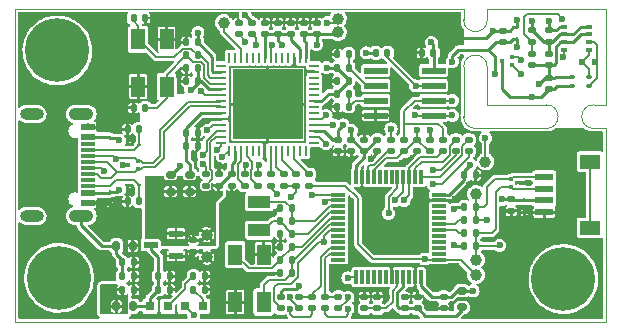
<source format=gbr>
%TF.GenerationSoftware,KiCad,Pcbnew,6.0.10-86aedd382b~118~ubuntu22.04.1*%
%TF.CreationDate,2023-01-11T10:16:45+01:00*%
%TF.ProjectId,nuc-compute-cluster-environment-sensor,6e75632d-636f-46d7-9075-74652d636c75,rev?*%
%TF.SameCoordinates,Original*%
%TF.FileFunction,Copper,L1,Top*%
%TF.FilePolarity,Positive*%
%FSLAX46Y46*%
G04 Gerber Fmt 4.6, Leading zero omitted, Abs format (unit mm)*
G04 Created by KiCad (PCBNEW 6.0.10-86aedd382b~118~ubuntu22.04.1) date 2023-01-11 10:16:45 commit a17aeb8*
%MOMM*%
%LPD*%
G01*
G04 APERTURE LIST*
G04 Aperture macros list*
%AMRoundRect*
0 Rectangle with rounded corners*
0 $1 Rounding radius*
0 $2 $3 $4 $5 $6 $7 $8 $9 X,Y pos of 4 corners*
0 Add a 4 corners polygon primitive as box body*
4,1,4,$2,$3,$4,$5,$6,$7,$8,$9,$2,$3,0*
0 Add four circle primitives for the rounded corners*
1,1,$1+$1,$2,$3*
1,1,$1+$1,$4,$5*
1,1,$1+$1,$6,$7*
1,1,$1+$1,$8,$9*
0 Add four rect primitives between the rounded corners*
20,1,$1+$1,$2,$3,$4,$5,0*
20,1,$1+$1,$4,$5,$6,$7,0*
20,1,$1+$1,$6,$7,$8,$9,0*
20,1,$1+$1,$8,$9,$2,$3,0*%
G04 Aperture macros list end*
%TA.AperFunction,Profile*%
%ADD10C,0.100000*%
%TD*%
%TA.AperFunction,SMDPad,CuDef*%
%ADD11R,1.900000X1.100000*%
%TD*%
%TA.AperFunction,SMDPad,CuDef*%
%ADD12R,2.000000X0.600000*%
%TD*%
%TA.AperFunction,SMDPad,CuDef*%
%ADD13RoundRect,0.062500X0.062500X-0.117500X0.062500X0.117500X-0.062500X0.117500X-0.062500X-0.117500X0*%
%TD*%
%TA.AperFunction,SMDPad,CuDef*%
%ADD14RoundRect,0.147500X-0.147500X-0.172500X0.147500X-0.172500X0.147500X0.172500X-0.147500X0.172500X0*%
%TD*%
%TA.AperFunction,SMDPad,CuDef*%
%ADD15R,1.150000X0.600000*%
%TD*%
%TA.AperFunction,SMDPad,CuDef*%
%ADD16R,1.150000X0.300000*%
%TD*%
%TA.AperFunction,ComponentPad*%
%ADD17O,2.100000X1.050000*%
%TD*%
%TA.AperFunction,ComponentPad*%
%ADD18O,2.000000X1.000000*%
%TD*%
%TA.AperFunction,SMDPad,CuDef*%
%ADD19RoundRect,0.147500X0.147500X0.172500X-0.147500X0.172500X-0.147500X-0.172500X0.147500X-0.172500X0*%
%TD*%
%TA.AperFunction,SMDPad,CuDef*%
%ADD20C,1.000000*%
%TD*%
%TA.AperFunction,SMDPad,CuDef*%
%ADD21RoundRect,0.062500X-0.375000X-0.062500X0.375000X-0.062500X0.375000X0.062500X-0.375000X0.062500X0*%
%TD*%
%TA.AperFunction,SMDPad,CuDef*%
%ADD22RoundRect,0.062500X-0.062500X-0.375000X0.062500X-0.375000X0.062500X0.375000X-0.062500X0.375000X0*%
%TD*%
%TA.AperFunction,SMDPad,CuDef*%
%ADD23R,5.900000X5.900000*%
%TD*%
%TA.AperFunction,SMDPad,CuDef*%
%ADD24R,1.550000X0.600000*%
%TD*%
%TA.AperFunction,SMDPad,CuDef*%
%ADD25R,1.800000X1.200000*%
%TD*%
%TA.AperFunction,ComponentPad*%
%ADD26C,5.400000*%
%TD*%
%TA.AperFunction,SMDPad,CuDef*%
%ADD27R,0.300000X0.300000*%
%TD*%
%TA.AperFunction,SMDPad,CuDef*%
%ADD28RoundRect,0.147500X0.172500X-0.147500X0.172500X0.147500X-0.172500X0.147500X-0.172500X-0.147500X0*%
%TD*%
%TA.AperFunction,SMDPad,CuDef*%
%ADD29RoundRect,0.147500X-0.172500X0.147500X-0.172500X-0.147500X0.172500X-0.147500X0.172500X0.147500X0*%
%TD*%
%TA.AperFunction,SMDPad,CuDef*%
%ADD30R,0.500000X0.350000*%
%TD*%
%TA.AperFunction,SMDPad,CuDef*%
%ADD31RoundRect,0.120000X0.280000X-0.180000X0.280000X0.180000X-0.280000X0.180000X-0.280000X-0.180000X0*%
%TD*%
%TA.AperFunction,SMDPad,CuDef*%
%ADD32RoundRect,0.075000X0.175000X0.075000X-0.175000X0.075000X-0.175000X-0.075000X0.175000X-0.075000X0*%
%TD*%
%TA.AperFunction,SMDPad,CuDef*%
%ADD33R,1.200000X1.800000*%
%TD*%
%TA.AperFunction,SMDPad,CuDef*%
%ADD34RoundRect,0.120000X0.180000X0.280000X-0.180000X0.280000X-0.180000X-0.280000X0.180000X-0.280000X0*%
%TD*%
%TA.AperFunction,SMDPad,CuDef*%
%ADD35R,1.300000X0.600000*%
%TD*%
%TA.AperFunction,SMDPad,CuDef*%
%ADD36R,0.800000X0.800000*%
%TD*%
%TA.AperFunction,SMDPad,CuDef*%
%ADD37RoundRect,0.062500X0.117500X0.062500X-0.117500X0.062500X-0.117500X-0.062500X0.117500X-0.062500X0*%
%TD*%
%TA.AperFunction,SMDPad,CuDef*%
%ADD38RoundRect,0.062500X-0.062500X0.117500X-0.062500X-0.117500X0.062500X-0.117500X0.062500X0.117500X0*%
%TD*%
%TA.AperFunction,SMDPad,CuDef*%
%ADD39R,1.200000X0.300000*%
%TD*%
%TA.AperFunction,SMDPad,CuDef*%
%ADD40R,0.300000X1.200000*%
%TD*%
%TA.AperFunction,ViaPad*%
%ADD41C,0.600000*%
%TD*%
%TA.AperFunction,Conductor*%
%ADD42C,0.250000*%
%TD*%
%TA.AperFunction,Conductor*%
%ADD43C,0.150000*%
%TD*%
%TA.AperFunction,Conductor*%
%ADD44C,0.182000*%
%TD*%
G04 APERTURE END LIST*
D10*
X50000000Y18350000D02*
X50000000Y26500000D01*
X48950000Y18350000D02*
G75*
G03*
X48950000Y16350000I0J-1000000D01*
G01*
X44950000Y16350000D02*
G75*
G03*
X44950000Y18350000I0J1000000D01*
G01*
X50000000Y16350000D02*
X50000000Y0D01*
X39950000Y26500000D02*
X50000000Y26500000D01*
X0Y26500000D02*
X0Y0D01*
X48950000Y16350000D02*
X50000000Y16350000D01*
X37950000Y26500000D02*
X0Y26500000D01*
X37948194Y17351594D02*
G75*
G03*
X38948209Y16351594I1000006J6D01*
G01*
X39950000Y18350000D02*
X44950000Y18350000D01*
X39950000Y18350000D02*
X39950000Y21550000D01*
X37950000Y25550000D02*
X37950000Y26500000D01*
X37950000Y21550000D02*
X37948209Y17351594D01*
X39950000Y21550000D02*
G75*
G03*
X37950000Y21550000I-1000000J0D01*
G01*
X48950000Y18350000D02*
X50000000Y18350000D01*
X39950000Y25550000D02*
X39950000Y26500000D01*
X37950000Y25550000D02*
G75*
G03*
X39950000Y25550000I1000000J0D01*
G01*
X38948209Y16351594D02*
X44950000Y16350000D01*
X0Y0D02*
X50000000Y0D01*
D11*
%TO.P,Y2,1*%
%TO.N,Net-(C26-Pad2)*%
X20650000Y10155000D03*
%TO.P,Y2,2*%
%TO.N,Net-(C28-Pad2)*%
X20650000Y7745000D03*
%TD*%
D12*
%TO.P,U4,1,NC*%
%TO.N,unconnected-(U4-Pad1)*%
X30500000Y21255000D03*
%TO.P,U4,2,A1*%
%TO.N,Net-(R31-Pad1)*%
X30500000Y19985000D03*
%TO.P,U4,3,A2*%
%TO.N,Net-(R35-Pad1)*%
X30500000Y18715000D03*
%TO.P,U4,4,VSS*%
%TO.N,GND*%
X30500000Y17445000D03*
%TO.P,U4,5,SDA*%
%TO.N,I2C_1_SDA*%
X35400000Y17445000D03*
%TO.P,U4,6,SCL*%
%TO.N,I2C_1_SCL*%
X35400000Y18715000D03*
%TO.P,U4,7,WP*%
%TO.N,/FRAM_WP*%
X35400000Y19985000D03*
%TO.P,U4,8,VDD*%
%TO.N,+3V3*%
X35400000Y21255000D03*
%TD*%
D13*
%TO.P,D1,1*%
%TO.N,/VBUS*%
X8035000Y15540000D03*
%TO.P,D1,2*%
%TO.N,GND*%
X8035000Y16560000D03*
%TD*%
D14*
%TO.P,C10,1*%
%TO.N,/FTDI_VPLL*%
X14465000Y16000000D03*
%TO.P,C10,2*%
%TO.N,GND*%
X15435000Y16000000D03*
%TD*%
%TO.P,C20,1*%
%TO.N,Net-(C19-Pad1)*%
X12115000Y3850000D03*
%TO.P,C20,2*%
%TO.N,GND*%
X13085000Y3850000D03*
%TD*%
D15*
%TO.P,J1,A1,GND*%
%TO.N,GND*%
X6140000Y16450000D03*
%TO.P,J1,A4,VBUS*%
%TO.N,/VBUS*%
X6140000Y15650000D03*
D16*
%TO.P,J1,A5,CC1*%
%TO.N,/USB_CC1*%
X6140000Y14500000D03*
%TO.P,J1,A6,D+*%
%TO.N,/USB_D_P*%
X6140000Y13500000D03*
%TO.P,J1,A7,D-*%
%TO.N,/USB_D_N*%
X6140000Y13000000D03*
%TO.P,J1,A8,SBU1*%
%TO.N,unconnected-(J1-PadA8)*%
X6140000Y12000000D03*
D15*
%TO.P,J1,A9,VBUS*%
%TO.N,/VBUS*%
X6140000Y10850000D03*
%TO.P,J1,A12,GND*%
%TO.N,GND*%
X6140000Y10050000D03*
%TO.P,J1,B1,GND*%
X6140000Y10050000D03*
%TO.P,J1,B4,VBUS*%
%TO.N,/VBUS*%
X6140000Y10850000D03*
D16*
%TO.P,J1,B5,CC2*%
%TO.N,/USB_CC2*%
X6140000Y11500000D03*
%TO.P,J1,B6,D+*%
%TO.N,/USB_D_P*%
X6140000Y12500000D03*
%TO.P,J1,B7,D-*%
%TO.N,/USB_D_N*%
X6140000Y14000000D03*
%TO.P,J1,B8,SBU2*%
%TO.N,unconnected-(J1-PadB8)*%
X6140000Y15000000D03*
D15*
%TO.P,J1,B9,VBUS*%
%TO.N,/VBUS*%
X6140000Y15650000D03*
%TO.P,J1,B12,GND*%
%TO.N,GND*%
X6140000Y16450000D03*
D17*
%TO.P,J1,S1,SHIELD*%
%TO.N,GNDREF*%
X5565000Y8930000D03*
X5565000Y17570000D03*
D18*
X1385000Y8930000D03*
X1385000Y17570000D03*
%TD*%
D19*
%TO.P,C11,1*%
%TO.N,+3V3*%
X28235000Y20400000D03*
%TO.P,C11,2*%
%TO.N,GND*%
X27265000Y20400000D03*
%TD*%
D14*
%TO.P,R3,1*%
%TO.N,GND*%
X9500000Y10200000D03*
%TO.P,R3,2*%
%TO.N,/USB_CC2*%
X10470000Y10200000D03*
%TD*%
D19*
%TO.P,C5,1*%
%TO.N,/FTDI_VPHY*%
X15435000Y21450000D03*
%TO.P,C5,2*%
%TO.N,GND*%
X14465000Y21450000D03*
%TD*%
D20*
%TO.P,TP7,1*%
%TO.N,GND*%
X16200000Y5450000D03*
%TD*%
D21*
%TO.P,U1,1,EECS*%
%TO.N,unconnected-(U1-Pad1)*%
X17412500Y21650000D03*
%TO.P,U1,2,VCORE*%
%TO.N,/FTDI_+1V8*%
X17412500Y21150000D03*
%TO.P,U1,3,OSCI*%
%TO.N,Net-(C14-Pad2)*%
X17412500Y20650000D03*
%TO.P,U1,4,OSCO*%
%TO.N,Net-(C18-Pad2)*%
X17412500Y20150000D03*
%TO.P,U1,5,VPHY*%
%TO.N,/FTDI_VPHY*%
X17412500Y19650000D03*
%TO.P,U1,6,REF*%
%TO.N,Net-(R6-Pad2)*%
X17412500Y19150000D03*
%TO.P,U1,7,DM*%
%TO.N,/USB_D_N*%
X17412500Y18650000D03*
%TO.P,U1,8,DP*%
%TO.N,/USB_D_P*%
X17412500Y18150000D03*
%TO.P,U1,9,VPLL*%
%TO.N,/FTDI_VPLL*%
X17412500Y17650000D03*
%TO.P,U1,10,TEST*%
%TO.N,GND*%
X17412500Y17150000D03*
%TO.P,U1,11,RESET*%
%TO.N,Net-(R5-Pad2)*%
X17412500Y16650000D03*
%TO.P,U1,12,ADBUS0*%
%TO.N,Net-(U1-Pad12)*%
X17412500Y16150000D03*
%TO.P,U1,13,ADBUS1*%
%TO.N,JTDI*%
X17412500Y15650000D03*
%TO.P,U1,14,ADBUS2*%
%TO.N,JTDO*%
X17412500Y15150000D03*
D22*
%TO.P,U1,15,ADBUS3*%
%TO.N,Net-(U1-Pad15)*%
X18100000Y14462500D03*
%TO.P,U1,16,VCCIO*%
%TO.N,+3V3*%
X18600000Y14462500D03*
%TO.P,U1,17,ADBUS4*%
%TO.N,Net-(R8-Pad1)*%
X19100000Y14462500D03*
%TO.P,U1,18,ADBUS5*%
%TO.N,Net-(R11-Pad1)*%
X19600000Y14462500D03*
%TO.P,U1,19,ADBUS6*%
%TO.N,unconnected-(U1-Pad19)*%
X20100000Y14462500D03*
%TO.P,U1,20,ADBUS7*%
%TO.N,unconnected-(U1-Pad20)*%
X20600000Y14462500D03*
%TO.P,U1,21,GND*%
%TO.N,GND*%
X21100000Y14462500D03*
%TO.P,U1,22,BDBUS0*%
%TO.N,Net-(R12-Pad1)*%
X21600000Y14462500D03*
%TO.P,U1,23,BDBUS1*%
%TO.N,/FTDI_SDA_OUT*%
X22100000Y14462500D03*
%TO.P,U1,24,BDBUS2*%
%TO.N,/FTDI_SDA_IN*%
X22600000Y14462500D03*
%TO.P,U1,25,BDBUS3*%
%TO.N,unconnected-(U1-Pad25)*%
X23100000Y14462500D03*
%TO.P,U1,26,BDBUS4*%
%TO.N,Net-(R15-Pad1)*%
X23600000Y14462500D03*
%TO.P,U1,27,BDBUS5*%
%TO.N,unconnected-(U1-Pad27)*%
X24100000Y14462500D03*
%TO.P,U1,28,BDBUS6*%
%TO.N,unconnected-(U1-Pad28)*%
X24600000Y14462500D03*
D21*
%TO.P,U1,29,BDBUS7*%
%TO.N,unconnected-(U1-Pad29)*%
X25287500Y15150000D03*
%TO.P,U1,30,SUSPEND*%
%TO.N,Net-(TP2-Pad1)*%
X25287500Y15650000D03*
%TO.P,U1,31,VCORE*%
%TO.N,/FTDI_+1V8*%
X25287500Y16150000D03*
%TO.P,U1,32,CDBUS0*%
%TO.N,Net-(R16-Pad1)*%
X25287500Y16650000D03*
%TO.P,U1,33,CDBUS1*%
%TO.N,Net-(R17-Pad1)*%
X25287500Y17150000D03*
%TO.P,U1,34,CDBUS2*%
%TO.N,unconnected-(U1-Pad34)*%
X25287500Y17650000D03*
%TO.P,U1,35,CDBUS3*%
%TO.N,unconnected-(U1-Pad35)*%
X25287500Y18150000D03*
%TO.P,U1,36,VCCIO*%
%TO.N,+3V3*%
X25287500Y18650000D03*
%TO.P,U1,37,CDBUS4*%
%TO.N,unconnected-(U1-Pad37)*%
X25287500Y19150000D03*
%TO.P,U1,38,CDBUS5*%
%TO.N,unconnected-(U1-Pad38)*%
X25287500Y19650000D03*
%TO.P,U1,39,CDBUS6*%
%TO.N,unconnected-(U1-Pad39)*%
X25287500Y20150000D03*
%TO.P,U1,40,CDBUS7*%
%TO.N,unconnected-(U1-Pad40)*%
X25287500Y20650000D03*
%TO.P,U1,41,GND*%
%TO.N,GND*%
X25287500Y21150000D03*
%TO.P,U1,42,DDBUS0*%
%TO.N,unconnected-(U1-Pad42)*%
X25287500Y21650000D03*
D22*
%TO.P,U1,43,VREGOUT*%
%TO.N,/FTDI_+1V8*%
X24600000Y22337500D03*
%TO.P,U1,44,VREGIN*%
%TO.N,+3V3*%
X24100000Y22337500D03*
%TO.P,U1,45,GND*%
%TO.N,GND*%
X23600000Y22337500D03*
%TO.P,U1,46,DDBUS1*%
%TO.N,unconnected-(U1-Pad46)*%
X23100000Y22337500D03*
%TO.P,U1,47,DDBUS2*%
%TO.N,unconnected-(U1-Pad47)*%
X22600000Y22337500D03*
%TO.P,U1,48,DDBUS3*%
%TO.N,unconnected-(U1-Pad48)*%
X22100000Y22337500D03*
%TO.P,U1,49,DDBUS4*%
%TO.N,/FTDI_USER_PB*%
X21600000Y22337500D03*
%TO.P,U1,50,VCCIO*%
%TO.N,+3V3*%
X21100000Y22337500D03*
%TO.P,U1,51,DDBUS5*%
%TO.N,unconnected-(U1-Pad51)*%
X20600000Y22337500D03*
%TO.P,U1,52,DDBUS6*%
%TO.N,unconnected-(U1-Pad52)*%
X20100000Y22337500D03*
%TO.P,U1,53,DDBUS7*%
%TO.N,unconnected-(U1-Pad53)*%
X19600000Y22337500D03*
%TO.P,U1,54,PWREN*%
%TO.N,Net-(TP3-Pad1)*%
X19100000Y22337500D03*
%TO.P,U1,55,EEDATA*%
%TO.N,unconnected-(U1-Pad55)*%
X18600000Y22337500D03*
%TO.P,U1,56,EECLK*%
%TO.N,unconnected-(U1-Pad56)*%
X18100000Y22337500D03*
D23*
%TO.P,U1,57,GND*%
%TO.N,GND*%
X21350000Y18400000D03*
%TD*%
D24*
%TO.P,J2,1,1*%
%TO.N,GND*%
X44785000Y9250000D03*
%TO.P,J2,2,2*%
%TO.N,+3V3*%
X44785000Y10250000D03*
%TO.P,J2,3,3*%
%TO.N,I2C_1_SDA*%
X44785000Y11250000D03*
%TO.P,J2,4,4*%
%TO.N,I2C_1_SCL*%
X44785000Y12250000D03*
D25*
%TO.P,J2,S1,SHIELD*%
%TO.N,unconnected-(J2-PadS1)*%
X48660000Y7950000D03*
%TO.P,J2,S2,SHIELD*%
X48660000Y13550000D03*
%TD*%
D19*
%TO.P,R40,1*%
%TO.N,I2C_1_SDA*%
X38985000Y6400000D03*
%TO.P,R40,2*%
%TO.N,+3V3*%
X38015000Y6400000D03*
%TD*%
D26*
%TO.P,MP1,1,P*%
%TO.N,unconnected-(MP1-Pad1)*%
X3550000Y22950000D03*
%TD*%
D14*
%TO.P,C19,1*%
%TO.N,Net-(C19-Pad1)*%
X12115000Y2700000D03*
%TO.P,C19,2*%
%TO.N,GND*%
X13085000Y2700000D03*
%TD*%
D27*
%TO.P,D5,1,IO1*%
%TO.N,/USB_D_P*%
X10410000Y12900000D03*
%TO.P,D5,2,IO2*%
%TO.N,/USB_D_N*%
X10410000Y13600000D03*
%TO.P,D5,3,GND*%
%TO.N,GND*%
X9560000Y13250000D03*
%TD*%
D28*
%TO.P,R25,1*%
%TO.N,JTDI*%
X16100000Y11515000D03*
%TO.P,R25,2*%
%TO.N,Net-(R25-Pad2)*%
X16100000Y12485000D03*
%TD*%
D19*
%TO.P,R20,1*%
%TO.N,GND*%
X16035000Y2700000D03*
%TO.P,R20,2*%
%TO.N,Net-(LD2-Pad2)*%
X15065000Y2700000D03*
%TD*%
D29*
%TO.P,R6,1*%
%TO.N,GND*%
X18900000Y25285000D03*
%TO.P,R6,2*%
%TO.N,Net-(R6-Pad2)*%
X18900000Y24315000D03*
%TD*%
D14*
%TO.P,C28,1*%
%TO.N,GND*%
X22425000Y7400000D03*
%TO.P,C28,2*%
%TO.N,Net-(C28-Pad2)*%
X23395000Y7400000D03*
%TD*%
D28*
%TO.P,C36,1*%
%TO.N,Net-(C34-Pad2)*%
X29550000Y1115000D03*
%TO.P,C36,2*%
%TO.N,GND*%
X29550000Y2085000D03*
%TD*%
D14*
%TO.P,C18,1*%
%TO.N,GND*%
X10015000Y18100000D03*
%TO.P,C18,2*%
%TO.N,Net-(C18-Pad2)*%
X10985000Y18100000D03*
%TD*%
%TO.P,C30,1*%
%TO.N,GND*%
X34415000Y22750000D03*
%TO.P,C30,2*%
%TO.N,+3V3*%
X35385000Y22750000D03*
%TD*%
D20*
%TO.P,TP8,1*%
%TO.N,I2C_1_SDA*%
X39000000Y5250000D03*
%TD*%
D29*
%TO.P,R5,1*%
%TO.N,+3V3*%
X20000000Y25285000D03*
%TO.P,R5,2*%
%TO.N,Net-(R5-Pad2)*%
X20000000Y24315000D03*
%TD*%
D30*
%TO.P,U6,1,GND*%
%TO.N,GND*%
X48525000Y24975000D03*
%TO.P,U6,2,CSB*%
%TO.N,+3V3*%
X48525000Y24325000D03*
%TO.P,U6,3,SDI*%
%TO.N,I2C_1_SDA*%
X48525000Y23675000D03*
%TO.P,U6,4,SCK*%
%TO.N,I2C_1_SCL*%
X48525000Y23025000D03*
%TO.P,U6,5,SDO*%
%TO.N,Net-(R37-Pad1)*%
X46475001Y23025000D03*
%TO.P,U6,6,VDDIO*%
%TO.N,+3V3*%
X46475001Y23675000D03*
%TO.P,U6,7,GND*%
%TO.N,GND*%
X46475001Y24325000D03*
%TO.P,U6,8,VDD*%
%TO.N,+3V3*%
X46475001Y24975000D03*
%TD*%
D19*
%TO.P,R7,1*%
%TO.N,GND*%
X16035000Y3850000D03*
%TO.P,R7,2*%
%TO.N,Net-(LD1-Pad2)*%
X15065000Y3850000D03*
%TD*%
D29*
%TO.P,R15,1*%
%TO.N,Net-(R15-Pad1)*%
X24900000Y12485000D03*
%TO.P,R15,2*%
%TO.N,/FRAM_WP*%
X24900000Y11515000D03*
%TD*%
D28*
%TO.P,R26,1*%
%TO.N,Net-(R25-Pad2)*%
X36200000Y14415000D03*
%TO.P,R26,2*%
%TO.N,I2C_1_SCL*%
X36200000Y15385000D03*
%TD*%
D14*
%TO.P,R23,1*%
%TO.N,Net-(R23-Pad1)*%
X38015000Y7500000D03*
%TO.P,R23,2*%
%TO.N,I2C_1_SDA*%
X38985000Y7500000D03*
%TD*%
D28*
%TO.P,C8,1*%
%TO.N,+3V3*%
X21100000Y24315000D03*
%TO.P,C8,2*%
%TO.N,GND*%
X21100000Y25285000D03*
%TD*%
%TO.P,R17,1*%
%TO.N,Net-(R17-Pad1)*%
X25150000Y1115000D03*
%TO.P,R17,2*%
%TO.N,LPUART_1_STM_TX*%
X25150000Y2085000D03*
%TD*%
%TO.P,C23,1*%
%TO.N,+3V3*%
X29550000Y14415000D03*
%TO.P,C23,2*%
%TO.N,GND*%
X29550000Y15385000D03*
%TD*%
D31*
%TO.P,FB1,1*%
%TO.N,+3V3*%
X13150000Y11000000D03*
%TO.P,FB1,2*%
%TO.N,/FTDI_VPHY*%
X13150000Y12400000D03*
%TD*%
D32*
%TO.P,U5,1,SDA*%
%TO.N,I2C_1_SDA*%
X48550000Y19915000D03*
%TO.P,U5,2,SCL*%
%TO.N,I2C_1_SCL*%
X48550000Y20715000D03*
%TO.P,U5,3,VDD*%
%TO.N,+3V3*%
X47150000Y20715000D03*
%TO.P,U5,4,VSS*%
%TO.N,GND*%
X47150000Y19915000D03*
%TD*%
D28*
%TO.P,C29,1*%
%TO.N,GND*%
X36250000Y1115000D03*
%TO.P,C29,2*%
%TO.N,+3V3*%
X36250000Y2085000D03*
%TD*%
D19*
%TO.P,R22,1*%
%TO.N,Net-(C26-Pad2)*%
X23395000Y8500000D03*
%TO.P,R22,2*%
%TO.N,Net-(C28-Pad2)*%
X22425000Y8500000D03*
%TD*%
D26*
%TO.P,MP2,1,P*%
%TO.N,unconnected-(MP2-Pad1)*%
X3700000Y3700000D03*
%TD*%
D29*
%TO.P,R13,1*%
%TO.N,/FTDI_SDA_OUT*%
X22700000Y12485000D03*
%TO.P,R13,2*%
%TO.N,I2C_1_SDA*%
X22700000Y11515000D03*
%TD*%
D20*
%TO.P,TP9,1*%
%TO.N,I2C_1_SCL*%
X39000000Y10800000D03*
%TD*%
D29*
%TO.P,C22,1*%
%TO.N,+3V3*%
X15050000Y6885000D03*
%TO.P,C22,2*%
%TO.N,GND*%
X15050000Y5915000D03*
%TD*%
D33*
%TO.P,Y3,1*%
%TO.N,Net-(C33-Pad2)*%
X21010000Y1650000D03*
%TO.P,Y3,2*%
%TO.N,GND*%
X21010000Y5650000D03*
%TO.P,Y3,3*%
%TO.N,Net-(C35-Pad2)*%
X18610000Y5650000D03*
%TO.P,Y3,4*%
%TO.N,GND*%
X18610000Y1650000D03*
%TD*%
D28*
%TO.P,C38,1*%
%TO.N,GND*%
X45150000Y19680000D03*
%TO.P,C38,2*%
%TO.N,+3V3*%
X45150000Y20650000D03*
%TD*%
D34*
%TO.P,FB3,1*%
%TO.N,GND*%
X9950000Y6400000D03*
%TO.P,FB3,2*%
%TO.N,GNDREF*%
X8550000Y6400000D03*
%TD*%
D29*
%TO.P,R37,1*%
%TO.N,Net-(R37-Pad1)*%
X43750000Y22650000D03*
%TO.P,R37,2*%
%TO.N,+3V3*%
X43750000Y21680000D03*
%TD*%
D28*
%TO.P,R16,1*%
%TO.N,Net-(R16-Pad1)*%
X26250000Y1115000D03*
%TO.P,R16,2*%
%TO.N,LPUART_1_STM_RX*%
X26250000Y2085000D03*
%TD*%
D20*
%TO.P,TP6,1*%
%TO.N,+3V3*%
X16200000Y7350000D03*
%TD*%
D35*
%TO.P,U2,1,GND*%
%TO.N,GND*%
X13600000Y5550000D03*
%TO.P,U2,2,VOUT*%
%TO.N,+3V3*%
X13600000Y7450000D03*
%TO.P,U2,3,VIN*%
%TO.N,Net-(C19-Pad1)*%
X11500000Y6500000D03*
%TD*%
D14*
%TO.P,C6,1*%
%TO.N,/FTDI_VPLL*%
X14465000Y14900000D03*
%TO.P,C6,2*%
%TO.N,GND*%
X15435000Y14900000D03*
%TD*%
%TO.P,C33,1*%
%TO.N,GND*%
X22440000Y4100000D03*
%TO.P,C33,2*%
%TO.N,Net-(C33-Pad2)*%
X23410000Y4100000D03*
%TD*%
D19*
%TO.P,R35,1*%
%TO.N,Net-(R35-Pad1)*%
X28235000Y19300000D03*
%TO.P,R35,2*%
%TO.N,+3V3*%
X27265000Y19300000D03*
%TD*%
D29*
%TO.P,C37,1*%
%TO.N,GND*%
X41250000Y24635000D03*
%TO.P,C37,2*%
%TO.N,+3V3*%
X41250000Y23665000D03*
%TD*%
D31*
%TO.P,FB2,1*%
%TO.N,+3V3*%
X14750000Y11000000D03*
%TO.P,FB2,2*%
%TO.N,/FTDI_VPLL*%
X14750000Y12400000D03*
%TD*%
D33*
%TO.P,Y1,1*%
%TO.N,Net-(C18-Pad2)*%
X12800000Y19900000D03*
%TO.P,Y1,2*%
%TO.N,GND*%
X12800000Y23900000D03*
%TO.P,Y1,3*%
%TO.N,Net-(C14-Pad2)*%
X10400000Y23900000D03*
%TO.P,Y1,4*%
%TO.N,GND*%
X10400000Y19900000D03*
%TD*%
D19*
%TO.P,R31,1*%
%TO.N,Net-(R31-Pad1)*%
X28235000Y21500000D03*
%TO.P,R31,2*%
%TO.N,+3V3*%
X27265000Y21500000D03*
%TD*%
D36*
%TO.P,LD1,1*%
%TO.N,Net-(C19-Pad1)*%
X11400000Y1300000D03*
%TO.P,LD1,2*%
%TO.N,Net-(LD1-Pad2)*%
X12900000Y1300000D03*
%TD*%
D28*
%TO.P,C32,1*%
%TO.N,Net-(C31-Pad2)*%
X34050000Y1115000D03*
%TO.P,C32,2*%
%TO.N,GND*%
X34050000Y2085000D03*
%TD*%
D27*
%TO.P,D6,1,IO1*%
%TO.N,I2C_1_SCL*%
X41925000Y12100000D03*
%TO.P,D6,2,IO2*%
%TO.N,I2C_1_SDA*%
X41925000Y11400000D03*
%TO.P,D6,3,GND*%
%TO.N,GND*%
X42775000Y11750000D03*
%TD*%
D14*
%TO.P,C26,1*%
%TO.N,GND*%
X22425000Y9600000D03*
%TO.P,C26,2*%
%TO.N,Net-(C26-Pad2)*%
X23395000Y9600000D03*
%TD*%
D29*
%TO.P,C31,1*%
%TO.N,GND*%
X32950000Y2085000D03*
%TO.P,C31,2*%
%TO.N,Net-(C31-Pad2)*%
X32950000Y1115000D03*
%TD*%
D28*
%TO.P,C2,1*%
%TO.N,+3V3*%
X22200000Y24315000D03*
%TO.P,C2,2*%
%TO.N,GND*%
X22200000Y25285000D03*
%TD*%
D20*
%TO.P,TP4,1*%
%TO.N,/FRAM_WP*%
X39000000Y3950000D03*
%TD*%
D29*
%TO.P,R9,1*%
%TO.N,SWCLK-JTCK*%
X37300000Y15385000D03*
%TO.P,R9,2*%
%TO.N,Net-(U1-Pad12)*%
X37300000Y14415000D03*
%TD*%
%TO.P,C21,1*%
%TO.N,+3V3*%
X28450000Y15385000D03*
%TO.P,C21,2*%
%TO.N,GND*%
X28450000Y14415000D03*
%TD*%
D28*
%TO.P,C24,1*%
%TO.N,GND*%
X41985000Y9365000D03*
%TO.P,C24,2*%
%TO.N,+3V3*%
X41985000Y10335000D03*
%TD*%
%TO.P,C1,1*%
%TO.N,+3V3*%
X17200000Y11515000D03*
%TO.P,C1,2*%
%TO.N,GND*%
X17200000Y12485000D03*
%TD*%
D19*
%TO.P,R28,1*%
%TO.N,Net-(C33-Pad2)*%
X23410000Y5200000D03*
%TO.P,R28,2*%
%TO.N,Net-(C35-Pad2)*%
X22440000Y5200000D03*
%TD*%
D14*
%TO.P,R24,1*%
%TO.N,Net-(R24-Pad1)*%
X38015000Y8600000D03*
%TO.P,R24,2*%
%TO.N,I2C_1_SCL*%
X38985000Y8600000D03*
%TD*%
D28*
%TO.P,C12,1*%
%TO.N,/FTDI_+1V8*%
X25500000Y24315000D03*
%TO.P,C12,2*%
%TO.N,GND*%
X25500000Y25285000D03*
%TD*%
D14*
%TO.P,C35,1*%
%TO.N,GND*%
X22440000Y6300000D03*
%TO.P,C35,2*%
%TO.N,Net-(C35-Pad2)*%
X23410000Y6300000D03*
%TD*%
D28*
%TO.P,C7,1*%
%TO.N,+3V3*%
X23300000Y24315000D03*
%TO.P,C7,2*%
%TO.N,GND*%
X23300000Y25285000D03*
%TD*%
D37*
%TO.P,D4,1*%
%TO.N,/USB_CC2*%
X10495000Y11550000D03*
%TO.P,D4,2*%
%TO.N,GND*%
X9475000Y11550000D03*
%TD*%
%TO.P,D3,1*%
%TO.N,/USB_CC1*%
X10495000Y14950000D03*
%TO.P,D3,2*%
%TO.N,GND*%
X9475000Y14950000D03*
%TD*%
D19*
%TO.P,R27,1*%
%TO.N,/FRAM_WP*%
X31485000Y22750000D03*
%TO.P,R27,2*%
%TO.N,+3V3*%
X30515000Y22750000D03*
%TD*%
D31*
%TO.P,FB5,1*%
%TO.N,Net-(C31-Pad2)*%
X37800000Y1200000D03*
%TO.P,FB5,2*%
%TO.N,+3V3*%
X37800000Y2600000D03*
%TD*%
D27*
%TO.P,D8,1,IO1*%
%TO.N,I2C_1_SCL*%
X42025000Y21700000D03*
%TO.P,D8,2,IO2*%
%TO.N,I2C_1_SDA*%
X42025000Y22400000D03*
%TO.P,D8,3,GND*%
%TO.N,GND*%
X41175000Y22050000D03*
%TD*%
D19*
%TO.P,C27,1*%
%TO.N,GND*%
X38985000Y12400000D03*
%TO.P,C27,2*%
%TO.N,+3V3*%
X38015000Y12400000D03*
%TD*%
D14*
%TO.P,R2,1*%
%TO.N,GND*%
X9500000Y16300000D03*
%TO.P,R2,2*%
%TO.N,/USB_CC1*%
X10470000Y16300000D03*
%TD*%
D28*
%TO.P,R21,1*%
%TO.N,NRST*%
X22500000Y1115000D03*
%TO.P,R21,2*%
%TO.N,+3V3*%
X22500000Y2085000D03*
%TD*%
D14*
%TO.P,R36,1*%
%TO.N,GND*%
X27265000Y18200000D03*
%TO.P,R36,2*%
%TO.N,Net-(R35-Pad1)*%
X28235000Y18200000D03*
%TD*%
D19*
%TO.P,R39,1*%
%TO.N,I2C_1_SCL*%
X38985000Y9700000D03*
%TO.P,R39,2*%
%TO.N,+3V3*%
X38015000Y9700000D03*
%TD*%
D28*
%TO.P,R18,1*%
%TO.N,Net-(R16-Pad1)*%
X24050000Y1115000D03*
%TO.P,R18,2*%
%TO.N,LPUART_1_STM_TX*%
X24050000Y2085000D03*
%TD*%
D13*
%TO.P,D9,1*%
%TO.N,+3V3*%
X42500000Y23890000D03*
%TO.P,D9,2*%
%TO.N,GND*%
X42500000Y24910000D03*
%TD*%
D29*
%TO.P,R10,1*%
%TO.N,SWDIO-JTMS*%
X38400000Y15385000D03*
%TO.P,R10,2*%
%TO.N,Net-(U1-Pad15)*%
X38400000Y14415000D03*
%TD*%
D28*
%TO.P,C25,1*%
%TO.N,GND*%
X30650000Y14415000D03*
%TO.P,C25,2*%
%TO.N,+3V3*%
X30650000Y15385000D03*
%TD*%
D29*
%TO.P,R12,1*%
%TO.N,Net-(R12-Pad1)*%
X21600000Y12485000D03*
%TO.P,R12,2*%
%TO.N,I2C_1_SCL*%
X21600000Y11515000D03*
%TD*%
%TO.P,C3,1*%
%TO.N,+3V3*%
X18300000Y12485000D03*
%TO.P,C3,2*%
%TO.N,GND*%
X18300000Y11515000D03*
%TD*%
D14*
%TO.P,C4,1*%
%TO.N,GNDREF*%
X9065000Y3850000D03*
%TO.P,C4,2*%
%TO.N,GND*%
X10035000Y3850000D03*
%TD*%
D28*
%TO.P,R8,1*%
%TO.N,Net-(R8-Pad1)*%
X19400000Y11515000D03*
%TO.P,R8,2*%
%TO.N,JTRST*%
X19400000Y12485000D03*
%TD*%
%TO.P,R34,1*%
%TO.N,GND*%
X34000000Y14415000D03*
%TO.P,R34,2*%
%TO.N,Net-(R29-Pad1)*%
X34000000Y15385000D03*
%TD*%
D19*
%TO.P,C9,1*%
%TO.N,/FTDI_VPHY*%
X15435000Y20350000D03*
%TO.P,C9,2*%
%TO.N,GND*%
X14465000Y20350000D03*
%TD*%
D20*
%TO.P,TP5,1*%
%TO.N,Net-(R29-Pad1)*%
X39800000Y13550000D03*
%TD*%
D29*
%TO.P,C34,1*%
%TO.N,GND*%
X30650000Y2085000D03*
%TO.P,C34,2*%
%TO.N,Net-(C34-Pad2)*%
X30650000Y1115000D03*
%TD*%
D28*
%TO.P,R33,1*%
%TO.N,Net-(R29-Pad1)*%
X35100000Y14415000D03*
%TO.P,R33,2*%
%TO.N,+3V3*%
X35100000Y15385000D03*
%TD*%
%TO.P,R30,1*%
%TO.N,Net-(R30-Pad1)*%
X31800000Y14415000D03*
%TO.P,R30,2*%
%TO.N,I2C_1_SDA*%
X31800000Y15385000D03*
%TD*%
D14*
%TO.P,C16,1*%
%TO.N,/VBUS*%
X9065000Y2700000D03*
%TO.P,C16,2*%
%TO.N,GND*%
X10035000Y2700000D03*
%TD*%
D28*
%TO.P,R11,1*%
%TO.N,Net-(R11-Pad1)*%
X20500000Y11515000D03*
%TO.P,R11,2*%
%TO.N,NRST*%
X20500000Y12485000D03*
%TD*%
D34*
%TO.P,FB4,1*%
%TO.N,Net-(C19-Pad1)*%
X9950000Y1300000D03*
%TO.P,FB4,2*%
%TO.N,/VBUS*%
X8550000Y1300000D03*
%TD*%
D29*
%TO.P,C40,1*%
%TO.N,GND*%
X45150000Y22650000D03*
%TO.P,C40,2*%
%TO.N,+3V3*%
X45150000Y21680000D03*
%TD*%
D20*
%TO.P,TP3,1*%
%TO.N,Net-(TP3-Pad1)*%
X17650000Y25300000D03*
%TD*%
D14*
%TO.P,R32,1*%
%TO.N,GND*%
X27265000Y22650000D03*
%TO.P,R32,2*%
%TO.N,Net-(R31-Pad1)*%
X28235000Y22650000D03*
%TD*%
D38*
%TO.P,D7,1*%
%TO.N,+3V3*%
X43085000Y10260000D03*
%TO.P,D7,2*%
%TO.N,GND*%
X43085000Y9240000D03*
%TD*%
D26*
%TO.P,MP3,1,P*%
%TO.N,unconnected-(MP3-Pad1)*%
X46400000Y3600000D03*
%TD*%
D19*
%TO.P,C15,1*%
%TO.N,/FTDI_+1V8*%
X15435000Y23650000D03*
%TO.P,C15,2*%
%TO.N,GND*%
X14465000Y23650000D03*
%TD*%
D28*
%TO.P,C13,1*%
%TO.N,/FTDI_+1V8*%
X24400000Y24315000D03*
%TO.P,C13,2*%
%TO.N,GND*%
X24400000Y25285000D03*
%TD*%
%TO.P,R19,1*%
%TO.N,Net-(R17-Pad1)*%
X27350000Y1115000D03*
%TO.P,R19,2*%
%TO.N,LPUART_1_STM_RX*%
X27350000Y2085000D03*
%TD*%
D29*
%TO.P,R38,1*%
%TO.N,GND*%
X43750000Y24650000D03*
%TO.P,R38,2*%
%TO.N,Net-(R37-Pad1)*%
X43750000Y23680000D03*
%TD*%
D14*
%TO.P,R4,1*%
%TO.N,Net-(C18-Pad2)*%
X14465000Y22550000D03*
%TO.P,R4,2*%
%TO.N,Net-(C14-Pad2)*%
X15435000Y22550000D03*
%TD*%
D29*
%TO.P,C17,1*%
%TO.N,/FTDI_+1V8*%
X27350000Y15385000D03*
%TO.P,C17,2*%
%TO.N,GND*%
X27350000Y14415000D03*
%TD*%
D19*
%TO.P,C14,1*%
%TO.N,GND*%
X10985000Y25700000D03*
%TO.P,C14,2*%
%TO.N,Net-(C14-Pad2)*%
X10015000Y25700000D03*
%TD*%
D20*
%TO.P,TP1,1*%
%TO.N,/FTDI_+1V8*%
X27300000Y24500000D03*
%TD*%
D14*
%TO.P,R1,1*%
%TO.N,GNDREF*%
X9065000Y5000000D03*
%TO.P,R1,2*%
%TO.N,GND*%
X10035000Y5000000D03*
%TD*%
D29*
%TO.P,R14,1*%
%TO.N,/FTDI_SDA_IN*%
X23800000Y12485000D03*
%TO.P,R14,2*%
%TO.N,I2C_1_SDA*%
X23800000Y11515000D03*
%TD*%
D28*
%TO.P,R29,1*%
%TO.N,Net-(R29-Pad1)*%
X32900000Y14415000D03*
%TO.P,R29,2*%
%TO.N,I2C_1_SCL*%
X32900000Y15385000D03*
%TD*%
D36*
%TO.P,LD2,1*%
%TO.N,/LD2*%
X14350000Y1300000D03*
%TO.P,LD2,2*%
%TO.N,Net-(LD2-Pad2)*%
X15850000Y1300000D03*
%TD*%
D28*
%TO.P,C39,1*%
%TO.N,GND*%
X45150000Y23680000D03*
%TO.P,C39,2*%
%TO.N,+3V3*%
X45150000Y24650000D03*
%TD*%
D20*
%TO.P,TP2,1*%
%TO.N,Net-(TP2-Pad1)*%
X27300000Y25650000D03*
%TD*%
D39*
%TO.P,U3,1,VBAT*%
%TO.N,Net-(BAT1-PadP)*%
X27350000Y10750000D03*
%TO.P,U3,2,PC13*%
%TO.N,/FTDI_USER_PB*%
X27350000Y10250000D03*
%TO.P,U3,3,PC14-OSC32_IN*%
%TO.N,Net-(C26-Pad2)*%
X27350000Y9750000D03*
%TO.P,U3,4,PC15-OSC32_OUT*%
%TO.N,Net-(C28-Pad2)*%
X27350000Y9250000D03*
%TO.P,U3,5,PF0-OSC_IN*%
%TO.N,Net-(C35-Pad2)*%
X27350000Y8750000D03*
%TO.P,U3,6,PF1-OSC_OUT*%
%TO.N,Net-(C33-Pad2)*%
X27350000Y8250000D03*
%TO.P,U3,7,PG10-NRST*%
%TO.N,NRST*%
X27350000Y7750000D03*
%TO.P,U3,8,PA0*%
%TO.N,unconnected-(U3-Pad8)*%
X27350000Y7250000D03*
%TO.P,U3,9,PA1*%
%TO.N,unconnected-(U3-Pad9)*%
X27350000Y6750000D03*
%TO.P,U3,10,PA2*%
%TO.N,LPUART_1_STM_TX*%
X27350000Y6250000D03*
%TO.P,U3,11,PA3*%
%TO.N,LPUART_1_STM_RX*%
X27350000Y5750000D03*
%TO.P,U3,12,PA4*%
%TO.N,unconnected-(U3-Pad12)*%
X27350000Y5250000D03*
D40*
%TO.P,U3,13,PA5*%
%TO.N,/LD2*%
X28850000Y3750000D03*
%TO.P,U3,14,PA6*%
%TO.N,unconnected-(U3-Pad14)*%
X29350000Y3750000D03*
%TO.P,U3,15,PA7*%
%TO.N,unconnected-(U3-Pad15)*%
X29850000Y3750000D03*
%TO.P,U3,16,PB0*%
%TO.N,unconnected-(U3-Pad16)*%
X30350000Y3750000D03*
%TO.P,U3,17,PB1*%
%TO.N,unconnected-(U3-Pad17)*%
X30850000Y3750000D03*
%TO.P,U3,18,PB2*%
%TO.N,unconnected-(U3-Pad18)*%
X31350000Y3750000D03*
%TO.P,U3,19,VSSA*%
%TO.N,GND*%
X31850000Y3750000D03*
%TO.P,U3,20,VREF+*%
%TO.N,Net-(C34-Pad2)*%
X32350000Y3750000D03*
%TO.P,U3,21,VDDA*%
%TO.N,Net-(C31-Pad2)*%
X32850000Y3750000D03*
%TO.P,U3,22,PB10*%
%TO.N,unconnected-(U3-Pad22)*%
X33350000Y3750000D03*
%TO.P,U3,23,VSS*%
%TO.N,GND*%
X33850000Y3750000D03*
%TO.P,U3,24,VDD*%
%TO.N,+3V3*%
X34350000Y3750000D03*
D39*
%TO.P,U3,25,PB11*%
%TO.N,/FRAM_WP*%
X35850000Y5250000D03*
%TO.P,U3,26,PB12*%
%TO.N,unconnected-(U3-Pad26)*%
X35850000Y5750000D03*
%TO.P,U3,27,PB13*%
%TO.N,unconnected-(U3-Pad27)*%
X35850000Y6250000D03*
%TO.P,U3,28,PB14*%
%TO.N,unconnected-(U3-Pad28)*%
X35850000Y6750000D03*
%TO.P,U3,29,PB15*%
%TO.N,unconnected-(U3-Pad29)*%
X35850000Y7250000D03*
%TO.P,U3,30,PA8*%
%TO.N,Net-(R23-Pad1)*%
X35850000Y7750000D03*
%TO.P,U3,31,PA9*%
%TO.N,Net-(R24-Pad1)*%
X35850000Y8250000D03*
%TO.P,U3,32,PA10*%
%TO.N,unconnected-(U3-Pad32)*%
X35850000Y8750000D03*
%TO.P,U3,33,PA11*%
%TO.N,unconnected-(U3-Pad33)*%
X35850000Y9250000D03*
%TO.P,U3,34,PA12*%
%TO.N,unconnected-(U3-Pad34)*%
X35850000Y9750000D03*
%TO.P,U3,35,VSS*%
%TO.N,GND*%
X35850000Y10250000D03*
%TO.P,U3,36,VDD*%
%TO.N,+3V3*%
X35850000Y10750000D03*
D40*
%TO.P,U3,37,PA13*%
%TO.N,SWDIO-JTMS*%
X34350000Y12250000D03*
%TO.P,U3,38,PA14*%
%TO.N,SWCLK-JTCK*%
X33850000Y12250000D03*
%TO.P,U3,39,PA15*%
%TO.N,Net-(R25-Pad2)*%
X33350000Y12250000D03*
%TO.P,U3,40,PB3*%
%TO.N,JTDO*%
X32850000Y12250000D03*
%TO.P,U3,41,PB4*%
%TO.N,JTRST*%
X32350000Y12250000D03*
%TO.P,U3,42,PB5*%
%TO.N,unconnected-(U3-Pad42)*%
X31850000Y12250000D03*
%TO.P,U3,43,PB6*%
%TO.N,unconnected-(U3-Pad43)*%
X31350000Y12250000D03*
%TO.P,U3,44,PB7*%
%TO.N,unconnected-(U3-Pad44)*%
X30850000Y12250000D03*
%TO.P,U3,45,PB8-BOOT0*%
%TO.N,Net-(R29-Pad1)*%
X30350000Y12250000D03*
%TO.P,U3,46,PB9*%
%TO.N,Net-(R30-Pad1)*%
X29850000Y12250000D03*
%TO.P,U3,47,VSS*%
%TO.N,GND*%
X29350000Y12250000D03*
%TO.P,U3,48,VDD*%
%TO.N,+3V3*%
X28850000Y12250000D03*
%TD*%
D38*
%TO.P,D2,1*%
%TO.N,/VBUS*%
X8035000Y10960000D03*
%TO.P,D2,2*%
%TO.N,GND*%
X8035000Y9940000D03*
%TD*%
D41*
%TO.N,GND*%
X17200000Y13250000D03*
X26450000Y18250000D03*
X37000000Y25000000D03*
X8150000Y18300000D03*
X33150000Y21650000D03*
X18350000Y25950000D03*
X19800000Y5650000D03*
X27250000Y23500000D03*
X33800000Y21000000D03*
X44800000Y8450000D03*
X26350000Y20400000D03*
X34400000Y23650000D03*
X13100000Y4750000D03*
X20500000Y8950000D03*
X40450000Y24600000D03*
X16850000Y2700000D03*
X7150000Y17300000D03*
X41225500Y9350000D03*
X21650000Y25950000D03*
X10850000Y2700000D03*
X37250000Y10350000D03*
X43750000Y19000000D03*
X11350000Y21750000D03*
X23850000Y25950000D03*
X11450000Y18950000D03*
X16850000Y3850000D03*
X25250500Y22300000D03*
X9105274Y13248080D03*
X13800000Y4750000D03*
X32750000Y13450000D03*
X33500000Y2700498D03*
X22750000Y25950000D03*
X15050000Y5100000D03*
X13850000Y20900000D03*
X19800000Y1650000D03*
X10850000Y5000000D03*
X32150000Y20800000D03*
X43750000Y25450000D03*
X20550000Y25950000D03*
X14450000Y24500000D03*
X42500000Y25550000D03*
X35150000Y1400000D03*
X6800000Y7850000D03*
X24950000Y25950000D03*
X32850000Y20050000D03*
X18300000Y10650000D03*
X26250000Y13900000D03*
X8650000Y10350000D03*
X12800000Y25350000D03*
X10850000Y3850000D03*
X28350000Y13600000D03*
X7150000Y18300000D03*
X19810000Y3700000D03*
X30113345Y13787331D03*
X30500000Y16600000D03*
X31425500Y2100000D03*
X8150000Y17300000D03*
X8650000Y16150000D03*
X28950000Y17450000D03*
X43100000Y8500000D03*
X38400000Y11550000D03*
X29550000Y16200000D03*
X15100000Y13900000D03*
X43450000Y11750000D03*
%TO.N,Net-(BAT1-PadP)*%
X25150000Y10750000D03*
%TO.N,+3V3*%
X35204122Y23645878D03*
X24050000Y3050000D03*
X28450000Y16200000D03*
X45150000Y25450000D03*
X12050000Y12000000D03*
X35100000Y16200000D03*
X11300000Y12000000D03*
X29700000Y22750000D03*
X44350000Y20150000D03*
X22600000Y23450000D03*
X38750000Y2600000D03*
X41174500Y10350000D03*
X19450000Y25950000D03*
X37100000Y6500000D03*
X40600000Y21000000D03*
X38500000Y13250000D03*
X42500000Y23250000D03*
X11300000Y11250000D03*
X37000000Y22000000D03*
X26350000Y21500000D03*
X37100000Y9500000D03*
%TO.N,/FTDI_VPHY*%
X14850000Y19600000D03*
X13950000Y13200000D03*
%TO.N,/FTDI_+1V8*%
X25500000Y23450000D03*
X27750000Y16650000D03*
X15450000Y24450000D03*
%TO.N,/VBUS*%
X8250000Y2700000D03*
X8800000Y11150000D03*
X7550000Y2000000D03*
X7550000Y2700000D03*
X8800000Y15350000D03*
X7550000Y1300000D03*
%TO.N,/USB_D_N*%
X8485000Y13750000D03*
X7485000Y12750000D03*
%TO.N,I2C_1_SCL*%
X22125000Y10775000D03*
X47950000Y22000000D03*
X42800000Y20950000D03*
X37000000Y18700000D03*
X39900000Y8600000D03*
%TO.N,I2C_1_SDA*%
X41000000Y6450000D03*
X42800000Y22150000D03*
X33800000Y17450000D03*
X31800000Y16300000D03*
X23350000Y10550000D03*
X37000000Y17450000D03*
X49100000Y22000000D03*
%TO.N,/LD2*%
X28150000Y3700000D03*
X15100000Y550000D03*
%TO.N,Net-(R5-Pad2)*%
X20350000Y23450000D03*
X16250000Y16200000D03*
%TO.N,Net-(R6-Pad2)*%
X19450000Y23650000D03*
X15700000Y19500000D03*
%TO.N,JTRST*%
X19550000Y13250000D03*
X31600000Y9150000D03*
%TO.N,NRST*%
X20650000Y13250000D03*
X26095984Y6745984D03*
%TO.N,/FRAM_WP*%
X33900000Y19950000D03*
X34650000Y5300000D03*
%TO.N,Net-(TP2-Pad1)*%
X26400000Y25300000D03*
X26300000Y15050000D03*
%TO.N,JTDO*%
X17095878Y14554122D03*
X32150000Y10250000D03*
%TO.N,/FTDI_USER_PB*%
X26250000Y10150000D03*
X21750000Y23450000D03*
%TO.N,Net-(R29-Pad1)*%
X34000000Y16225500D03*
X39800000Y15550000D03*
%TO.N,Net-(U1-Pad12)*%
X15900000Y14100000D03*
X35350000Y12850000D03*
%TO.N,Net-(U1-Pad15)*%
X35350000Y11650000D03*
X17535188Y13920375D03*
%TO.N,Net-(R16-Pad1)*%
X26900000Y16650000D03*
X23269500Y2100000D03*
X28150000Y1100000D03*
%TO.N,Net-(R17-Pad1)*%
X23280500Y1100000D03*
X26300000Y17450000D03*
X28150000Y2050000D03*
%TO.N,Net-(R25-Pad2)*%
X32900000Y10250000D03*
X15900000Y13350000D03*
%TO.N,Net-(R37-Pad1)*%
X46300000Y25650000D03*
X46350000Y22400000D03*
%TD*%
D42*
%TO.N,GND*%
X8240000Y16560000D02*
X8650000Y16150000D01*
X41850000Y19000000D02*
X43750000Y19000000D01*
X17412500Y17150000D02*
X16150000Y17150000D01*
X37500000Y24000000D02*
X37000000Y24500000D01*
X47875000Y24975000D02*
X47225000Y24325000D01*
X47150000Y19915000D02*
X45815000Y19915000D01*
X7925000Y10050000D02*
X8035000Y9940000D01*
X40450000Y24600000D02*
X39850000Y24000000D01*
X42500000Y24910000D02*
X42160000Y24910000D01*
X45815000Y19915000D02*
X45580000Y19680000D01*
X39850000Y24000000D02*
X37500000Y24000000D01*
X7925000Y16450000D02*
X8035000Y16560000D01*
X46475001Y24325000D02*
X46075000Y24325000D01*
X45430000Y23680000D02*
X45150000Y23680000D01*
X42500000Y24910000D02*
X42500000Y25550000D01*
X15435000Y14900000D02*
X15435000Y16000000D01*
X45150000Y23680000D02*
X44720000Y23680000D01*
X9500000Y10200000D02*
X8800000Y10200000D01*
X37000000Y24500000D02*
X37000000Y25000000D01*
X8800000Y10200000D02*
X8650000Y10350000D01*
X41175000Y22050000D02*
X41175000Y19675000D01*
X42775000Y11750000D02*
X43450000Y11750000D01*
X46075000Y24325000D02*
X45430000Y23680000D01*
X34050000Y2085000D02*
X34050000Y2150498D01*
X44470000Y19000000D02*
X45150000Y19680000D01*
X13600000Y5550000D02*
X14685000Y5550000D01*
X22425000Y9600000D02*
X22200000Y9600000D01*
X21550000Y8950000D02*
X20500000Y8950000D01*
X9475000Y10225000D02*
X9500000Y10200000D01*
X8035000Y9940000D02*
X8240000Y9940000D01*
X43750000Y24650000D02*
X43750000Y25450000D01*
X15435000Y14635000D02*
X15050000Y14250000D01*
X47225000Y24325000D02*
X46475001Y24325000D01*
X16150000Y17150000D02*
X15435000Y16435000D01*
X9475000Y11550000D02*
X9475000Y10225000D01*
X9500000Y16300000D02*
X8800000Y16300000D01*
X8240000Y9940000D02*
X8650000Y10350000D01*
X41985000Y9365000D02*
X41240500Y9365000D01*
X15435000Y16435000D02*
X15435000Y16000000D01*
X41175000Y19675000D02*
X41850000Y19000000D01*
X15050000Y14250000D02*
X15050000Y13950000D01*
X15050000Y13950000D02*
X15100000Y13900000D01*
X30650000Y14323986D02*
X30113345Y13787331D01*
X9560000Y13250000D02*
X9107194Y13250000D01*
X41240500Y9365000D02*
X41225500Y9350000D01*
X41885000Y24635000D02*
X41250000Y24635000D01*
X9107194Y13250000D02*
X9105274Y13248080D01*
X40485000Y24635000D02*
X40450000Y24600000D01*
X43750000Y19000000D02*
X44470000Y19000000D01*
X33050000Y13450000D02*
X32750000Y13450000D01*
X44720000Y23680000D02*
X43750000Y24650000D01*
X34000000Y14415000D02*
X34000000Y14400000D01*
X8035000Y16560000D02*
X8240000Y16560000D01*
X41250000Y24635000D02*
X40485000Y24635000D01*
X34000000Y14400000D02*
X33050000Y13450000D01*
X15435000Y14900000D02*
X15435000Y14635000D01*
X42160000Y24910000D02*
X41885000Y24635000D01*
X14685000Y5550000D02*
X15050000Y5915000D01*
X48525000Y24975000D02*
X47875000Y24975000D01*
X45150000Y23680000D02*
X45150000Y22650000D01*
X6140000Y16450000D02*
X7925000Y16450000D01*
X27265000Y20400000D02*
X26350000Y20400000D01*
X6140000Y10050000D02*
X7925000Y10050000D01*
X45580000Y19680000D02*
X45150000Y19680000D01*
X8800000Y16300000D02*
X8650000Y16150000D01*
X30650000Y14415000D02*
X30650000Y14323986D01*
X17200000Y12485000D02*
X17200000Y13250000D01*
X22200000Y9600000D02*
X21550000Y8950000D01*
D43*
%TO.N,Net-(BAT1-PadP)*%
X25150000Y10750000D02*
X27350000Y10750000D01*
D42*
%TO.N,+3V3*%
X45150000Y20650000D02*
X45150000Y21680000D01*
X35265000Y2085000D02*
X34350000Y3000000D01*
X37200000Y6400000D02*
X37100000Y6500000D01*
X45750000Y23274999D02*
X45750000Y21850000D01*
X37800000Y2600000D02*
X38750000Y2600000D01*
X28235000Y20465000D02*
X28235000Y20400000D01*
X44850000Y20650000D02*
X44350000Y20150000D01*
X45715000Y20715000D02*
X45650000Y20650000D01*
X24100000Y23050000D02*
X23300000Y23850000D01*
X27265000Y19365000D02*
X27265000Y19300000D01*
X27265000Y21500000D02*
X27265000Y21435000D01*
X30515000Y22750000D02*
X29700000Y22750000D01*
X27265000Y19300000D02*
X26550000Y19300000D01*
X26550000Y19300000D02*
X25900000Y18650000D01*
X23650000Y2750000D02*
X23750000Y2750000D01*
X41189500Y10335000D02*
X41174500Y10350000D01*
X23750000Y2750000D02*
X24050000Y3050000D01*
X46475001Y23675000D02*
X46150001Y23675000D01*
X46075000Y24975000D02*
X45750000Y24650000D01*
X45150000Y24650000D02*
X45150000Y25450000D01*
X38500000Y13250000D02*
X38015000Y12765000D01*
X27265000Y21500000D02*
X26350000Y21500000D01*
X41865000Y23665000D02*
X41250000Y23665000D01*
X18235000Y12485000D02*
X17265000Y11515000D01*
X18300000Y12485000D02*
X18300000Y13325000D01*
X21100000Y24315000D02*
X22200000Y24315000D01*
X22200000Y23850000D02*
X22600000Y23450000D01*
X28235000Y20335000D02*
X27265000Y19365000D01*
X46475001Y24975000D02*
X46075000Y24975000D01*
X36750000Y10750000D02*
X35850000Y10750000D01*
X40600000Y22450000D02*
X40050000Y23000000D01*
X38015000Y6400000D02*
X37200000Y6400000D01*
X17265000Y11515000D02*
X17200000Y11515000D01*
X28515000Y15385000D02*
X29485000Y14415000D01*
X28850000Y13200000D02*
X28850000Y12250000D01*
X22500000Y2550000D02*
X22700000Y2750000D01*
X35100000Y15385000D02*
X35100000Y16200000D01*
X29485000Y14415000D02*
X29550000Y14415000D01*
X47150000Y20715000D02*
X45715000Y20715000D01*
X41250000Y23665000D02*
X40715000Y23665000D01*
X38015000Y9700000D02*
X37300000Y9700000D01*
X38015000Y12400000D02*
X38015000Y12015000D01*
X38015000Y12765000D02*
X38015000Y12400000D01*
X43750000Y21680000D02*
X45150000Y21680000D01*
X40715000Y23665000D02*
X40050000Y23000000D01*
X28450000Y15385000D02*
X28450000Y16200000D01*
X46150001Y23675000D02*
X45750000Y23274999D01*
X13600000Y7450000D02*
X14485000Y7450000D01*
X42090000Y23890000D02*
X41865000Y23665000D01*
X35385000Y23465000D02*
X35204122Y23645878D01*
X27265000Y21435000D02*
X28235000Y20465000D01*
X29550000Y14415000D02*
X29550000Y13900000D01*
X28235000Y20400000D02*
X28235000Y20335000D01*
X48525000Y24325000D02*
X47875000Y24325000D01*
X34350000Y3000000D02*
X34350000Y3750000D01*
X23300000Y23850000D02*
X23300000Y24315000D01*
X36250000Y2085000D02*
X35265000Y2085000D01*
X37500000Y23000000D02*
X37000000Y22500000D01*
X24100000Y22337500D02*
X24100000Y23050000D01*
X28450000Y15385000D02*
X28515000Y15385000D01*
X36885000Y2085000D02*
X36250000Y2085000D01*
X30650000Y15385000D02*
X30585000Y15385000D01*
X18300000Y12485000D02*
X18235000Y12485000D01*
X35385000Y22750000D02*
X35385000Y23465000D01*
X37800000Y2600000D02*
X37400000Y2600000D01*
X40600000Y21000000D02*
X40600000Y22450000D01*
X35400000Y22735000D02*
X35400000Y21255000D01*
X35385000Y22750000D02*
X35400000Y22735000D01*
X42500000Y23250000D02*
X42500000Y23890000D01*
X14485000Y7450000D02*
X15050000Y6885000D01*
X47875000Y24325000D02*
X47225000Y23675000D01*
X21100000Y22337500D02*
X21100000Y24315000D01*
X47225000Y23675000D02*
X46475001Y23675000D01*
X45750000Y21850000D02*
X45580000Y21680000D01*
X18300000Y13325000D02*
X18600000Y13625000D01*
X22200000Y24315000D02*
X22200000Y23850000D01*
X45750000Y24650000D02*
X45150000Y24650000D01*
X41985000Y10335000D02*
X41189500Y10335000D01*
X40050000Y23000000D02*
X37500000Y23000000D01*
X29550000Y13900000D02*
X28850000Y13200000D01*
X22700000Y2750000D02*
X23650000Y2750000D01*
X45150000Y20650000D02*
X44850000Y20650000D01*
X22500000Y2085000D02*
X22500000Y2550000D01*
X38015000Y12015000D02*
X36750000Y10750000D01*
X43095000Y10250000D02*
X43085000Y10260000D01*
X44785000Y10250000D02*
X43095000Y10250000D01*
X37300000Y9700000D02*
X37100000Y9500000D01*
X18600000Y13625000D02*
X18600000Y14462500D01*
X42060000Y10260000D02*
X41985000Y10335000D01*
X25900000Y18650000D02*
X25287500Y18650000D01*
X37000000Y22500000D02*
X37000000Y22000000D01*
X43085000Y10260000D02*
X42060000Y10260000D01*
X29615000Y14415000D02*
X29550000Y14415000D01*
X20000000Y25285000D02*
X20000000Y25400000D01*
X22200000Y24315000D02*
X23300000Y24315000D01*
X45580000Y21680000D02*
X45150000Y21680000D01*
X30585000Y15385000D02*
X29615000Y14415000D01*
X45650000Y20650000D02*
X45150000Y20650000D01*
X42500000Y23890000D02*
X42090000Y23890000D01*
X37400000Y2600000D02*
X36885000Y2085000D01*
X20000000Y25400000D02*
X19450000Y25950000D01*
%TO.N,GNDREF*%
X5565000Y8135000D02*
X7300000Y6400000D01*
X9065000Y3850000D02*
X9065000Y5000000D01*
X9065000Y5235000D02*
X8550000Y5750000D01*
X5565000Y8930000D02*
X5565000Y8135000D01*
X7300000Y6400000D02*
X8550000Y6400000D01*
X8550000Y5750000D02*
X8550000Y6400000D01*
X9065000Y5000000D02*
X9065000Y5235000D01*
%TO.N,/FTDI_VPHY*%
X15435000Y20350000D02*
X15435000Y21450000D01*
X13150000Y12400000D02*
X13950000Y13200000D01*
X17412500Y19650000D02*
X16400000Y19650000D01*
X16400000Y19650000D02*
X15700000Y20350000D01*
X15435000Y20185000D02*
X15435000Y20350000D01*
X14850000Y19600000D02*
X15435000Y20185000D01*
X15700000Y20350000D02*
X15435000Y20350000D01*
%TO.N,/FTDI_VPLL*%
X14465000Y13585000D02*
X14465000Y14900000D01*
X14750000Y13300000D02*
X14465000Y13585000D01*
X17412500Y17650000D02*
X15700000Y17650000D01*
X15700000Y17650000D02*
X14465000Y16415000D01*
X14465000Y16415000D02*
X14465000Y16000000D01*
X14750000Y12400000D02*
X14750000Y13300000D01*
X14465000Y14900000D02*
X14465000Y16000000D01*
D43*
%TO.N,Net-(C18-Pad2)*%
X16000000Y21731795D02*
X15726795Y22005000D01*
X12800000Y19900000D02*
X12800000Y20885000D01*
X16450000Y20150000D02*
X16000000Y20600000D01*
X12800000Y18900000D02*
X12800000Y19900000D01*
X12800000Y20885000D02*
X14465000Y22550000D01*
X15726795Y22005000D02*
X15010000Y22005000D01*
X10985000Y18100000D02*
X12000000Y18100000D01*
X17412500Y20150000D02*
X16450000Y20150000D01*
X16000000Y20600000D02*
X16000000Y21731795D01*
X15010000Y22005000D02*
X14465000Y22550000D01*
X12000000Y18100000D02*
X12800000Y18900000D01*
D42*
%TO.N,/FTDI_+1V8*%
X27350000Y16250000D02*
X27750000Y16650000D01*
X16650000Y22435000D02*
X15435000Y23650000D01*
X27350000Y15385000D02*
X27350000Y16250000D01*
X24600000Y22337500D02*
X24600000Y23600000D01*
X25500000Y24315000D02*
X27115000Y24315000D01*
X27115000Y24315000D02*
X27300000Y24500000D01*
X15435000Y23650000D02*
X15435000Y24435000D01*
X17412500Y21150000D02*
X16750000Y21150000D01*
X26915000Y15385000D02*
X27350000Y15385000D01*
X16750000Y21150000D02*
X16650000Y21250000D01*
X15435000Y24435000D02*
X15450000Y24450000D01*
X24400000Y23800000D02*
X24400000Y24315000D01*
X26150000Y16150000D02*
X26915000Y15385000D01*
X25500000Y24315000D02*
X25500000Y23450000D01*
X16650000Y21250000D02*
X16650000Y22435000D01*
X24600000Y23600000D02*
X24400000Y23800000D01*
X24400000Y24315000D02*
X25500000Y24315000D01*
X25287500Y16150000D02*
X26150000Y16150000D01*
D43*
%TO.N,Net-(C14-Pad2)*%
X16300000Y21856059D02*
X15606059Y22550000D01*
X14163205Y23095000D02*
X14890000Y23095000D01*
X17412500Y20650000D02*
X16500000Y20650000D01*
X10015000Y25435000D02*
X10400000Y25050000D01*
X10015000Y25700000D02*
X10015000Y25435000D01*
X16300000Y20850000D02*
X16300000Y21856059D01*
X10400000Y25050000D02*
X10400000Y23900000D01*
X11900000Y22400000D02*
X13468205Y22400000D01*
X16500000Y20650000D02*
X16300000Y20850000D01*
X10400000Y23900000D02*
X11900000Y22400000D01*
X14890000Y23095000D02*
X15435000Y22550000D01*
X15606059Y22550000D02*
X15435000Y22550000D01*
X13468205Y22400000D02*
X14163205Y23095000D01*
D42*
%TO.N,/VBUS*%
X8610000Y15540000D02*
X8800000Y15350000D01*
X7925000Y15650000D02*
X8035000Y15540000D01*
X8035000Y10960000D02*
X8610000Y10960000D01*
X6140000Y15650000D02*
X7925000Y15650000D01*
X6140000Y10850000D02*
X7925000Y10850000D01*
X8610000Y10960000D02*
X8800000Y11150000D01*
X7925000Y10850000D02*
X8035000Y10960000D01*
X8035000Y15540000D02*
X8610000Y15540000D01*
%TO.N,Net-(C19-Pad1)*%
X9950000Y1300000D02*
X11400000Y1300000D01*
X11400000Y1985000D02*
X12115000Y2700000D01*
X11400000Y1300000D02*
X11400000Y1985000D01*
X12115000Y5485000D02*
X11500000Y6100000D01*
X12115000Y2700000D02*
X12115000Y3850000D01*
X11500000Y6100000D02*
X11500000Y6500000D01*
X12115000Y3850000D02*
X12115000Y5485000D01*
D43*
%TO.N,Net-(C26-Pad2)*%
X22840000Y10155000D02*
X20650000Y10155000D01*
X25350000Y8500000D02*
X23395000Y8500000D01*
X23395000Y9600000D02*
X22840000Y10155000D01*
X27350000Y9750000D02*
X26600000Y9750000D01*
X23395000Y9600000D02*
X23395000Y8500000D01*
X26600000Y9750000D02*
X25350000Y8500000D01*
%TO.N,Net-(C28-Pad2)*%
X21800000Y8500000D02*
X21045000Y7745000D01*
X21045000Y7745000D02*
X20650000Y7745000D01*
X24800000Y7400000D02*
X26650000Y9250000D01*
X26650000Y9250000D02*
X27350000Y9250000D01*
X22900000Y8025000D02*
X22900000Y7895000D01*
X23395000Y7400000D02*
X24800000Y7400000D01*
X22425000Y8500000D02*
X22900000Y8025000D01*
X22425000Y8500000D02*
X21800000Y8500000D01*
X22900000Y7895000D02*
X23395000Y7400000D01*
D42*
%TO.N,Net-(C31-Pad2)*%
X34050000Y1115000D02*
X32950000Y1115000D01*
X32950000Y1115000D02*
X32485000Y1115000D01*
X37300000Y500000D02*
X34665000Y500000D01*
X32300000Y2450000D02*
X32850000Y3000000D01*
X32850000Y3000000D02*
X32850000Y3750000D01*
X37800000Y1200000D02*
X37800000Y1000000D01*
X32485000Y1115000D02*
X32300000Y1300000D01*
X32300000Y1300000D02*
X32300000Y2450000D01*
X34665000Y500000D02*
X34050000Y1115000D01*
X37800000Y1000000D02*
X37300000Y500000D01*
D43*
%TO.N,Net-(C34-Pad2)*%
X31950000Y2594975D02*
X31950000Y1650000D01*
X31950000Y1650000D02*
X31415000Y1115000D01*
X31415000Y1115000D02*
X30650000Y1115000D01*
X30650000Y1115000D02*
X29550000Y1115000D01*
X32350000Y2994975D02*
X31950000Y2594975D01*
X32350000Y3750000D02*
X32350000Y2994975D01*
%TO.N,Net-(C35-Pad2)*%
X23410000Y6250000D02*
X22440000Y5280000D01*
X19760000Y4500000D02*
X21740000Y4500000D01*
X26700000Y8750000D02*
X27350000Y8750000D01*
X23410000Y6300000D02*
X23410000Y6250000D01*
X21740000Y4500000D02*
X22440000Y5200000D01*
X24250000Y6300000D02*
X23410000Y6300000D01*
X18610000Y5650000D02*
X19760000Y4500000D01*
X22440000Y5280000D02*
X22440000Y5200000D01*
X24250000Y6300000D02*
X26700000Y8750000D01*
%TO.N,Net-(C33-Pad2)*%
X23600000Y5200000D02*
X26650000Y8250000D01*
X23410000Y5200000D02*
X23600000Y5200000D01*
X23410000Y4100000D02*
X22860000Y3550000D01*
X21010000Y3100000D02*
X21010000Y1650000D01*
X22860000Y3550000D02*
X21460000Y3550000D01*
X26650000Y8250000D02*
X27350000Y8250000D01*
X21460000Y3550000D02*
X21010000Y3100000D01*
X23410000Y4100000D02*
X23410000Y5200000D01*
%TO.N,/USB_CC1*%
X10495000Y14950000D02*
X10495000Y16275000D01*
X6140000Y14500000D02*
X10045000Y14500000D01*
X10495000Y16275000D02*
X10470000Y16300000D01*
X10045000Y14500000D02*
X10495000Y14950000D01*
%TO.N,/USB_CC2*%
X10470000Y10200000D02*
X10470000Y11525000D01*
X8500000Y12000000D02*
X10045000Y12000000D01*
X8000000Y11500000D02*
X8500000Y12000000D01*
X6140000Y11500000D02*
X8000000Y11500000D01*
X10045000Y12000000D02*
X10495000Y11550000D01*
X10470000Y11525000D02*
X10495000Y11550000D01*
D44*
%TO.N,/USB_D_P*%
X8485000Y12750000D02*
X8585000Y12650000D01*
X10796001Y13061000D02*
X10635001Y12900000D01*
X7735000Y13500000D02*
X8485000Y12750000D01*
X14778288Y18211000D02*
X12589000Y16021712D01*
X8567500Y12650000D02*
X8600000Y12650000D01*
X6140000Y13500000D02*
X7735000Y13500000D01*
X12589000Y16021712D02*
X12589000Y13821712D01*
X6140000Y12500000D02*
X6904856Y12500000D01*
X8585000Y12650000D02*
X10160000Y12650000D01*
X7241856Y12163000D02*
X8080500Y12163000D01*
X8080500Y12163000D02*
X8567500Y12650000D01*
X12589000Y13821712D02*
X11828288Y13061000D01*
X10160000Y12650000D02*
X10410000Y12900000D01*
X10635001Y12900000D02*
X10410000Y12900000D01*
X17351500Y18211000D02*
X14778288Y18211000D01*
X17412500Y18150000D02*
X17351500Y18211000D01*
X11828288Y13061000D02*
X10796001Y13061000D01*
X6904856Y12500000D02*
X7241856Y12163000D01*
%TO.N,/USB_D_N*%
X11671712Y13439000D02*
X10796001Y13439000D01*
X8235000Y14000000D02*
X8485000Y13750000D01*
X10635001Y13600000D02*
X10410000Y13600000D01*
X12211000Y13978288D02*
X11671712Y13439000D01*
X8585000Y13850000D02*
X10160000Y13850000D01*
X6140000Y14000000D02*
X8235000Y14000000D01*
X8485000Y13750000D02*
X8585000Y13850000D01*
X10796001Y13439000D02*
X10635001Y13600000D01*
X17351500Y18589000D02*
X14621712Y18589000D01*
X6140000Y13000000D02*
X7235000Y13000000D01*
X7235000Y13000000D02*
X7485000Y12750000D01*
X17412500Y18650000D02*
X17351500Y18589000D01*
X12211000Y16178288D02*
X12211000Y13978288D01*
X14621712Y18589000D02*
X12211000Y16178288D01*
X10160000Y13850000D02*
X10410000Y13600000D01*
D43*
%TO.N,I2C_1_SCL*%
X21600000Y11300000D02*
X21600000Y11515000D01*
X36985000Y18715000D02*
X35400000Y18715000D01*
X39900000Y11400000D02*
X39900000Y9950000D01*
X32900000Y15385000D02*
X32900000Y17800000D01*
X39900000Y9950000D02*
X39650000Y9700000D01*
X40600000Y12100000D02*
X39900000Y11400000D01*
X32900000Y17800000D02*
X33815000Y18715000D01*
X41925000Y12100000D02*
X40600000Y12100000D01*
X22125000Y10775000D02*
X21600000Y11300000D01*
X48550000Y20715000D02*
X48550000Y21400000D01*
X37000000Y18700000D02*
X36985000Y18715000D01*
X48525000Y22575000D02*
X47950000Y22000000D01*
X42025000Y21700000D02*
X42050000Y21700000D01*
X39000000Y10800000D02*
X39000000Y9715000D01*
X39650000Y9700000D02*
X38985000Y9700000D01*
X38985000Y8600000D02*
X39900000Y8600000D01*
X44785000Y12250000D02*
X44760000Y12275000D01*
X39000000Y9715000D02*
X38985000Y9700000D01*
X35800000Y16750000D02*
X32900000Y16750000D01*
X44760000Y12275000D02*
X42100000Y12275000D01*
X48550000Y21400000D02*
X47950000Y22000000D01*
X48525000Y23025000D02*
X48525000Y22575000D01*
X38985000Y9700000D02*
X38985000Y8600000D01*
X42050000Y21700000D02*
X42800000Y20950000D01*
X36200000Y16350000D02*
X35800000Y16750000D01*
X42100000Y12275000D02*
X41925000Y12100000D01*
X36200000Y15385000D02*
X36200000Y16350000D01*
X33815000Y18715000D02*
X35400000Y18715000D01*
%TO.N,I2C_1_SDA*%
X35400000Y17445000D02*
X33805000Y17445000D01*
X39000000Y5250000D02*
X39000000Y6385000D01*
X42025000Y22400000D02*
X42550000Y22400000D01*
X40650000Y7800000D02*
X40350000Y7500000D01*
X41925000Y11400000D02*
X41100000Y11400000D01*
X40650000Y10950000D02*
X40650000Y7800000D01*
X44785000Y11250000D02*
X44760000Y11225000D01*
X48975000Y23675000D02*
X49250000Y23400000D01*
X31800000Y16300000D02*
X31800000Y15385000D01*
X49250000Y22150000D02*
X49100000Y22000000D01*
X42550000Y22400000D02*
X42800000Y22150000D01*
X23800000Y11515000D02*
X23800000Y11000000D01*
X37000000Y17450000D02*
X36995000Y17445000D01*
X48550000Y19915000D02*
X49250000Y20615000D01*
X49250000Y21850000D02*
X49100000Y22000000D01*
X44760000Y11225000D02*
X42100000Y11225000D01*
X23800000Y11000000D02*
X23350000Y10550000D01*
X22700000Y11515000D02*
X23800000Y11515000D01*
X49250000Y23400000D02*
X49250000Y22150000D01*
X42100000Y11225000D02*
X41925000Y11400000D01*
X40950000Y6400000D02*
X41000000Y6450000D01*
X33805000Y17445000D02*
X33800000Y17450000D01*
X39000000Y6385000D02*
X38985000Y6400000D01*
X38985000Y6400000D02*
X38985000Y7500000D01*
X48525000Y23675000D02*
X48975000Y23675000D01*
X36995000Y17445000D02*
X35400000Y17445000D01*
X38985000Y6400000D02*
X40950000Y6400000D01*
X40350000Y7500000D02*
X38985000Y7500000D01*
X41100000Y11400000D02*
X40650000Y10950000D01*
X49250000Y20615000D02*
X49250000Y21850000D01*
%TO.N,unconnected-(J2-PadS1)*%
X48660000Y7950000D02*
X48660000Y13550000D01*
%TO.N,Net-(LD1-Pad2)*%
X14400000Y3185000D02*
X14400000Y2750000D01*
X12950000Y1300000D02*
X12900000Y1300000D01*
X15065000Y3850000D02*
X14400000Y3185000D01*
X14400000Y2750000D02*
X12950000Y1300000D01*
%TO.N,Net-(LD2-Pad2)*%
X15850000Y1915000D02*
X15065000Y2700000D01*
X15850000Y1300000D02*
X15850000Y1915000D01*
%TO.N,/LD2*%
X15100000Y550000D02*
X14350000Y1300000D01*
X28850000Y3750000D02*
X28200000Y3750000D01*
X28200000Y3750000D02*
X28150000Y3700000D01*
%TO.N,Net-(R5-Pad2)*%
X17412500Y16650000D02*
X16700000Y16650000D01*
X20350000Y23965000D02*
X20000000Y24315000D01*
X20350000Y23450000D02*
X20350000Y23965000D01*
X16700000Y16650000D02*
X16250000Y16200000D01*
%TO.N,Net-(R6-Pad2)*%
X15700000Y19500000D02*
X16050000Y19150000D01*
X19450000Y23765000D02*
X18900000Y24315000D01*
X19450000Y23650000D02*
X19450000Y23765000D01*
X16050000Y19150000D02*
X17412500Y19150000D01*
%TO.N,Net-(R8-Pad1)*%
X19100000Y13565898D02*
X18855000Y13320898D01*
X18855000Y12060000D02*
X19400000Y11515000D01*
X19100000Y14462500D02*
X19100000Y13565898D01*
X18855000Y13320898D02*
X18855000Y12060000D01*
%TO.N,JTRST*%
X31600000Y9150000D02*
X31600000Y10550000D01*
X31600000Y10550000D02*
X32350000Y11300000D01*
X19400000Y12485000D02*
X19400000Y13100000D01*
X32350000Y11300000D02*
X32350000Y12250000D01*
X19400000Y13100000D02*
X19550000Y13250000D01*
%TO.N,NRST*%
X26095984Y7245984D02*
X26095984Y6745984D01*
X21900000Y2900000D02*
X22200000Y3200000D01*
X22500000Y1115000D02*
X21900000Y1715000D01*
X26600000Y7750000D02*
X26095984Y7245984D01*
X23356795Y3200000D02*
X23930000Y3773205D01*
X23930000Y3773205D02*
X23930000Y4930000D01*
X25745984Y6745984D02*
X26095984Y6745984D01*
X20500000Y12485000D02*
X20500000Y13100000D01*
X27350000Y7750000D02*
X26600000Y7750000D01*
X23930000Y4930000D02*
X25745984Y6745984D01*
X21900000Y1715000D02*
X21900000Y2900000D01*
X20500000Y13100000D02*
X20650000Y13250000D01*
X22200000Y3200000D02*
X23356795Y3200000D01*
%TO.N,/FTDI_SDA_OUT*%
X22100000Y14462500D02*
X22100000Y13085000D01*
X22100000Y13085000D02*
X22700000Y12485000D01*
%TO.N,/FTDI_SDA_IN*%
X22600000Y13685000D02*
X23800000Y12485000D01*
X22600000Y14462500D02*
X22600000Y13685000D01*
%TO.N,/FRAM_WP*%
X35400000Y19985000D02*
X33935000Y19985000D01*
X29000000Y10450000D02*
X27935000Y11515000D01*
X33935000Y19985000D02*
X33900000Y19950000D01*
X27935000Y11515000D02*
X24900000Y11515000D01*
X33900000Y19950000D02*
X31485000Y22365000D01*
X37700000Y5250000D02*
X35850000Y5250000D01*
X34700000Y5250000D02*
X35850000Y5250000D01*
X29000000Y6550000D02*
X29000000Y10450000D01*
X34650000Y5300000D02*
X30250000Y5300000D01*
X34650000Y5300000D02*
X34700000Y5250000D01*
X39000000Y3950000D02*
X37700000Y5250000D01*
X30250000Y5300000D02*
X29000000Y6550000D01*
X31485000Y22365000D02*
X31485000Y22750000D01*
%TO.N,LPUART_1_STM_RX*%
X26200000Y2135000D02*
X26250000Y2085000D01*
X26200000Y5350000D02*
X26200000Y2135000D01*
X26600000Y5750000D02*
X26200000Y5350000D01*
X26250000Y2085000D02*
X27350000Y2085000D01*
X27350000Y5750000D02*
X26600000Y5750000D01*
%TO.N,Net-(R15-Pad1)*%
X23600000Y14462500D02*
X23600000Y13785000D01*
X23600000Y13785000D02*
X24900000Y12485000D01*
%TO.N,LPUART_1_STM_TX*%
X27350000Y6250000D02*
X26600000Y6250000D01*
X25850000Y5500000D02*
X25850000Y3000000D01*
X26600000Y6250000D02*
X25850000Y5500000D01*
X25850000Y3000000D02*
X25150000Y2300000D01*
X25150000Y2085000D02*
X24050000Y2085000D01*
X25150000Y2300000D02*
X25150000Y2085000D01*
%TO.N,JTDI*%
X16500000Y15174264D02*
X16500000Y12931795D01*
X16500000Y15174264D02*
X16975736Y15650000D01*
X16645000Y12786795D02*
X16645000Y12060000D01*
X16645000Y12060000D02*
X16100000Y11515000D01*
X16975736Y15650000D02*
X17412500Y15650000D01*
X16500000Y12931795D02*
X16645000Y12786795D01*
%TO.N,Net-(TP2-Pad1)*%
X25700000Y15650000D02*
X25287500Y15650000D01*
X26300000Y15050000D02*
X25700000Y15650000D01*
X26400000Y25300000D02*
X26950000Y25300000D01*
X26950000Y25300000D02*
X27300000Y25650000D01*
%TO.N,Net-(TP3-Pad1)*%
X19100000Y23100000D02*
X17650000Y24550000D01*
X19100000Y22337500D02*
X19100000Y23100000D01*
X17650000Y24550000D02*
X17650000Y25300000D01*
%TO.N,SWCLK-JTCK*%
X36191795Y13550000D02*
X36755000Y14113205D01*
X33850000Y13000000D02*
X34400000Y13550000D01*
X36755000Y14113205D02*
X36755000Y14840000D01*
X36755000Y14840000D02*
X37300000Y15385000D01*
X33850000Y12250000D02*
X33850000Y13000000D01*
X34400000Y13550000D02*
X36191795Y13550000D01*
%TO.N,JTDO*%
X32150000Y10250000D02*
X32850000Y10950000D01*
X17412500Y15150000D02*
X17412500Y14870744D01*
X32850000Y10950000D02*
X32850000Y12250000D01*
X17412500Y14870744D02*
X17095878Y14554122D01*
%TO.N,SWDIO-JTMS*%
X34350000Y12250000D02*
X35981795Y12250000D01*
X37855000Y14840000D02*
X38400000Y15385000D01*
X37855000Y14123205D02*
X37855000Y14840000D01*
X35981795Y12250000D02*
X37855000Y14123205D01*
%TO.N,/FTDI_USER_PB*%
X26350000Y10250000D02*
X26250000Y10150000D01*
X21600000Y22337500D02*
X21600000Y23300000D01*
X27350000Y10250000D02*
X26350000Y10250000D01*
X21600000Y23300000D02*
X21750000Y23450000D01*
%TO.N,Net-(R29-Pad1)*%
X34015000Y15385000D02*
X34000000Y15385000D01*
X32965000Y14415000D02*
X33935000Y15385000D01*
X32900000Y14415000D02*
X32965000Y14415000D01*
X31374264Y13850000D02*
X32335000Y13850000D01*
X39800000Y13550000D02*
X39800000Y15550000D01*
X30350000Y12250000D02*
X30350000Y12825736D01*
X33935000Y15385000D02*
X34000000Y15385000D01*
X32335000Y13850000D02*
X32900000Y14415000D01*
X35100000Y14415000D02*
X34985000Y14415000D01*
X34985000Y14415000D02*
X34015000Y15385000D01*
X34000000Y15385000D02*
X34000000Y16225500D01*
X30350000Y12825736D02*
X31374264Y13850000D01*
%TO.N,Net-(R35-Pad1)*%
X28235000Y19300000D02*
X28235000Y18200000D01*
X30500000Y18715000D02*
X28750000Y18715000D01*
X28750000Y18715000D02*
X28235000Y18200000D01*
%TO.N,Net-(U1-Pad12)*%
X17412500Y16150000D02*
X17051472Y16150000D01*
X17051472Y16150000D02*
X16200000Y15298528D01*
X16200000Y14750000D02*
X16200000Y14400000D01*
X35350000Y12850000D02*
X36050000Y12850000D01*
X37300000Y14100000D02*
X37300000Y14415000D01*
X16200000Y14400000D02*
X15900000Y14100000D01*
X36050000Y12850000D02*
X37300000Y14100000D01*
X16200000Y15298528D02*
X16200000Y14750000D01*
%TO.N,Net-(U1-Pad15)*%
X36157537Y11650000D02*
X38400000Y13892463D01*
X18077313Y14462500D02*
X17535188Y13920375D01*
X35350000Y11650000D02*
X36157537Y11650000D01*
X38400000Y13892463D02*
X38400000Y14415000D01*
X18100000Y14462500D02*
X18077313Y14462500D01*
%TO.N,Net-(R11-Pad1)*%
X20075000Y13525000D02*
X20075000Y12925000D01*
X19600000Y14000000D02*
X20075000Y13525000D01*
X19955000Y12060000D02*
X20500000Y11515000D01*
X19600000Y14462500D02*
X19600000Y14000000D01*
X19955000Y12805000D02*
X19955000Y12060000D01*
X20075000Y12925000D02*
X19955000Y12805000D01*
%TO.N,Net-(R12-Pad1)*%
X21600000Y14462500D02*
X21600000Y12485000D01*
%TO.N,Net-(R16-Pad1)*%
X26250000Y1115000D02*
X26250000Y600000D01*
X24007963Y1115000D02*
X24050000Y1115000D01*
X27950000Y400000D02*
X28150000Y600000D01*
X26900000Y16650000D02*
X25287500Y16650000D01*
X28150000Y600000D02*
X28150000Y1100000D01*
X26250000Y600000D02*
X26450000Y400000D01*
X23250000Y2080500D02*
X23250000Y1872963D01*
X23250000Y1872963D02*
X24007963Y1115000D01*
X23269500Y2100000D02*
X23250000Y2080500D01*
X26450000Y400000D02*
X27950000Y400000D01*
%TO.N,Net-(R17-Pad1)*%
X23500000Y400000D02*
X23280500Y619500D01*
X25150000Y600000D02*
X24950000Y400000D01*
X25287500Y17150000D02*
X26000000Y17150000D01*
X27350000Y1115000D02*
X27415000Y1115000D01*
X26000000Y17150000D02*
X26300000Y17450000D01*
X25150000Y1115000D02*
X25150000Y600000D01*
X28150000Y1850000D02*
X28150000Y2050000D01*
X27415000Y1115000D02*
X28150000Y1850000D01*
X23280500Y619500D02*
X23280500Y1100000D01*
X24950000Y400000D02*
X23500000Y400000D01*
%TO.N,Net-(R23-Pad1)*%
X35850000Y7750000D02*
X37300000Y7750000D01*
X37550000Y7500000D02*
X38015000Y7500000D01*
X37300000Y7750000D02*
X37550000Y7500000D01*
%TO.N,Net-(R24-Pad1)*%
X35850000Y8250000D02*
X37200000Y8250000D01*
X37200000Y8250000D02*
X37550000Y8600000D01*
X37550000Y8600000D02*
X38015000Y8600000D01*
%TO.N,Net-(R25-Pad2)*%
X33350000Y13000000D02*
X34245000Y13895000D01*
X33350000Y10700000D02*
X32900000Y10250000D01*
X34245000Y13895000D02*
X35680000Y13895000D01*
X16100000Y12485000D02*
X16100000Y13150000D01*
X33350000Y12250000D02*
X33350000Y13000000D01*
X16100000Y13150000D02*
X15900000Y13350000D01*
X35680000Y13895000D02*
X36200000Y14415000D01*
X33350000Y12250000D02*
X33350000Y10700000D01*
%TO.N,Net-(R30-Pad1)*%
X29850000Y13050000D02*
X30062331Y13262331D01*
X31515000Y14415000D02*
X31800000Y14415000D01*
X30362331Y13262331D02*
X31515000Y14415000D01*
X30062331Y13262331D02*
X30362331Y13262331D01*
X29850000Y12250000D02*
X29850000Y13050000D01*
%TO.N,Net-(R31-Pad1)*%
X28235000Y21500000D02*
X29750000Y19985000D01*
X29750000Y19985000D02*
X30500000Y19985000D01*
X28235000Y21500000D02*
X28235000Y22650000D01*
%TO.N,Net-(R37-Pad1)*%
X43750000Y23680000D02*
X43750000Y22650000D01*
X46475001Y22525001D02*
X46350000Y22400000D01*
X43050000Y25750000D02*
X43050000Y24380000D01*
X43050000Y24380000D02*
X43750000Y23680000D01*
X43350000Y26050000D02*
X43050000Y25750000D01*
X45900000Y26050000D02*
X43350000Y26050000D01*
X46300000Y25650000D02*
X45900000Y26050000D01*
X46475001Y23025000D02*
X46475001Y22525001D01*
%TD*%
%TA.AperFunction,Conductor*%
%TO.N,GND*%
G36*
X48212735Y16337950D02*
G01*
X48352788Y16246449D01*
X48355592Y16245219D01*
X48355594Y16245218D01*
X48539767Y16164432D01*
X48539771Y16164431D01*
X48542572Y16163202D01*
X48545531Y16162453D01*
X48545536Y16162451D01*
X48740509Y16113077D01*
X48740516Y16113076D01*
X48743469Y16112328D01*
X48909882Y16098538D01*
X48940355Y16096013D01*
X48940356Y16096013D01*
X48944640Y16095658D01*
X48950000Y16094592D01*
X48967525Y16098078D01*
X48981962Y16099500D01*
X49675500Y16099500D01*
X49723066Y16082187D01*
X49748376Y16038350D01*
X49749500Y16025500D01*
X49749500Y14457168D01*
X49732187Y14409602D01*
X49688350Y14384292D01*
X49658066Y14387607D01*
X49657740Y14385966D01*
X49588244Y14399790D01*
X49588243Y14399790D01*
X49584674Y14400500D01*
X47735326Y14400500D01*
X47731757Y14399790D01*
X47731756Y14399790D01*
X47669407Y14387388D01*
X47669405Y14387387D01*
X47662260Y14385966D01*
X47656203Y14381919D01*
X47656201Y14381918D01*
X47626378Y14361991D01*
X47579399Y14330601D01*
X47524034Y14247740D01*
X47522613Y14240595D01*
X47522612Y14240593D01*
X47513003Y14192286D01*
X47509500Y14174674D01*
X47509500Y12925326D01*
X47510210Y12921757D01*
X47510210Y12921756D01*
X47522310Y12860928D01*
X47524034Y12852260D01*
X47528081Y12846203D01*
X47528082Y12846201D01*
X47561721Y12795856D01*
X47579399Y12769399D01*
X47585459Y12765350D01*
X47656201Y12718082D01*
X47656203Y12718081D01*
X47662260Y12714034D01*
X47669405Y12712613D01*
X47669407Y12712612D01*
X47731756Y12700210D01*
X47731757Y12700210D01*
X47735326Y12699500D01*
X48260500Y12699500D01*
X48308066Y12682187D01*
X48333376Y12638350D01*
X48334500Y12625500D01*
X48334500Y8874500D01*
X48317187Y8826934D01*
X48273350Y8801624D01*
X48260500Y8800500D01*
X47735326Y8800500D01*
X47731757Y8799790D01*
X47731756Y8799790D01*
X47669407Y8787388D01*
X47669405Y8787387D01*
X47662260Y8785966D01*
X47656203Y8781919D01*
X47656201Y8781918D01*
X47605786Y8748232D01*
X47579399Y8730601D01*
X47575350Y8724541D01*
X47540307Y8672094D01*
X47524034Y8647740D01*
X47522613Y8640595D01*
X47522612Y8640593D01*
X47512129Y8587892D01*
X47509500Y8574674D01*
X47509500Y7325326D01*
X47510210Y7321757D01*
X47510210Y7321756D01*
X47518540Y7279882D01*
X47524034Y7252260D01*
X47528081Y7246203D01*
X47528082Y7246201D01*
X47558654Y7200447D01*
X47579399Y7169399D01*
X47585459Y7165350D01*
X47656201Y7118082D01*
X47656203Y7118081D01*
X47662260Y7114034D01*
X47669405Y7112613D01*
X47669407Y7112612D01*
X47731756Y7100210D01*
X47731757Y7100210D01*
X47735326Y7099500D01*
X49584674Y7099500D01*
X49588243Y7100210D01*
X49588244Y7100210D01*
X49657740Y7114034D01*
X49658208Y7111682D01*
X49697760Y7113405D01*
X49737915Y7082585D01*
X49749500Y7042832D01*
X49749500Y324500D01*
X49732187Y276934D01*
X49688350Y251624D01*
X49675500Y250500D01*
X37760189Y250500D01*
X37712623Y267813D01*
X37687313Y311650D01*
X37696103Y361500D01*
X37707863Y376826D01*
X37784857Y453819D01*
X37958865Y627827D01*
X38004742Y649219D01*
X38011191Y649501D01*
X38115116Y649501D01*
X38117784Y649894D01*
X38117788Y649894D01*
X38158420Y655875D01*
X38187939Y660220D01*
X38298659Y714581D01*
X38361920Y777952D01*
X38381479Y797545D01*
X38381480Y797547D01*
X38385801Y801875D01*
X38388948Y808312D01*
X38437446Y907529D01*
X38437446Y907530D01*
X38439968Y912689D01*
X38450500Y984883D01*
X38450499Y1415116D01*
X38446454Y1442601D01*
X38442253Y1471139D01*
X38439780Y1487939D01*
X38385419Y1598659D01*
X38332336Y1651650D01*
X38302455Y1681479D01*
X38302453Y1681480D01*
X38298125Y1685801D01*
X38292633Y1688485D01*
X38292631Y1688487D01*
X38192471Y1737446D01*
X38192470Y1737446D01*
X38187311Y1739968D01*
X38115117Y1750500D01*
X37801113Y1750500D01*
X37484884Y1750499D01*
X37482216Y1750106D01*
X37482212Y1750106D01*
X37445877Y1744757D01*
X37412061Y1739780D01*
X37301341Y1685419D01*
X37273350Y1657379D01*
X37219048Y1602982D01*
X37214199Y1598125D01*
X37211515Y1592633D01*
X37211513Y1592631D01*
X37162554Y1492471D01*
X37160032Y1487311D01*
X37149500Y1415117D01*
X37149501Y984884D01*
X37149894Y982216D01*
X37149894Y982212D01*
X37153123Y960276D01*
X37142922Y910695D01*
X37103237Y879272D01*
X37079912Y875500D01*
X36794000Y875500D01*
X36746434Y892813D01*
X36721124Y936650D01*
X36720000Y949500D01*
X36720000Y976952D01*
X36716362Y986948D01*
X36711075Y990000D01*
X35793049Y990000D01*
X35783053Y986362D01*
X35780001Y981075D01*
X35780001Y949500D01*
X35762688Y901934D01*
X35718851Y876624D01*
X35706001Y875500D01*
X34851189Y875500D01*
X34803623Y892813D01*
X34798863Y897174D01*
X34642174Y1053863D01*
X34620782Y1099739D01*
X34620500Y1106189D01*
X34620499Y1290913D01*
X34620499Y1293822D01*
X34612977Y1341322D01*
X34606650Y1381270D01*
X34605739Y1387022D01*
X34548502Y1499355D01*
X34459355Y1588502D01*
X34440765Y1597974D01*
X34406243Y1634992D01*
X34403593Y1685542D01*
X34421988Y1716188D01*
X34467397Y1761677D01*
X34474985Y1772758D01*
X34514786Y1862785D01*
X34517681Y1873405D01*
X34519752Y1891170D01*
X34520000Y1895441D01*
X34520000Y1946952D01*
X34516362Y1956948D01*
X34511075Y1960000D01*
X33593049Y1960000D01*
X33583053Y1956362D01*
X33580001Y1951075D01*
X33580001Y1895486D01*
X33580259Y1891128D01*
X33582430Y1872875D01*
X33585340Y1862286D01*
X33625302Y1772320D01*
X33632911Y1761248D01*
X33677945Y1716293D01*
X33699378Y1670435D01*
X33686319Y1621529D01*
X33659260Y1597987D01*
X33640645Y1588502D01*
X33564317Y1512174D01*
X33518441Y1490782D01*
X33511991Y1490500D01*
X33488009Y1490500D01*
X33440443Y1507813D01*
X33435683Y1512174D01*
X33359355Y1588502D01*
X33340765Y1597974D01*
X33306243Y1634992D01*
X33303593Y1685542D01*
X33321988Y1716188D01*
X33367397Y1761677D01*
X33374985Y1772758D01*
X33414786Y1862785D01*
X33417681Y1873405D01*
X33419752Y1891170D01*
X33420000Y1895441D01*
X33420000Y1946952D01*
X33416362Y1956948D01*
X33411075Y1960000D01*
X32899000Y1960000D01*
X32851434Y1977313D01*
X32826124Y2021150D01*
X32825000Y2034000D01*
X32825000Y2136000D01*
X32842313Y2183566D01*
X32886150Y2208876D01*
X32899000Y2210000D01*
X33406951Y2210000D01*
X33416947Y2213638D01*
X33419999Y2218925D01*
X33419999Y2223048D01*
X33580000Y2223048D01*
X33583638Y2213052D01*
X33588925Y2210000D01*
X33911952Y2210000D01*
X33921948Y2213638D01*
X33925000Y2218925D01*
X33925000Y2516951D01*
X33921362Y2526947D01*
X33916075Y2529999D01*
X33835486Y2529999D01*
X33831128Y2529741D01*
X33812875Y2527570D01*
X33802286Y2524660D01*
X33712320Y2484698D01*
X33701248Y2477089D01*
X33632603Y2408323D01*
X33625015Y2397242D01*
X33585214Y2307215D01*
X33582319Y2296595D01*
X33580248Y2278830D01*
X33580000Y2274559D01*
X33580000Y2223048D01*
X33419999Y2223048D01*
X33419999Y2274514D01*
X33419741Y2278872D01*
X33417570Y2297125D01*
X33414660Y2307714D01*
X33374698Y2397680D01*
X33367089Y2408752D01*
X33298323Y2477397D01*
X33287242Y2484985D01*
X33197215Y2524786D01*
X33186595Y2527681D01*
X33168830Y2529752D01*
X33164559Y2530000D01*
X33089689Y2530000D01*
X33042123Y2547313D01*
X33016813Y2591150D01*
X33025603Y2641000D01*
X33037363Y2656326D01*
X33081604Y2700567D01*
X33093790Y2710408D01*
X33101069Y2715108D01*
X33101071Y2715110D01*
X33106210Y2718428D01*
X33128628Y2746865D01*
X33134415Y2753378D01*
X33137575Y2756538D01*
X33149369Y2773042D01*
X33151461Y2775829D01*
X33183603Y2816600D01*
X33185629Y2822370D01*
X33186893Y2824669D01*
X33187047Y2824914D01*
X33187163Y2825191D01*
X33188314Y2827541D01*
X33191872Y2832519D01*
X33193624Y2838379D01*
X33193626Y2838382D01*
X33196114Y2846703D01*
X33226330Y2887314D01*
X33267011Y2899500D01*
X33524674Y2899500D01*
X33528243Y2900210D01*
X33528244Y2900210D01*
X33590593Y2912612D01*
X33590595Y2912613D01*
X33597740Y2914034D01*
X33603797Y2918081D01*
X33603799Y2918082D01*
X33674541Y2965350D01*
X33680601Y2969399D01*
X33684650Y2975459D01*
X33689804Y2980613D01*
X33690650Y2979767D01*
X33720307Y3003041D01*
X33721948Y3003638D01*
X33725000Y3008925D01*
X33725000Y3014781D01*
X33730633Y3043099D01*
X33731919Y3046203D01*
X33735966Y3052260D01*
X33737387Y3059403D01*
X33737388Y3059406D01*
X33749790Y3121756D01*
X33749790Y3121757D01*
X33750500Y3125326D01*
X33750500Y4374674D01*
X33749790Y4378244D01*
X33737388Y4440594D01*
X33737387Y4440597D01*
X33735966Y4447740D01*
X33731918Y4453799D01*
X33730633Y4456901D01*
X33725000Y4485219D01*
X33725000Y4486951D01*
X33721362Y4496946D01*
X33706553Y4505496D01*
X33690731Y4520315D01*
X33689803Y4519387D01*
X33684652Y4524539D01*
X33680601Y4530601D01*
X33673697Y4535214D01*
X33603799Y4581918D01*
X33603797Y4581919D01*
X33597740Y4585966D01*
X33590595Y4587387D01*
X33590593Y4587388D01*
X33528244Y4599790D01*
X33528243Y4599790D01*
X33524674Y4600500D01*
X33175326Y4600500D01*
X33171757Y4599790D01*
X33171756Y4599790D01*
X33161119Y4597674D01*
X33114436Y4588388D01*
X33085564Y4588388D01*
X33038881Y4597674D01*
X33028244Y4599790D01*
X33028243Y4599790D01*
X33024674Y4600500D01*
X32675326Y4600500D01*
X32671757Y4599790D01*
X32671756Y4599790D01*
X32661119Y4597674D01*
X32614436Y4588388D01*
X32585564Y4588388D01*
X32538881Y4597674D01*
X32528244Y4599790D01*
X32528243Y4599790D01*
X32524674Y4600500D01*
X32175326Y4600500D01*
X32171757Y4599790D01*
X32171756Y4599790D01*
X32109407Y4587388D01*
X32109405Y4587387D01*
X32102260Y4585966D01*
X32096203Y4581919D01*
X32096201Y4581918D01*
X32038169Y4543143D01*
X32019399Y4530601D01*
X32015350Y4524541D01*
X32010196Y4519387D01*
X32009350Y4520233D01*
X31979693Y4496959D01*
X31978052Y4496362D01*
X31975000Y4491075D01*
X31975000Y4485219D01*
X31969367Y4456901D01*
X31968082Y4453799D01*
X31964034Y4447740D01*
X31962613Y4440597D01*
X31962612Y4440594D01*
X31950210Y4378244D01*
X31949500Y4374674D01*
X31949500Y3699000D01*
X31932187Y3651434D01*
X31888350Y3626124D01*
X31875500Y3625000D01*
X31824500Y3625000D01*
X31776934Y3642313D01*
X31751624Y3686150D01*
X31750500Y3699000D01*
X31750500Y4374674D01*
X31749790Y4378244D01*
X31737388Y4440594D01*
X31737387Y4440597D01*
X31735966Y4447740D01*
X31731918Y4453799D01*
X31730633Y4456901D01*
X31725000Y4485219D01*
X31725000Y4486951D01*
X31721362Y4496946D01*
X31706553Y4505496D01*
X31690731Y4520315D01*
X31689803Y4519387D01*
X31684652Y4524539D01*
X31680601Y4530601D01*
X31673697Y4535214D01*
X31603799Y4581918D01*
X31603797Y4581919D01*
X31597740Y4585966D01*
X31590595Y4587387D01*
X31590593Y4587388D01*
X31528244Y4599790D01*
X31528243Y4599790D01*
X31524674Y4600500D01*
X31175326Y4600500D01*
X31171757Y4599790D01*
X31171756Y4599790D01*
X31161119Y4597674D01*
X31114436Y4588388D01*
X31085564Y4588388D01*
X31038881Y4597674D01*
X31028244Y4599790D01*
X31028243Y4599790D01*
X31024674Y4600500D01*
X30675326Y4600500D01*
X30671757Y4599790D01*
X30671756Y4599790D01*
X30661119Y4597674D01*
X30614436Y4588388D01*
X30585564Y4588388D01*
X30538881Y4597674D01*
X30528244Y4599790D01*
X30528243Y4599790D01*
X30524674Y4600500D01*
X30175326Y4600500D01*
X30171757Y4599790D01*
X30171756Y4599790D01*
X30161119Y4597674D01*
X30114436Y4588388D01*
X30085564Y4588388D01*
X30038881Y4597674D01*
X30028244Y4599790D01*
X30028243Y4599790D01*
X30024674Y4600500D01*
X29675326Y4600500D01*
X29671757Y4599790D01*
X29671756Y4599790D01*
X29661119Y4597674D01*
X29614436Y4588388D01*
X29585564Y4588388D01*
X29538881Y4597674D01*
X29528244Y4599790D01*
X29528243Y4599790D01*
X29524674Y4600500D01*
X29175326Y4600500D01*
X29171757Y4599790D01*
X29171756Y4599790D01*
X29161119Y4597674D01*
X29114436Y4588388D01*
X29085564Y4588388D01*
X29038881Y4597674D01*
X29028244Y4599790D01*
X29028243Y4599790D01*
X29024674Y4600500D01*
X28675326Y4600500D01*
X28671757Y4599790D01*
X28671756Y4599790D01*
X28609407Y4587388D01*
X28609405Y4587387D01*
X28602260Y4585966D01*
X28596203Y4581919D01*
X28596201Y4581918D01*
X28538169Y4543143D01*
X28519399Y4530601D01*
X28511906Y4519387D01*
X28477866Y4468441D01*
X28464034Y4447740D01*
X28462613Y4440595D01*
X28462612Y4440593D01*
X28450210Y4378244D01*
X28449500Y4374674D01*
X28449500Y4282548D01*
X28432187Y4234982D01*
X28388350Y4209672D01*
X28347182Y4214181D01*
X28298190Y4234474D01*
X28293709Y4236330D01*
X28150000Y4255250D01*
X28006291Y4236330D01*
X27872375Y4180861D01*
X27757379Y4092621D01*
X27669139Y3977625D01*
X27613670Y3843709D01*
X27594750Y3700000D01*
X27613670Y3556291D01*
X27669139Y3422375D01*
X27757379Y3307379D01*
X27872375Y3219139D01*
X27945377Y3188901D01*
X27999645Y3166423D01*
X28006291Y3163670D01*
X28150000Y3144750D01*
X28154808Y3145383D01*
X28288901Y3163037D01*
X28293709Y3163670D01*
X28347928Y3186128D01*
X28398497Y3188336D01*
X28438656Y3157521D01*
X28449500Y3126139D01*
X28449500Y3125326D01*
X28450208Y3121767D01*
X28450208Y3121766D01*
X28462612Y3059407D01*
X28462613Y3059405D01*
X28464034Y3052260D01*
X28468081Y3046203D01*
X28468082Y3046201D01*
X28497312Y3002455D01*
X28519399Y2969399D01*
X28525459Y2965350D01*
X28596201Y2918082D01*
X28596203Y2918081D01*
X28602260Y2914034D01*
X28609405Y2912613D01*
X28609407Y2912612D01*
X28671756Y2900210D01*
X28671757Y2900210D01*
X28675326Y2899500D01*
X29024674Y2899500D01*
X29028243Y2900210D01*
X29028244Y2900210D01*
X29060850Y2906696D01*
X29085564Y2911612D01*
X29114436Y2911612D01*
X29139150Y2906696D01*
X29171756Y2900210D01*
X29171757Y2900210D01*
X29175326Y2899500D01*
X29524674Y2899500D01*
X29528243Y2900210D01*
X29528244Y2900210D01*
X29560850Y2906696D01*
X29585564Y2911612D01*
X29614436Y2911612D01*
X29639150Y2906696D01*
X29671756Y2900210D01*
X29671757Y2900210D01*
X29675326Y2899500D01*
X30024674Y2899500D01*
X30028243Y2900210D01*
X30028244Y2900210D01*
X30060850Y2906696D01*
X30085564Y2911612D01*
X30114436Y2911612D01*
X30139150Y2906696D01*
X30171756Y2900210D01*
X30171757Y2900210D01*
X30175326Y2899500D01*
X30524674Y2899500D01*
X30528243Y2900210D01*
X30528244Y2900210D01*
X30560850Y2906696D01*
X30585564Y2911612D01*
X30614436Y2911612D01*
X30639150Y2906696D01*
X30671756Y2900210D01*
X30671757Y2900210D01*
X30675326Y2899500D01*
X31024674Y2899500D01*
X31028243Y2900210D01*
X31028244Y2900210D01*
X31060850Y2906696D01*
X31085564Y2911612D01*
X31114436Y2911612D01*
X31139150Y2906696D01*
X31171756Y2900210D01*
X31171757Y2900210D01*
X31175326Y2899500D01*
X31524674Y2899500D01*
X31528243Y2900210D01*
X31528244Y2900210D01*
X31590593Y2912612D01*
X31590595Y2912613D01*
X31597740Y2914034D01*
X31603798Y2918082D01*
X31610534Y2920872D01*
X31611696Y2918067D01*
X31648359Y2927047D01*
X31693762Y2904668D01*
X31714159Y2858341D01*
X31697765Y2808234D01*
X31696806Y2807430D01*
X31693570Y2801825D01*
X31676831Y2772831D01*
X31673362Y2767386D01*
X31659682Y2747849D01*
X31650446Y2734659D01*
X31648771Y2728407D01*
X31646649Y2723857D01*
X31644361Y2718333D01*
X31642647Y2713622D01*
X31639412Y2708020D01*
X31638289Y2701649D01*
X31638288Y2701647D01*
X31632476Y2668681D01*
X31631079Y2662379D01*
X31620736Y2623782D01*
X31621300Y2617334D01*
X31621300Y2617333D01*
X31624218Y2583984D01*
X31624500Y2577534D01*
X31624500Y1815479D01*
X31607187Y1767913D01*
X31602826Y1763153D01*
X31301848Y1462174D01*
X31255972Y1440782D01*
X31249522Y1440500D01*
X31223838Y1440500D01*
X31176272Y1457813D01*
X31157904Y1480904D01*
X31151146Y1494166D01*
X31151145Y1494168D01*
X31148502Y1499355D01*
X31059355Y1588502D01*
X31040765Y1597974D01*
X31006243Y1634992D01*
X31003593Y1685542D01*
X31021988Y1716188D01*
X31067397Y1761677D01*
X31074985Y1772758D01*
X31114786Y1862785D01*
X31117681Y1873405D01*
X31119752Y1891170D01*
X31120000Y1895441D01*
X31120000Y1946952D01*
X31116362Y1956948D01*
X31111075Y1960000D01*
X30193049Y1960000D01*
X30183053Y1956362D01*
X30180001Y1951075D01*
X30180001Y1895486D01*
X30180259Y1891128D01*
X30182430Y1872875D01*
X30185340Y1862286D01*
X30225302Y1772320D01*
X30232911Y1761248D01*
X30277945Y1716293D01*
X30299378Y1670435D01*
X30286319Y1621529D01*
X30259260Y1597987D01*
X30240645Y1588502D01*
X30152326Y1500183D01*
X30106450Y1478791D01*
X30057555Y1491892D01*
X30047674Y1500183D01*
X29959355Y1588502D01*
X29940765Y1597974D01*
X29906243Y1634992D01*
X29903593Y1685542D01*
X29921988Y1716188D01*
X29967397Y1761677D01*
X29974985Y1772758D01*
X30014786Y1862785D01*
X30017681Y1873405D01*
X30019752Y1891170D01*
X30020000Y1895441D01*
X30020000Y1946952D01*
X30016362Y1956948D01*
X30011075Y1960000D01*
X29093049Y1960000D01*
X29083053Y1956362D01*
X29080001Y1951075D01*
X29080001Y1895486D01*
X29080259Y1891128D01*
X29082430Y1872875D01*
X29085340Y1862286D01*
X29125302Y1772320D01*
X29132911Y1761248D01*
X29177945Y1716293D01*
X29199378Y1670435D01*
X29186319Y1621529D01*
X29159260Y1597987D01*
X29140645Y1588502D01*
X29051498Y1499355D01*
X28994261Y1387022D01*
X28979500Y1293823D01*
X28979501Y936178D01*
X28979956Y933306D01*
X28979956Y933304D01*
X28990943Y863931D01*
X28994261Y842978D01*
X29006721Y818525D01*
X29048855Y735833D01*
X29051498Y730645D01*
X29140645Y641498D01*
X29252978Y584261D01*
X29346177Y569500D01*
X29550000Y569500D01*
X29753822Y569501D01*
X29756694Y569956D01*
X29756696Y569956D01*
X29841270Y583350D01*
X29847022Y584261D01*
X29924959Y623972D01*
X29954168Y638855D01*
X29959355Y641498D01*
X30047674Y729817D01*
X30093550Y751209D01*
X30142445Y738108D01*
X30152326Y729817D01*
X30240645Y641498D01*
X30352978Y584261D01*
X30446177Y569500D01*
X30650000Y569500D01*
X30853822Y569501D01*
X30856694Y569956D01*
X30856696Y569956D01*
X30941270Y583350D01*
X30947022Y584261D01*
X31024959Y623972D01*
X31054168Y638855D01*
X31059355Y641498D01*
X31148502Y730645D01*
X31151146Y735834D01*
X31157904Y749096D01*
X31194925Y783618D01*
X31223838Y789500D01*
X31397559Y789500D01*
X31404009Y789218D01*
X31437358Y786300D01*
X31437359Y786300D01*
X31443807Y785736D01*
X31482404Y796079D01*
X31488703Y797475D01*
X31498271Y799162D01*
X31521672Y803288D01*
X31521674Y803289D01*
X31528045Y804412D01*
X31533647Y807647D01*
X31538358Y809361D01*
X31543882Y811649D01*
X31548432Y813771D01*
X31554684Y815446D01*
X31559987Y819159D01*
X31587411Y838362D01*
X31592851Y841828D01*
X31627455Y861806D01*
X31631618Y866767D01*
X31631620Y866769D01*
X31653134Y892409D01*
X31657495Y897169D01*
X31866979Y1106653D01*
X31912854Y1128044D01*
X31961749Y1114943D01*
X31983735Y1089042D01*
X31983995Y1089210D01*
X31985277Y1087225D01*
X31986011Y1086360D01*
X31988537Y1081100D01*
X31992094Y1076869D01*
X31992856Y1076107D01*
X31996313Y1072011D01*
X31999194Y1066671D01*
X32003685Y1062520D01*
X32003687Y1062517D01*
X32039095Y1029787D01*
X32041190Y1027773D01*
X32185567Y883396D01*
X32195408Y871210D01*
X32200108Y863931D01*
X32200110Y863929D01*
X32203428Y858790D01*
X32208233Y855002D01*
X32231865Y836372D01*
X32238378Y830585D01*
X32241539Y827424D01*
X32258051Y815625D01*
X32260819Y813547D01*
X32301600Y781397D01*
X32307375Y779369D01*
X32309667Y778109D01*
X32309917Y777952D01*
X32310191Y777837D01*
X32312541Y776686D01*
X32317519Y773128D01*
X32323379Y771375D01*
X32323382Y771374D01*
X32367253Y758254D01*
X32370569Y757177D01*
X32415159Y741518D01*
X32415161Y741518D01*
X32419548Y739977D01*
X32424183Y739576D01*
X32426285Y739123D01*
X32463036Y719107D01*
X32540645Y641498D01*
X32652978Y584261D01*
X32746177Y569500D01*
X32950000Y569500D01*
X33153822Y569501D01*
X33156694Y569956D01*
X33156696Y569956D01*
X33241270Y583350D01*
X33247022Y584261D01*
X33324959Y623972D01*
X33354168Y638855D01*
X33359355Y641498D01*
X33435683Y717826D01*
X33481559Y739218D01*
X33488009Y739500D01*
X33511991Y739500D01*
X33559557Y722187D01*
X33564317Y717826D01*
X33640645Y641498D01*
X33752978Y584261D01*
X33846177Y569500D01*
X33865098Y569500D01*
X34033810Y569501D01*
X34081376Y552189D01*
X34086136Y547827D01*
X34257137Y376826D01*
X34278529Y330950D01*
X34265428Y282055D01*
X34223964Y253021D01*
X34204811Y250500D01*
X28443183Y250500D01*
X28395617Y267813D01*
X28370307Y311650D01*
X28379097Y361500D01*
X28395614Y381185D01*
X28403194Y387545D01*
X28423172Y422149D01*
X28426638Y427589D01*
X28445841Y455013D01*
X28445842Y455014D01*
X28449554Y460316D01*
X28451229Y466568D01*
X28453351Y471118D01*
X28455639Y476642D01*
X28457353Y481353D01*
X28460588Y486955D01*
X28465363Y514034D01*
X28467524Y526294D01*
X28468922Y532599D01*
X28471564Y542459D01*
X28479264Y571193D01*
X28478226Y583064D01*
X28475782Y610995D01*
X28475500Y617444D01*
X28475500Y619383D01*
X28492813Y666949D01*
X28504452Y678091D01*
X28538770Y704424D01*
X28542621Y707379D01*
X28630861Y822375D01*
X28686330Y956291D01*
X28705250Y1100000D01*
X28686330Y1243709D01*
X28684170Y1248925D01*
X28645368Y1342601D01*
X28630861Y1377625D01*
X28542621Y1492621D01*
X28511772Y1516293D01*
X28484574Y1558983D01*
X28491181Y1609169D01*
X28511772Y1633708D01*
X28513446Y1634992D01*
X28542621Y1657379D01*
X28630861Y1772375D01*
X28681836Y1895441D01*
X28684474Y1901810D01*
X28686330Y1906291D01*
X28705250Y2050000D01*
X28686330Y2193709D01*
X28684199Y2198855D01*
X28674178Y2223048D01*
X29080000Y2223048D01*
X29083638Y2213052D01*
X29088925Y2210000D01*
X29411952Y2210000D01*
X29421948Y2213638D01*
X29425000Y2218925D01*
X29425000Y2223048D01*
X29675000Y2223048D01*
X29678638Y2213052D01*
X29683925Y2210000D01*
X30006951Y2210000D01*
X30016947Y2213638D01*
X30019999Y2218925D01*
X30019999Y2223048D01*
X30180000Y2223048D01*
X30183638Y2213052D01*
X30188925Y2210000D01*
X30511952Y2210000D01*
X30521948Y2213638D01*
X30525000Y2218925D01*
X30525000Y2223048D01*
X30775000Y2223048D01*
X30778638Y2213052D01*
X30783925Y2210000D01*
X31106951Y2210000D01*
X31116947Y2213638D01*
X31119999Y2218925D01*
X31119999Y2274514D01*
X31119741Y2278872D01*
X31117570Y2297125D01*
X31114660Y2307714D01*
X31074698Y2397680D01*
X31067089Y2408752D01*
X30998323Y2477397D01*
X30987242Y2484985D01*
X30897215Y2524786D01*
X30886595Y2527681D01*
X30868830Y2529752D01*
X30864559Y2530000D01*
X30788048Y2530000D01*
X30778052Y2526362D01*
X30775000Y2521075D01*
X30775000Y2223048D01*
X30525000Y2223048D01*
X30525000Y2516951D01*
X30521362Y2526947D01*
X30516075Y2529999D01*
X30435486Y2529999D01*
X30431128Y2529741D01*
X30412875Y2527570D01*
X30402286Y2524660D01*
X30312320Y2484698D01*
X30301248Y2477089D01*
X30232603Y2408323D01*
X30225015Y2397242D01*
X30185214Y2307215D01*
X30182319Y2296595D01*
X30180248Y2278830D01*
X30180000Y2274559D01*
X30180000Y2223048D01*
X30019999Y2223048D01*
X30019999Y2274514D01*
X30019741Y2278872D01*
X30017570Y2297125D01*
X30014660Y2307714D01*
X29974698Y2397680D01*
X29967089Y2408752D01*
X29898323Y2477397D01*
X29887242Y2484985D01*
X29797215Y2524786D01*
X29786595Y2527681D01*
X29768830Y2529752D01*
X29764559Y2530000D01*
X29688048Y2530000D01*
X29678052Y2526362D01*
X29675000Y2521075D01*
X29675000Y2223048D01*
X29425000Y2223048D01*
X29425000Y2516951D01*
X29421362Y2526947D01*
X29416075Y2529999D01*
X29335486Y2529999D01*
X29331128Y2529741D01*
X29312875Y2527570D01*
X29302286Y2524660D01*
X29212320Y2484698D01*
X29201248Y2477089D01*
X29132603Y2408323D01*
X29125015Y2397242D01*
X29085214Y2307215D01*
X29082319Y2296595D01*
X29080248Y2278830D01*
X29080000Y2274559D01*
X29080000Y2223048D01*
X28674178Y2223048D01*
X28656565Y2265568D01*
X28630861Y2327625D01*
X28542621Y2442621D01*
X28427625Y2530861D01*
X28293709Y2586330D01*
X28150000Y2605250D01*
X28006291Y2586330D01*
X27872375Y2530861D01*
X27868522Y2527904D01*
X27867889Y2527539D01*
X27818039Y2518747D01*
X27778560Y2539297D01*
X27759355Y2558502D01*
X27647022Y2615739D01*
X27553823Y2630500D01*
X27550914Y2630500D01*
X27350001Y2630499D01*
X27146178Y2630499D01*
X27143306Y2630044D01*
X27143304Y2630044D01*
X27063043Y2617333D01*
X27052978Y2615739D01*
X27047789Y2613095D01*
X26979391Y2578244D01*
X26940645Y2558502D01*
X26852326Y2470183D01*
X26806450Y2448791D01*
X26757555Y2461892D01*
X26747674Y2470183D01*
X26659355Y2558502D01*
X26654167Y2561145D01*
X26654165Y2561147D01*
X26565905Y2606118D01*
X26531383Y2643138D01*
X26525500Y2672052D01*
X26525500Y4810288D01*
X26542813Y4857854D01*
X26586650Y4883164D01*
X26640612Y4871817D01*
X26652260Y4864034D01*
X26659405Y4862613D01*
X26659407Y4862612D01*
X26721756Y4850210D01*
X26721757Y4850210D01*
X26725326Y4849500D01*
X27974674Y4849500D01*
X27978243Y4850210D01*
X27978244Y4850210D01*
X28040593Y4862612D01*
X28040595Y4862613D01*
X28047740Y4864034D01*
X28053797Y4868081D01*
X28053799Y4868082D01*
X28124541Y4915350D01*
X28130601Y4919399D01*
X28166023Y4972412D01*
X28181918Y4996201D01*
X28181919Y4996203D01*
X28185966Y5002260D01*
X28188694Y5015971D01*
X28199790Y5071756D01*
X28199790Y5071757D01*
X28200500Y5075326D01*
X28200500Y5424674D01*
X28197298Y5440774D01*
X28192521Y5464786D01*
X28188388Y5485565D01*
X28188388Y5514437D01*
X28188833Y5516671D01*
X28198166Y5563594D01*
X28199790Y5571756D01*
X28199790Y5571757D01*
X28200500Y5575326D01*
X28200500Y5924674D01*
X28188388Y5985564D01*
X28188388Y6014437D01*
X28189324Y6019139D01*
X28200500Y6075326D01*
X28200500Y6424674D01*
X28199712Y6428638D01*
X28190232Y6476294D01*
X28188388Y6485564D01*
X28188388Y6514437D01*
X28199790Y6571756D01*
X28199790Y6571757D01*
X28200500Y6575326D01*
X28200500Y6924674D01*
X28198404Y6935214D01*
X28192777Y6963500D01*
X28188388Y6985564D01*
X28188388Y7014437D01*
X28189937Y7022221D01*
X28195562Y7050500D01*
X28199790Y7071756D01*
X28199790Y7071757D01*
X28200500Y7075326D01*
X28200500Y7424674D01*
X28188388Y7485564D01*
X28188388Y7514437D01*
X28199790Y7571756D01*
X28199790Y7571757D01*
X28200500Y7575326D01*
X28200500Y7924674D01*
X28188388Y7985564D01*
X28188388Y8014437D01*
X28199790Y8071756D01*
X28199790Y8071757D01*
X28200500Y8075326D01*
X28200500Y8424674D01*
X28188388Y8485564D01*
X28188388Y8514437D01*
X28199790Y8571756D01*
X28199790Y8571757D01*
X28200500Y8575326D01*
X28200500Y8924674D01*
X28199655Y8928925D01*
X28192743Y8963670D01*
X28188388Y8985564D01*
X28188388Y9014437D01*
X28189324Y9019139D01*
X28200500Y9075326D01*
X28200500Y9424674D01*
X28188388Y9485564D01*
X28188388Y9514437D01*
X28188501Y9515002D01*
X28196455Y9554992D01*
X28199790Y9571756D01*
X28199790Y9571757D01*
X28200500Y9575326D01*
X28200500Y9924674D01*
X28188388Y9985564D01*
X28188388Y10014437D01*
X28188668Y10015842D01*
X28197840Y10061952D01*
X28199790Y10071756D01*
X28199790Y10071757D01*
X28200500Y10075326D01*
X28200500Y10424674D01*
X28198144Y10436521D01*
X28191015Y10472358D01*
X28188388Y10485564D01*
X28188388Y10514437D01*
X28188976Y10517390D01*
X28200500Y10575326D01*
X28200500Y10610522D01*
X28217813Y10658088D01*
X28261650Y10683398D01*
X28311500Y10674608D01*
X28326825Y10662849D01*
X28491933Y10497740D01*
X28652826Y10336847D01*
X28674218Y10290970D01*
X28674500Y10284521D01*
X28674500Y6567441D01*
X28674218Y6560991D01*
X28672084Y6536595D01*
X28670736Y6521193D01*
X28676415Y6500000D01*
X28681078Y6482599D01*
X28682476Y6476294D01*
X28687960Y6445192D01*
X28689412Y6436955D01*
X28692647Y6431353D01*
X28694361Y6426642D01*
X28696649Y6421118D01*
X28698771Y6416568D01*
X28700446Y6410316D01*
X28704158Y6405014D01*
X28704159Y6405013D01*
X28723362Y6377589D01*
X28726828Y6372149D01*
X28746806Y6337545D01*
X28751766Y6333383D01*
X28751767Y6333382D01*
X28777415Y6311860D01*
X28782175Y6307499D01*
X30007506Y5082168D01*
X30011867Y5077409D01*
X30037545Y5046806D01*
X30072149Y5026828D01*
X30077589Y5023362D01*
X30105013Y5004159D01*
X30110316Y5000446D01*
X30116568Y4998771D01*
X30121118Y4996649D01*
X30126642Y4994361D01*
X30131353Y4992647D01*
X30136955Y4989412D01*
X30143326Y4988289D01*
X30143328Y4988288D01*
X30161411Y4985100D01*
X30176297Y4982475D01*
X30182596Y4981079D01*
X30221193Y4970736D01*
X30227641Y4971300D01*
X30227642Y4971300D01*
X30260991Y4974218D01*
X30267441Y4974500D01*
X34169383Y4974500D01*
X34216949Y4957187D01*
X34228090Y4945549D01*
X34257379Y4907379D01*
X34372375Y4819139D01*
X34506291Y4763670D01*
X34650000Y4744750D01*
X34654808Y4745383D01*
X34788901Y4763037D01*
X34793709Y4763670D01*
X34927625Y4819139D01*
X35021389Y4891087D01*
X35069665Y4906309D01*
X35107548Y4893908D01*
X35146199Y4868083D01*
X35146202Y4868082D01*
X35152260Y4864034D01*
X35159405Y4862613D01*
X35159407Y4862612D01*
X35221756Y4850210D01*
X35221757Y4850210D01*
X35225326Y4849500D01*
X36474674Y4849500D01*
X36478243Y4850210D01*
X36478244Y4850210D01*
X36540593Y4862612D01*
X36540595Y4862613D01*
X36547740Y4864034D01*
X36553797Y4868081D01*
X36553799Y4868082D01*
X36619571Y4912029D01*
X36660683Y4924500D01*
X37534522Y4924500D01*
X37582088Y4907187D01*
X37586848Y4902826D01*
X38258251Y4231423D01*
X38279643Y4185547D01*
X38275462Y4153789D01*
X38265927Y4127591D01*
X38265408Y4123486D01*
X38265408Y4123484D01*
X38245524Y3966075D01*
X38244825Y3960545D01*
X38246663Y3941803D01*
X38259936Y3806430D01*
X38261255Y3792975D01*
X38262559Y3789054D01*
X38262560Y3789051D01*
X38294567Y3692834D01*
X38314402Y3633209D01*
X38401624Y3489188D01*
X38404496Y3486214D01*
X38484511Y3403357D01*
X38518586Y3368071D01*
X38522045Y3365807D01*
X38522048Y3365805D01*
X38659475Y3275875D01*
X38658576Y3274501D01*
X38689040Y3242064D01*
X38691869Y3191524D01*
X38661549Y3150991D01*
X38630686Y3139542D01*
X38611098Y3136963D01*
X38611097Y3136963D01*
X38606291Y3136330D01*
X38601810Y3134474D01*
X38476857Y3082718D01*
X38476854Y3082716D01*
X38472375Y3080861D01*
X38428093Y3046882D01*
X38379818Y3031660D01*
X38330765Y3053218D01*
X38324565Y3059407D01*
X38298125Y3085801D01*
X38217900Y3125016D01*
X38192471Y3137446D01*
X38192470Y3137446D01*
X38187311Y3139968D01*
X38115117Y3150500D01*
X37801113Y3150500D01*
X37484884Y3150499D01*
X37482216Y3150106D01*
X37482212Y3150106D01*
X37450127Y3145383D01*
X37412061Y3139780D01*
X37301341Y3085419D01*
X37270783Y3054808D01*
X37223468Y3007410D01*
X37214199Y2998125D01*
X37211515Y2992633D01*
X37211513Y2992631D01*
X37188395Y2945335D01*
X37173330Y2914514D01*
X37171352Y2910468D01*
X37159208Y2892733D01*
X37129774Y2860892D01*
X37127761Y2858798D01*
X36795736Y2526773D01*
X36749860Y2505381D01*
X36700965Y2518482D01*
X36691084Y2526773D01*
X36659355Y2558502D01*
X36547022Y2615739D01*
X36453823Y2630500D01*
X36450914Y2630500D01*
X36250001Y2630499D01*
X36046178Y2630499D01*
X36043306Y2630044D01*
X36043304Y2630044D01*
X35963043Y2617333D01*
X35952978Y2615739D01*
X35947789Y2613095D01*
X35879391Y2578244D01*
X35840645Y2558502D01*
X35764317Y2482174D01*
X35718441Y2460782D01*
X35711991Y2460500D01*
X35451189Y2460500D01*
X35403623Y2477813D01*
X35398863Y2482174D01*
X34772174Y3108863D01*
X34750782Y3154739D01*
X34750500Y3161189D01*
X34750500Y4374674D01*
X34749790Y4378244D01*
X34737388Y4440593D01*
X34737387Y4440595D01*
X34735966Y4447740D01*
X34722135Y4468441D01*
X34688094Y4519387D01*
X34680601Y4530601D01*
X34661831Y4543143D01*
X34603799Y4581918D01*
X34603797Y4581919D01*
X34597740Y4585966D01*
X34590595Y4587387D01*
X34590593Y4587388D01*
X34528244Y4599790D01*
X34528243Y4599790D01*
X34524674Y4600500D01*
X34175326Y4600500D01*
X34171757Y4599790D01*
X34171756Y4599790D01*
X34109407Y4587388D01*
X34109405Y4587387D01*
X34102260Y4585966D01*
X34096203Y4581919D01*
X34096201Y4581918D01*
X34038169Y4543143D01*
X34019399Y4530601D01*
X34015350Y4524541D01*
X34010196Y4519387D01*
X34009350Y4520233D01*
X33979693Y4496959D01*
X33978052Y4496362D01*
X33975000Y4491075D01*
X33975000Y4485219D01*
X33969367Y4456901D01*
X33968082Y4453799D01*
X33964034Y4447740D01*
X33962613Y4440597D01*
X33962612Y4440594D01*
X33950210Y4378244D01*
X33949500Y4374674D01*
X33949500Y3125326D01*
X33950210Y3121757D01*
X33950210Y3121756D01*
X33962612Y3059407D01*
X33962613Y3059405D01*
X33964034Y3052260D01*
X33965928Y3049425D01*
X33970666Y3022278D01*
X33969731Y3017934D01*
X33970450Y3011859D01*
X33970450Y3011858D01*
X33973987Y2981973D01*
X33974500Y2973276D01*
X33974500Y2968807D01*
X33975002Y2965793D01*
X33975002Y2965789D01*
X33977832Y2948785D01*
X33978323Y2945335D01*
X33983237Y2903822D01*
X33984424Y2893790D01*
X33987072Y2888276D01*
X33987803Y2885760D01*
X33987868Y2885476D01*
X33987983Y2885194D01*
X33988828Y2882726D01*
X33989833Y2876687D01*
X34013665Y2832519D01*
X34014481Y2831007D01*
X34016065Y2827899D01*
X34036521Y2785297D01*
X34036524Y2785293D01*
X34038537Y2781100D01*
X34042094Y2776869D01*
X34042856Y2776107D01*
X34046313Y2772011D01*
X34049194Y2766671D01*
X34053685Y2762520D01*
X34053687Y2762517D01*
X34089095Y2729787D01*
X34091190Y2727773D01*
X34179899Y2639064D01*
X34201291Y2593188D01*
X34189887Y2550628D01*
X34191519Y2549686D01*
X34175000Y2521075D01*
X34175000Y2223048D01*
X34178638Y2213052D01*
X34183925Y2210000D01*
X34506949Y2210000D01*
X34537439Y2221098D01*
X34588058Y2221099D01*
X34615076Y2203887D01*
X34965567Y1853396D01*
X34975408Y1841210D01*
X34980108Y1833931D01*
X34980110Y1833929D01*
X34983428Y1828790D01*
X34988233Y1825002D01*
X35011865Y1806372D01*
X35018378Y1800585D01*
X35021538Y1797425D01*
X35024014Y1795655D01*
X35024016Y1795654D01*
X35038042Y1785631D01*
X35040822Y1783544D01*
X35081600Y1751397D01*
X35087370Y1749371D01*
X35089669Y1748107D01*
X35089914Y1747953D01*
X35090191Y1747837D01*
X35092540Y1746686D01*
X35097519Y1743128D01*
X35136829Y1731372D01*
X35147247Y1728256D01*
X35150563Y1727179D01*
X35195159Y1711518D01*
X35195161Y1711518D01*
X35199548Y1709977D01*
X35205055Y1709500D01*
X35206133Y1709500D01*
X35211473Y1709049D01*
X35217286Y1707310D01*
X35223398Y1707550D01*
X35223399Y1707550D01*
X35271572Y1709443D01*
X35274477Y1709500D01*
X35711991Y1709500D01*
X35759557Y1692187D01*
X35764317Y1687826D01*
X35840645Y1611498D01*
X35859235Y1602026D01*
X35893757Y1565008D01*
X35896407Y1514458D01*
X35878012Y1483812D01*
X35832603Y1438323D01*
X35825015Y1427242D01*
X35785214Y1337215D01*
X35782319Y1326595D01*
X35780248Y1308830D01*
X35780000Y1304559D01*
X35780000Y1253048D01*
X35783638Y1243052D01*
X35788925Y1240000D01*
X36706951Y1240000D01*
X36716947Y1243638D01*
X36719999Y1248925D01*
X36719999Y1304514D01*
X36719741Y1308872D01*
X36717570Y1327125D01*
X36714660Y1337714D01*
X36674698Y1427680D01*
X36667089Y1438752D01*
X36622055Y1483707D01*
X36600622Y1529565D01*
X36613681Y1578471D01*
X36640740Y1602013D01*
X36659355Y1611498D01*
X36735683Y1687826D01*
X36781559Y1709218D01*
X36788009Y1709500D01*
X36837037Y1709500D01*
X36852612Y1707842D01*
X36861084Y1706018D01*
X36861089Y1706018D01*
X36867066Y1704731D01*
X36873141Y1705450D01*
X36903027Y1708987D01*
X36911724Y1709500D01*
X36916193Y1709500D01*
X36919207Y1710002D01*
X36919211Y1710002D01*
X36936215Y1712832D01*
X36939665Y1713323D01*
X36985136Y1718705D01*
X36985137Y1718705D01*
X36991210Y1719424D01*
X36996724Y1722072D01*
X36999240Y1722803D01*
X36999524Y1722868D01*
X36999806Y1722983D01*
X37002274Y1723828D01*
X37008313Y1724833D01*
X37053994Y1749482D01*
X37057101Y1751065D01*
X37099703Y1771521D01*
X37099707Y1771524D01*
X37103900Y1773537D01*
X37108131Y1777094D01*
X37108893Y1777856D01*
X37112989Y1781313D01*
X37118329Y1784194D01*
X37122480Y1788685D01*
X37122483Y1788687D01*
X37155213Y1824095D01*
X37157227Y1826190D01*
X37367562Y2036525D01*
X37413438Y2057917D01*
X37430565Y2057424D01*
X37484883Y2049500D01*
X37798887Y2049500D01*
X38115116Y2049501D01*
X38117784Y2049894D01*
X38117788Y2049894D01*
X38168943Y2057424D01*
X38187939Y2060220D01*
X38209596Y2070853D01*
X38293167Y2111884D01*
X38293169Y2111886D01*
X38298659Y2114581D01*
X38330695Y2146673D01*
X38376553Y2168106D01*
X38428115Y2153101D01*
X38472375Y2119139D01*
X38606291Y2063670D01*
X38750000Y2044750D01*
X38754808Y2045383D01*
X38888901Y2063037D01*
X38893709Y2063670D01*
X39027625Y2119139D01*
X39142621Y2207379D01*
X39230861Y2322375D01*
X39286330Y2456291D01*
X39305250Y2600000D01*
X39294098Y2684709D01*
X39286963Y2738901D01*
X39286330Y2743709D01*
X39230861Y2877625D01*
X39142621Y2992621D01*
X39040327Y3071114D01*
X39013131Y3113805D01*
X39019738Y3163991D01*
X39057059Y3198188D01*
X39078669Y3203516D01*
X39151864Y3210177D01*
X39311997Y3262207D01*
X39329115Y3272411D01*
X39453070Y3346304D01*
X39456623Y3348422D01*
X39466063Y3357411D01*
X39511721Y3400891D01*
X39578554Y3464535D01*
X39671731Y3604777D01*
X39673202Y3608649D01*
X39705181Y3692834D01*
X43445958Y3692834D01*
X43454865Y3352690D01*
X43502809Y3015824D01*
X43589152Y2686700D01*
X43589927Y2684713D01*
X43589928Y2684709D01*
X43654635Y2518747D01*
X43712753Y2369682D01*
X43871971Y2068971D01*
X43873175Y2067219D01*
X43873180Y2067211D01*
X43963212Y1936214D01*
X44064697Y1788553D01*
X44074693Y1777094D01*
X44281960Y1539500D01*
X44288376Y1532145D01*
X44430145Y1403145D01*
X44502602Y1337215D01*
X44540044Y1303145D01*
X44541771Y1301904D01*
X44541776Y1301900D01*
X44814628Y1105836D01*
X44814633Y1105833D01*
X44816364Y1104589D01*
X45113674Y939108D01*
X45115649Y938290D01*
X45115653Y938288D01*
X45226416Y892409D01*
X45428035Y808896D01*
X45607577Y757752D01*
X45753223Y716263D01*
X45753229Y716262D01*
X45755278Y715678D01*
X45757387Y715333D01*
X45757390Y715332D01*
X46088963Y661035D01*
X46088969Y661034D01*
X46091066Y660691D01*
X46244472Y653456D01*
X46428823Y644762D01*
X46428828Y644762D01*
X46430949Y644662D01*
X46770422Y667805D01*
X46772506Y668191D01*
X46772512Y668192D01*
X47102884Y729423D01*
X47102891Y729425D01*
X47104986Y729813D01*
X47430205Y829863D01*
X47741769Y966630D01*
X47743612Y967707D01*
X47743618Y967710D01*
X48033708Y1137225D01*
X48033711Y1137227D01*
X48035549Y1138301D01*
X48056827Y1154277D01*
X48305947Y1341322D01*
X48305951Y1341325D01*
X48307650Y1342601D01*
X48554467Y1576821D01*
X48645372Y1685542D01*
X48771354Y1836214D01*
X48771360Y1836222D01*
X48772727Y1837857D01*
X48795730Y1872875D01*
X48837335Y1936214D01*
X48959538Y2122250D01*
X49112424Y2426229D01*
X49229358Y2745767D01*
X49235856Y2772831D01*
X49296332Y3024736D01*
X49308790Y3076626D01*
X49349668Y3414423D01*
X49351351Y3467979D01*
X49355448Y3598337D01*
X49355448Y3598343D01*
X49355500Y3600000D01*
X49335913Y3939697D01*
X49291467Y4194361D01*
X49277777Y4272801D01*
X49277776Y4272805D01*
X49277412Y4274891D01*
X49180773Y4601140D01*
X49077467Y4843337D01*
X49048113Y4912157D01*
X49048112Y4912159D01*
X49047276Y4914119D01*
X48878691Y5209681D01*
X48677252Y5483907D01*
X48556853Y5613471D01*
X48447085Y5731596D01*
X48447078Y5731603D01*
X48445629Y5733162D01*
X48186893Y5954144D01*
X48185127Y5955331D01*
X48185120Y5955336D01*
X47906243Y6142733D01*
X47906242Y6142733D01*
X47904472Y6143923D01*
X47902584Y6144898D01*
X47902578Y6144901D01*
X47739755Y6228940D01*
X47602110Y6299984D01*
X47283815Y6420257D01*
X47023822Y6485563D01*
X46955864Y6502633D01*
X46955861Y6502634D01*
X46953805Y6503150D01*
X46951702Y6503427D01*
X46951696Y6503428D01*
X46618563Y6547286D01*
X46618554Y6547287D01*
X46616455Y6547563D01*
X46461905Y6549991D01*
X46278367Y6552875D01*
X46278359Y6552875D01*
X46276237Y6552908D01*
X45937658Y6519113D01*
X45605207Y6446627D01*
X45603199Y6445940D01*
X45603190Y6445937D01*
X45466123Y6399008D01*
X45283292Y6336411D01*
X45281356Y6335488D01*
X45281357Y6335488D01*
X44978096Y6190840D01*
X44978087Y6190835D01*
X44976177Y6189924D01*
X44974380Y6188797D01*
X44974375Y6188794D01*
X44689749Y6010249D01*
X44689744Y6010245D01*
X44687934Y6009110D01*
X44686266Y6007774D01*
X44686265Y6007773D01*
X44664886Y5990645D01*
X44422384Y5796365D01*
X44420895Y5794860D01*
X44420888Y5794854D01*
X44184544Y5556020D01*
X44183047Y5554507D01*
X44181736Y5552835D01*
X43976022Y5290478D01*
X43973094Y5286744D01*
X43910999Y5185415D01*
X43796425Y4998448D01*
X43796420Y4998438D01*
X43795308Y4996624D01*
X43794411Y4994692D01*
X43794408Y4994686D01*
X43652945Y4689929D01*
X43652046Y4687992D01*
X43651377Y4685969D01*
X43651375Y4685964D01*
X43563430Y4420045D01*
X43545206Y4364940D01*
X43476206Y4031748D01*
X43476017Y4029626D01*
X43476016Y4029622D01*
X43464620Y3901934D01*
X43445958Y3692834D01*
X39705181Y3692834D01*
X39730052Y3758308D01*
X39730053Y3758314D01*
X39731521Y3762177D01*
X39736127Y3794950D01*
X39754632Y3926611D01*
X39754632Y3926617D01*
X39754955Y3928912D01*
X39755249Y3950000D01*
X39736481Y4117324D01*
X39732906Y4127591D01*
X39682468Y4272428D01*
X39682466Y4272432D01*
X39681108Y4276332D01*
X39678886Y4279888D01*
X39594077Y4415612D01*
X39594075Y4415614D01*
X39591884Y4419121D01*
X39473242Y4538594D01*
X39469743Y4540814D01*
X39467240Y4542827D01*
X39441016Y4586123D01*
X39448757Y4636146D01*
X39462574Y4654089D01*
X39509841Y4699101D01*
X39578554Y4764535D01*
X39671731Y4904777D01*
X39674486Y4912029D01*
X39730052Y5058308D01*
X39730053Y5058314D01*
X39731521Y5062177D01*
X39736090Y5094686D01*
X39754632Y5226611D01*
X39754632Y5226617D01*
X39754955Y5228912D01*
X39755249Y5250000D01*
X39736481Y5417324D01*
X39734336Y5423484D01*
X39682468Y5572428D01*
X39682466Y5572432D01*
X39681108Y5576332D01*
X39676375Y5583907D01*
X39594077Y5715612D01*
X39594075Y5715614D01*
X39591884Y5719121D01*
X39473242Y5838594D01*
X39449194Y5853855D01*
X39418309Y5893958D01*
X39420427Y5944532D01*
X39436518Y5968661D01*
X39458502Y5990645D01*
X39480642Y6034096D01*
X39517663Y6068618D01*
X39546576Y6074500D01*
X40560502Y6074500D01*
X40607316Y6057461D01*
X40607379Y6057379D01*
X40722375Y5969139D01*
X40856291Y5913670D01*
X41000000Y5894750D01*
X41004808Y5895383D01*
X41138901Y5913037D01*
X41143709Y5913670D01*
X41277625Y5969139D01*
X41392621Y6057379D01*
X41480861Y6172375D01*
X41536330Y6306291D01*
X41555250Y6450000D01*
X41536330Y6593709D01*
X41532420Y6603150D01*
X41503906Y6671988D01*
X41480861Y6727625D01*
X41392621Y6842621D01*
X41277625Y6930861D01*
X41156913Y6980861D01*
X41148190Y6984474D01*
X41143709Y6986330D01*
X41000000Y7005250D01*
X40856291Y6986330D01*
X40851810Y6984474D01*
X40843087Y6980861D01*
X40722375Y6930861D01*
X40607379Y6842621D01*
X40539723Y6754450D01*
X40497032Y6727254D01*
X40481016Y6725500D01*
X39546576Y6725500D01*
X39499010Y6742813D01*
X39480642Y6765904D01*
X39474285Y6778379D01*
X39458502Y6809355D01*
X39370183Y6897674D01*
X39348791Y6943550D01*
X39361892Y6992445D01*
X39370183Y7002326D01*
X39458502Y7090645D01*
X39480642Y7134096D01*
X39517663Y7168618D01*
X39546576Y7174500D01*
X40332559Y7174500D01*
X40339009Y7174218D01*
X40372358Y7171300D01*
X40372359Y7171300D01*
X40378807Y7170736D01*
X40417404Y7181079D01*
X40423703Y7182475D01*
X40433271Y7184162D01*
X40456672Y7188288D01*
X40456674Y7188289D01*
X40463045Y7189412D01*
X40468647Y7192647D01*
X40473358Y7194361D01*
X40478882Y7196649D01*
X40483432Y7198771D01*
X40489684Y7200446D01*
X40522411Y7223362D01*
X40527851Y7226828D01*
X40562455Y7246806D01*
X40566618Y7251767D01*
X40588140Y7277415D01*
X40592501Y7282175D01*
X40867832Y7557506D01*
X40872592Y7561867D01*
X40888632Y7575326D01*
X40903194Y7587545D01*
X40923172Y7622149D01*
X40926638Y7627589D01*
X40945841Y7655013D01*
X40945842Y7655014D01*
X40949554Y7660316D01*
X40951229Y7666568D01*
X40953351Y7671118D01*
X40955639Y7676642D01*
X40957353Y7681353D01*
X40960588Y7686955D01*
X40967525Y7726297D01*
X40968922Y7732599D01*
X40971659Y7742813D01*
X40979264Y7771193D01*
X40978323Y7781955D01*
X40975782Y7810991D01*
X40975500Y7817441D01*
X40975500Y9175486D01*
X41515001Y9175486D01*
X41515259Y9171128D01*
X41517430Y9152875D01*
X41520340Y9142286D01*
X41560302Y9052320D01*
X41567911Y9041248D01*
X41636677Y8972603D01*
X41647758Y8965015D01*
X41737785Y8925214D01*
X41748405Y8922319D01*
X41766170Y8920248D01*
X41770441Y8920000D01*
X41846952Y8920000D01*
X41856948Y8923638D01*
X41860000Y8928925D01*
X41860000Y8933049D01*
X42110000Y8933049D01*
X42113638Y8923053D01*
X42118925Y8920001D01*
X42199514Y8920001D01*
X42203872Y8920259D01*
X42222125Y8922430D01*
X42232714Y8925340D01*
X42322680Y8965302D01*
X42333752Y8972911D01*
X42402397Y9041677D01*
X42409985Y9052758D01*
X42433175Y9105213D01*
X42810001Y9105213D01*
X42810712Y9097999D01*
X42820907Y9046736D01*
X42826378Y9033527D01*
X42865246Y8975357D01*
X42875357Y8965246D01*
X42933527Y8926378D01*
X42946737Y8920907D01*
X42947201Y8920815D01*
X42957716Y8922433D01*
X42959974Y8925008D01*
X42960000Y8925148D01*
X42960000Y8931317D01*
X43210000Y8931317D01*
X43213638Y8921321D01*
X43216602Y8919610D01*
X43216752Y8919612D01*
X43223263Y8920907D01*
X43236473Y8926378D01*
X43255164Y8938867D01*
X43860001Y8938867D01*
X43860712Y8931653D01*
X43867281Y8898622D01*
X43872752Y8885413D01*
X43897807Y8847916D01*
X43907916Y8837807D01*
X43945415Y8812751D01*
X43958620Y8807281D01*
X43991655Y8800710D01*
X43998865Y8800000D01*
X44646952Y8800000D01*
X44656948Y8803638D01*
X44660000Y8808925D01*
X44660000Y8813049D01*
X44910000Y8813049D01*
X44913638Y8803053D01*
X44918925Y8800001D01*
X45571133Y8800001D01*
X45578347Y8800712D01*
X45611378Y8807281D01*
X45624587Y8812752D01*
X45662084Y8837807D01*
X45672193Y8847916D01*
X45697249Y8885415D01*
X45702719Y8898620D01*
X45709290Y8931655D01*
X45710000Y8938865D01*
X45710000Y9111952D01*
X45706362Y9121948D01*
X45701075Y9125000D01*
X44923048Y9125000D01*
X44913052Y9121362D01*
X44910000Y9116075D01*
X44910000Y8813049D01*
X44660000Y8813049D01*
X44660000Y9111952D01*
X44656362Y9121948D01*
X44651075Y9125000D01*
X43873049Y9125000D01*
X43863053Y9121362D01*
X43860001Y9116075D01*
X43860001Y8938867D01*
X43255164Y8938867D01*
X43294643Y8965246D01*
X43304754Y8975357D01*
X43343621Y9033526D01*
X43349093Y9046738D01*
X43359290Y9098000D01*
X43359747Y9102646D01*
X43356362Y9111948D01*
X43351075Y9115000D01*
X43223048Y9115000D01*
X43213052Y9111362D01*
X43210000Y9106075D01*
X43210000Y8931317D01*
X42960000Y8931317D01*
X42960000Y9101952D01*
X42956362Y9111948D01*
X42951075Y9115000D01*
X42823049Y9115000D01*
X42813053Y9111362D01*
X42810001Y9106075D01*
X42810001Y9105213D01*
X42433175Y9105213D01*
X42449786Y9142785D01*
X42452681Y9153405D01*
X42454752Y9171170D01*
X42455000Y9175441D01*
X42455000Y9226952D01*
X42451362Y9236948D01*
X42446075Y9240000D01*
X42123048Y9240000D01*
X42113052Y9236362D01*
X42110000Y9231075D01*
X42110000Y8933049D01*
X41860000Y8933049D01*
X41860000Y9226952D01*
X41856362Y9236948D01*
X41851075Y9240000D01*
X41528049Y9240000D01*
X41518053Y9236362D01*
X41515001Y9231075D01*
X41515001Y9175486D01*
X40975500Y9175486D01*
X40975500Y9377354D01*
X42810253Y9377354D01*
X42813638Y9368052D01*
X42818925Y9365000D01*
X42946952Y9365000D01*
X42956948Y9368638D01*
X42960000Y9373925D01*
X42960000Y9378048D01*
X43210000Y9378048D01*
X43213638Y9368052D01*
X43218925Y9365000D01*
X43346951Y9365000D01*
X43356947Y9368638D01*
X43359999Y9373925D01*
X43359999Y9374787D01*
X43359288Y9382001D01*
X43349093Y9433264D01*
X43343622Y9446473D01*
X43304754Y9504643D01*
X43294643Y9514754D01*
X43236473Y9553622D01*
X43223263Y9559093D01*
X43222799Y9559185D01*
X43212284Y9557567D01*
X43210026Y9554992D01*
X43210000Y9554852D01*
X43210000Y9378048D01*
X42960000Y9378048D01*
X42960000Y9548683D01*
X42956362Y9558679D01*
X42953398Y9560390D01*
X42953248Y9560388D01*
X42946737Y9559093D01*
X42933527Y9553622D01*
X42875357Y9514754D01*
X42865246Y9504643D01*
X42826379Y9446474D01*
X42820907Y9433262D01*
X42810710Y9382000D01*
X42810253Y9377354D01*
X40975500Y9377354D01*
X40975500Y9736568D01*
X40992813Y9784134D01*
X41036650Y9809444D01*
X41059159Y9809935D01*
X41169692Y9795383D01*
X41174500Y9794750D01*
X41179308Y9795383D01*
X41313401Y9813037D01*
X41318209Y9813670D01*
X41336212Y9821127D01*
X41447643Y9867282D01*
X41447646Y9867284D01*
X41452125Y9869139D01*
X41466206Y9879944D01*
X41514482Y9895166D01*
X41563581Y9873562D01*
X41575645Y9861498D01*
X41594235Y9852026D01*
X41628757Y9815008D01*
X41631407Y9764458D01*
X41613012Y9733812D01*
X41567603Y9688323D01*
X41560015Y9677242D01*
X41520214Y9587215D01*
X41517319Y9576595D01*
X41515248Y9558830D01*
X41515000Y9554559D01*
X41515000Y9503048D01*
X41518638Y9493052D01*
X41523925Y9490000D01*
X42441951Y9490000D01*
X42451947Y9493638D01*
X42454999Y9498925D01*
X42454999Y9554514D01*
X42454741Y9558872D01*
X42452570Y9577125D01*
X42449660Y9587714D01*
X42409698Y9677680D01*
X42402089Y9688752D01*
X42357055Y9733707D01*
X42335622Y9779565D01*
X42348681Y9828471D01*
X42375740Y9852013D01*
X42394355Y9861498D01*
X42398471Y9865614D01*
X42403185Y9869039D01*
X42404658Y9867011D01*
X42441559Y9884218D01*
X42448009Y9884500D01*
X42818755Y9884500D01*
X42850029Y9877567D01*
X42868103Y9869139D01*
X42940240Y9835501D01*
X42985821Y9829500D01*
X43084959Y9829500D01*
X43184178Y9829501D01*
X43186585Y9829818D01*
X43186588Y9829818D01*
X43224148Y9834762D01*
X43224150Y9834763D01*
X43229760Y9835501D01*
X43252707Y9846201D01*
X43298526Y9867567D01*
X43329800Y9874500D01*
X43719620Y9874500D01*
X43767186Y9857187D01*
X43781149Y9841611D01*
X43825348Y9775461D01*
X43825350Y9775459D01*
X43829399Y9769399D01*
X43835459Y9765350D01*
X43869356Y9742701D01*
X43899288Y9701880D01*
X43895977Y9651369D01*
X43889772Y9640059D01*
X43872751Y9614586D01*
X43867281Y9601380D01*
X43860711Y9568351D01*
X43860000Y9561135D01*
X43860000Y9388048D01*
X43863638Y9378052D01*
X43868925Y9375000D01*
X45696951Y9375000D01*
X45706947Y9378638D01*
X45709999Y9383925D01*
X45709999Y9561133D01*
X45709288Y9568351D01*
X45702719Y9601378D01*
X45697248Y9614588D01*
X45680228Y9640059D01*
X45668196Y9689228D01*
X45690584Y9734627D01*
X45700644Y9742701D01*
X45734541Y9765350D01*
X45740601Y9769399D01*
X45754032Y9789500D01*
X45791918Y9846201D01*
X45791919Y9846203D01*
X45795966Y9852260D01*
X45797751Y9861230D01*
X45809790Y9921756D01*
X45809790Y9921757D01*
X45810500Y9925326D01*
X45810500Y10574674D01*
X45808875Y10582842D01*
X45797388Y10640593D01*
X45797387Y10640595D01*
X45795966Y10647740D01*
X45788427Y10659024D01*
X45755109Y10708888D01*
X45743078Y10758057D01*
X45755109Y10791112D01*
X45791918Y10846201D01*
X45791919Y10846203D01*
X45795966Y10852260D01*
X45797569Y10860316D01*
X45809790Y10921756D01*
X45809790Y10921757D01*
X45810500Y10925326D01*
X45810500Y11574674D01*
X45805363Y11600500D01*
X45797388Y11640593D01*
X45797387Y11640595D01*
X45795966Y11647740D01*
X45775585Y11678244D01*
X45755109Y11708888D01*
X45743078Y11758057D01*
X45755109Y11791112D01*
X45791918Y11846201D01*
X45791919Y11846203D01*
X45795966Y11852260D01*
X45797387Y11859405D01*
X45797388Y11859407D01*
X45809790Y11921756D01*
X45809790Y11921757D01*
X45810500Y11925326D01*
X45810500Y12574674D01*
X45808329Y12585588D01*
X45797388Y12640593D01*
X45797387Y12640595D01*
X45795966Y12647740D01*
X45789168Y12657915D01*
X45744650Y12724541D01*
X45740601Y12730601D01*
X45709667Y12751270D01*
X45663799Y12781918D01*
X45663797Y12781919D01*
X45657740Y12785966D01*
X45650595Y12787387D01*
X45650593Y12787388D01*
X45588244Y12799790D01*
X45588243Y12799790D01*
X45584674Y12800500D01*
X43985326Y12800500D01*
X43981757Y12799790D01*
X43981756Y12799790D01*
X43919407Y12787388D01*
X43919405Y12787387D01*
X43912260Y12785966D01*
X43906203Y12781919D01*
X43906201Y12781918D01*
X43860333Y12751270D01*
X43829399Y12730601D01*
X43774034Y12647740D01*
X43773390Y12644504D01*
X43740729Y12608861D01*
X43706560Y12600500D01*
X42117430Y12600500D01*
X42110980Y12600782D01*
X42109783Y12600887D01*
X42071193Y12604263D01*
X42064938Y12602587D01*
X42064937Y12602587D01*
X42032604Y12593924D01*
X42026304Y12592527D01*
X41993328Y12586712D01*
X41993327Y12586712D01*
X41986955Y12585588D01*
X41981350Y12582352D01*
X41976662Y12580646D01*
X41971087Y12578336D01*
X41966570Y12576230D01*
X41960316Y12574554D01*
X41955015Y12570842D01*
X41927588Y12551638D01*
X41922144Y12548170D01*
X41893149Y12531430D01*
X41893147Y12531428D01*
X41887545Y12528194D01*
X41883385Y12523236D01*
X41878425Y12519074D01*
X41876612Y12521234D01*
X41842660Y12501626D01*
X41829801Y12500500D01*
X41750326Y12500500D01*
X41746757Y12499790D01*
X41746756Y12499790D01*
X41684407Y12487388D01*
X41684405Y12487387D01*
X41677260Y12485966D01*
X41671203Y12481919D01*
X41671201Y12481918D01*
X41605429Y12437971D01*
X41564317Y12425500D01*
X40617429Y12425500D01*
X40610979Y12425782D01*
X40577642Y12428699D01*
X40577641Y12428699D01*
X40571193Y12429263D01*
X40540917Y12421150D01*
X40532610Y12418924D01*
X40526308Y12417527D01*
X40510720Y12414778D01*
X40493329Y12411712D01*
X40493328Y12411712D01*
X40486955Y12410588D01*
X40481350Y12407352D01*
X40476654Y12405643D01*
X40471121Y12403351D01*
X40466569Y12401229D01*
X40460316Y12399553D01*
X40455016Y12395842D01*
X40455014Y12395841D01*
X40427592Y12376640D01*
X40422148Y12373172D01*
X40387545Y12353194D01*
X40383385Y12348236D01*
X40383380Y12348232D01*
X40361865Y12322591D01*
X40357504Y12317831D01*
X39682174Y11642500D01*
X39677414Y11638139D01*
X39651770Y11616621D01*
X39651768Y11616618D01*
X39646806Y11612455D01*
X39639437Y11599690D01*
X39626831Y11577856D01*
X39623362Y11572411D01*
X39604159Y11544987D01*
X39600446Y11539684D01*
X39598771Y11533432D01*
X39596649Y11528882D01*
X39594361Y11523358D01*
X39592647Y11518647D01*
X39589412Y11513045D01*
X39588289Y11506674D01*
X39588288Y11506672D01*
X39582476Y11473706D01*
X39581078Y11467402D01*
X39573431Y11438864D01*
X39544397Y11397399D01*
X39495503Y11384299D01*
X39462302Y11395537D01*
X39394029Y11438864D01*
X39331079Y11478813D01*
X39263039Y11503041D01*
X39176364Y11533905D01*
X39176360Y11533906D01*
X39172462Y11535294D01*
X39168354Y11535784D01*
X39168349Y11535785D01*
X39009382Y11554741D01*
X39005273Y11555231D01*
X39001163Y11554799D01*
X39001162Y11554799D01*
X38841930Y11538063D01*
X38841929Y11538063D01*
X38837821Y11537631D01*
X38812121Y11528882D01*
X38682342Y11484702D01*
X38682338Y11484700D01*
X38678431Y11483370D01*
X38535022Y11395144D01*
X38493170Y11354159D01*
X38424209Y11286627D01*
X38414724Y11277339D01*
X38323515Y11135810D01*
X38311414Y11102562D01*
X38267343Y10981483D01*
X38267342Y10981478D01*
X38265927Y10977591D01*
X38265408Y10973486D01*
X38265408Y10973484D01*
X38246983Y10827625D01*
X38244825Y10810545D01*
X38248859Y10769399D01*
X38260849Y10647119D01*
X38261255Y10642975D01*
X38262559Y10639054D01*
X38262560Y10639051D01*
X38303472Y10516065D01*
X38314402Y10483209D01*
X38360985Y10406291D01*
X38391292Y10356248D01*
X38401124Y10306593D01*
X38376738Y10262235D01*
X38329545Y10243930D01*
X38294401Y10251979D01*
X38287022Y10255739D01*
X38193823Y10270500D01*
X38190914Y10270500D01*
X38015001Y10270499D01*
X37836178Y10270499D01*
X37833306Y10270044D01*
X37833304Y10270044D01*
X37748730Y10256650D01*
X37742978Y10255739D01*
X37630645Y10198502D01*
X37541498Y10109355D01*
X37539582Y10105595D01*
X37498229Y10077699D01*
X37480323Y10075500D01*
X37347963Y10075500D01*
X37332389Y10077158D01*
X37317934Y10080270D01*
X37311859Y10079551D01*
X37311858Y10079551D01*
X37281966Y10076013D01*
X37273268Y10075500D01*
X37268807Y10075500D01*
X37249940Y10072360D01*
X37248801Y10072170D01*
X37245352Y10071679D01*
X37193791Y10065577D01*
X37188282Y10062932D01*
X37185750Y10062196D01*
X37185478Y10062134D01*
X37185190Y10062016D01*
X37182724Y10061172D01*
X37176687Y10060167D01*
X37171300Y10057261D01*
X37165518Y10055281D01*
X37164755Y10057509D01*
X37130590Y10051223D01*
X37104808Y10054617D01*
X37100000Y10055250D01*
X36956291Y10036330D01*
X36822375Y9980861D01*
X36799512Y9963317D01*
X36751238Y9948096D01*
X36704472Y9967467D01*
X36687034Y9992371D01*
X36685966Y9997740D01*
X36630601Y10080601D01*
X36624541Y10084650D01*
X36619387Y10089804D01*
X36620233Y10090650D01*
X36596959Y10120307D01*
X36596362Y10121948D01*
X36591075Y10125000D01*
X36585219Y10125000D01*
X36556901Y10130633D01*
X36553797Y10131919D01*
X36547740Y10135966D01*
X36540597Y10137387D01*
X36540594Y10137388D01*
X36478244Y10149790D01*
X36478243Y10149790D01*
X36474674Y10150500D01*
X35225326Y10150500D01*
X35221757Y10149790D01*
X35221756Y10149790D01*
X35159406Y10137388D01*
X35159403Y10137387D01*
X35152260Y10135966D01*
X35146203Y10131919D01*
X35143099Y10130633D01*
X35114781Y10125000D01*
X35113049Y10125000D01*
X35103054Y10121362D01*
X35094504Y10106553D01*
X35079685Y10090731D01*
X35080613Y10089803D01*
X35075461Y10084652D01*
X35069399Y10080601D01*
X35065350Y10074541D01*
X35065349Y10074540D01*
X35021795Y10009355D01*
X35014034Y9997740D01*
X35012613Y9990595D01*
X35012612Y9990593D01*
X35007226Y9963516D01*
X34999500Y9924674D01*
X34999500Y9575326D01*
X35000210Y9571757D01*
X35000210Y9571756D01*
X35003545Y9554992D01*
X35011500Y9515002D01*
X35011612Y9514437D01*
X35011612Y9485564D01*
X34999500Y9424674D01*
X34999500Y9075326D01*
X35010677Y9019139D01*
X35011612Y9014437D01*
X35011612Y8985564D01*
X35007257Y8963670D01*
X35000346Y8928925D01*
X34999500Y8924674D01*
X34999500Y8575326D01*
X35000210Y8571757D01*
X35000210Y8571756D01*
X35011612Y8514437D01*
X35011612Y8485564D01*
X34999500Y8424674D01*
X34999500Y8075326D01*
X35000210Y8071757D01*
X35000210Y8071756D01*
X35011612Y8014437D01*
X35011612Y7985564D01*
X34999500Y7924674D01*
X34999500Y7575326D01*
X35000210Y7571757D01*
X35000210Y7571756D01*
X35011612Y7514437D01*
X35011612Y7485564D01*
X34999500Y7424674D01*
X34999500Y7075326D01*
X35000210Y7071757D01*
X35000210Y7071756D01*
X35004438Y7050500D01*
X35010064Y7022221D01*
X35011612Y7014437D01*
X35011612Y6985564D01*
X35007223Y6963500D01*
X35001597Y6935214D01*
X34999500Y6924674D01*
X34999500Y6575326D01*
X35000210Y6571757D01*
X35000210Y6571756D01*
X35011612Y6514437D01*
X35011612Y6485564D01*
X35009768Y6476294D01*
X35000289Y6428638D01*
X34999500Y6424674D01*
X34999500Y6075326D01*
X35010677Y6019139D01*
X35011612Y6014437D01*
X35011612Y5985564D01*
X34999500Y5924674D01*
X34999500Y5861838D01*
X34982187Y5814272D01*
X34938350Y5788962D01*
X34897182Y5793471D01*
X34798190Y5834474D01*
X34793709Y5836330D01*
X34650000Y5855250D01*
X34506291Y5836330D01*
X34501810Y5834474D01*
X34489804Y5829501D01*
X34372375Y5780861D01*
X34257379Y5692621D01*
X34230124Y5657101D01*
X34228091Y5654452D01*
X34185400Y5627254D01*
X34169383Y5625500D01*
X30415478Y5625500D01*
X30367912Y5642813D01*
X30363152Y5647174D01*
X29347174Y6663152D01*
X29325782Y6709028D01*
X29325500Y6715478D01*
X29325500Y10432571D01*
X29325782Y10439021D01*
X29328699Y10472358D01*
X29328699Y10472359D01*
X29329263Y10478807D01*
X29318923Y10517393D01*
X29317526Y10523695D01*
X29317306Y10524946D01*
X29310588Y10563045D01*
X29307352Y10568650D01*
X29305643Y10573346D01*
X29303351Y10578879D01*
X29301229Y10583431D01*
X29299553Y10589684D01*
X29294821Y10596443D01*
X29276640Y10622408D01*
X29273172Y10627852D01*
X29256432Y10656847D01*
X29256431Y10656848D01*
X29253194Y10662455D01*
X29248236Y10666615D01*
X29248232Y10666620D01*
X29222591Y10688135D01*
X29217831Y10692496D01*
X28637152Y11273175D01*
X28615760Y11319050D01*
X28628861Y11367945D01*
X28670325Y11396978D01*
X28689478Y11399500D01*
X29024674Y11399500D01*
X29028243Y11400210D01*
X29028244Y11400210D01*
X29090593Y11412612D01*
X29090595Y11412613D01*
X29097740Y11414034D01*
X29103797Y11418081D01*
X29103799Y11418082D01*
X29174541Y11465350D01*
X29180601Y11469399D01*
X29184650Y11475459D01*
X29189804Y11480613D01*
X29190650Y11479767D01*
X29220307Y11503041D01*
X29221948Y11503638D01*
X29225000Y11508925D01*
X29225000Y11514781D01*
X29230633Y11543099D01*
X29231919Y11546203D01*
X29235966Y11552260D01*
X29237387Y11559403D01*
X29237388Y11559406D01*
X29249790Y11621756D01*
X29249790Y11621757D01*
X29250500Y11625326D01*
X29250500Y12874674D01*
X29235966Y12947740D01*
X29231916Y12953801D01*
X29231133Y12955692D01*
X29225500Y12984011D01*
X29225500Y13013811D01*
X29242813Y13061377D01*
X29247174Y13066137D01*
X29417044Y13236007D01*
X29462920Y13257399D01*
X29511815Y13244298D01*
X29540849Y13202834D01*
X29539114Y13163097D01*
X29539412Y13163045D01*
X29535340Y13139952D01*
X29532476Y13123706D01*
X29531079Y13117404D01*
X29520736Y13078807D01*
X29521461Y13070526D01*
X29520984Y13068748D01*
X29520736Y13065908D01*
X29520235Y13065952D01*
X29508358Y13021633D01*
X29480143Y12999982D01*
X29475000Y12991075D01*
X29475000Y12985219D01*
X29469367Y12956901D01*
X29468081Y12953797D01*
X29464034Y12947740D01*
X29462613Y12940597D01*
X29462612Y12940594D01*
X29450661Y12880511D01*
X29449500Y12874674D01*
X29449500Y11625326D01*
X29450210Y11621757D01*
X29450210Y11621756D01*
X29462612Y11559406D01*
X29462613Y11559403D01*
X29464034Y11552260D01*
X29468081Y11546203D01*
X29469367Y11543099D01*
X29475000Y11514781D01*
X29475000Y11513049D01*
X29478638Y11503054D01*
X29493447Y11494504D01*
X29509269Y11479685D01*
X29510197Y11480613D01*
X29515348Y11475461D01*
X29519399Y11469399D01*
X29525459Y11465350D01*
X29525460Y11465349D01*
X29596201Y11418082D01*
X29596203Y11418081D01*
X29602260Y11414034D01*
X29609405Y11412613D01*
X29609407Y11412612D01*
X29671756Y11400210D01*
X29671757Y11400210D01*
X29675326Y11399500D01*
X30024674Y11399500D01*
X30028243Y11400210D01*
X30028244Y11400210D01*
X30053530Y11405240D01*
X30085564Y11411612D01*
X30114436Y11411612D01*
X30146470Y11405240D01*
X30171756Y11400210D01*
X30171757Y11400210D01*
X30175326Y11399500D01*
X30524674Y11399500D01*
X30528243Y11400210D01*
X30528244Y11400210D01*
X30553530Y11405240D01*
X30585564Y11411612D01*
X30614436Y11411612D01*
X30646470Y11405240D01*
X30671756Y11400210D01*
X30671757Y11400210D01*
X30675326Y11399500D01*
X31024674Y11399500D01*
X31028243Y11400210D01*
X31028244Y11400210D01*
X31053530Y11405240D01*
X31085564Y11411612D01*
X31114436Y11411612D01*
X31146470Y11405240D01*
X31171756Y11400210D01*
X31171757Y11400210D01*
X31175326Y11399500D01*
X31524674Y11399500D01*
X31528243Y11400210D01*
X31528244Y11400210D01*
X31553530Y11405240D01*
X31585564Y11411612D01*
X31614436Y11411612D01*
X31646470Y11405240D01*
X31671756Y11400210D01*
X31671757Y11400210D01*
X31675326Y11399500D01*
X31810521Y11399500D01*
X31858087Y11382187D01*
X31883397Y11338350D01*
X31874607Y11288500D01*
X31862847Y11273174D01*
X31382174Y10792500D01*
X31377414Y10788139D01*
X31351770Y10766621D01*
X31351768Y10766618D01*
X31346806Y10762455D01*
X31327881Y10729674D01*
X31326831Y10727856D01*
X31323362Y10722411D01*
X31304159Y10694987D01*
X31300446Y10689684D01*
X31298771Y10683432D01*
X31296649Y10678882D01*
X31294361Y10673358D01*
X31292647Y10668647D01*
X31289412Y10663045D01*
X31288289Y10656674D01*
X31288288Y10656672D01*
X31282476Y10623706D01*
X31281079Y10617404D01*
X31270736Y10578807D01*
X31271300Y10572359D01*
X31271300Y10572358D01*
X31274218Y10539009D01*
X31274500Y10532559D01*
X31274500Y9630617D01*
X31257187Y9583051D01*
X31245549Y9571910D01*
X31207379Y9542621D01*
X31119139Y9427625D01*
X31063670Y9293709D01*
X31044750Y9150000D01*
X31063670Y9006291D01*
X31065526Y9001810D01*
X31065802Y9001143D01*
X31119139Y8872375D01*
X31207379Y8757379D01*
X31322375Y8669139D01*
X31456291Y8613670D01*
X31600000Y8594750D01*
X31604808Y8595383D01*
X31738901Y8613037D01*
X31743709Y8613670D01*
X31877625Y8669139D01*
X31992621Y8757379D01*
X32080861Y8872375D01*
X32134198Y9001143D01*
X32134474Y9001810D01*
X32136330Y9006291D01*
X32155250Y9150000D01*
X32136330Y9293709D01*
X32080861Y9427625D01*
X31992621Y9542621D01*
X31954452Y9571909D01*
X31927254Y9614600D01*
X31925500Y9630617D01*
X31925500Y9639925D01*
X31942813Y9687491D01*
X31986650Y9712801D01*
X32009159Y9713292D01*
X32145192Y9695383D01*
X32150000Y9694750D01*
X32154808Y9695383D01*
X32288901Y9713037D01*
X32293709Y9713670D01*
X32333134Y9730000D01*
X32423143Y9767282D01*
X32423146Y9767284D01*
X32427625Y9769139D01*
X32438641Y9777592D01*
X32479952Y9809290D01*
X32528228Y9824512D01*
X32570048Y9809290D01*
X32611359Y9777592D01*
X32622375Y9769139D01*
X32626854Y9767284D01*
X32626857Y9767282D01*
X32716866Y9730000D01*
X32756291Y9713670D01*
X32900000Y9694750D01*
X32904808Y9695383D01*
X33038901Y9713037D01*
X33043709Y9713670D01*
X33177625Y9769139D01*
X33292621Y9857379D01*
X33380861Y9972375D01*
X33436330Y10106291D01*
X33455250Y10250000D01*
X33448970Y10297701D01*
X33459926Y10347119D01*
X33470011Y10359685D01*
X33567832Y10457506D01*
X33572592Y10461867D01*
X33584123Y10471543D01*
X33603194Y10487545D01*
X33623172Y10522149D01*
X33626638Y10527589D01*
X33645840Y10555011D01*
X33645841Y10555014D01*
X33649554Y10560316D01*
X33651230Y10566571D01*
X33653340Y10571096D01*
X33655646Y10576662D01*
X33657352Y10581350D01*
X33660588Y10586955D01*
X33662597Y10598346D01*
X33667527Y10626304D01*
X33668924Y10632604D01*
X33677587Y10664938D01*
X33679263Y10671193D01*
X33675782Y10710983D01*
X33675500Y10717432D01*
X33675500Y11325500D01*
X33692813Y11373066D01*
X33736650Y11398376D01*
X33749500Y11399500D01*
X34024674Y11399500D01*
X34028243Y11400210D01*
X34028244Y11400210D01*
X34053530Y11405240D01*
X34085564Y11411612D01*
X34114436Y11411612D01*
X34146470Y11405240D01*
X34171756Y11400210D01*
X34171757Y11400210D01*
X34175326Y11399500D01*
X34524674Y11399500D01*
X34528243Y11400210D01*
X34528244Y11400210D01*
X34590593Y11412612D01*
X34590595Y11412613D01*
X34597740Y11414034D01*
X34603797Y11418081D01*
X34603799Y11418082D01*
X34674541Y11465350D01*
X34680601Y11469399D01*
X34695265Y11491345D01*
X34736084Y11521276D01*
X34786594Y11517967D01*
X34825160Y11478551D01*
X34828951Y11469399D01*
X34869139Y11372375D01*
X34957379Y11257379D01*
X35054984Y11182484D01*
X35082180Y11139793D01*
X35075573Y11089607D01*
X35069111Y11080794D01*
X35069399Y11080601D01*
X35019846Y11006438D01*
X35014034Y10997740D01*
X35012613Y10990595D01*
X35012612Y10990593D01*
X35007735Y10966075D01*
X34999500Y10924674D01*
X34999500Y10575326D01*
X35000210Y10571757D01*
X35000210Y10571756D01*
X35011612Y10514437D01*
X35014034Y10502260D01*
X35018081Y10496203D01*
X35018082Y10496201D01*
X35046489Y10453687D01*
X35069399Y10419399D01*
X35075459Y10415350D01*
X35080613Y10410196D01*
X35079767Y10409350D01*
X35103041Y10379693D01*
X35103638Y10378052D01*
X35108925Y10375000D01*
X35114781Y10375000D01*
X35143099Y10369367D01*
X35146203Y10368081D01*
X35152260Y10364034D01*
X35159403Y10362613D01*
X35159406Y10362612D01*
X35221756Y10350210D01*
X35221757Y10350210D01*
X35225326Y10349500D01*
X36474674Y10349500D01*
X36478243Y10350210D01*
X36478244Y10350210D01*
X36523094Y10359131D01*
X36547740Y10364034D01*
X36553801Y10368084D01*
X36555692Y10368867D01*
X36584011Y10374500D01*
X36702037Y10374500D01*
X36717612Y10372842D01*
X36726084Y10371018D01*
X36726089Y10371018D01*
X36732066Y10369731D01*
X36738141Y10370450D01*
X36768027Y10373987D01*
X36776724Y10374500D01*
X36781193Y10374500D01*
X36784207Y10375002D01*
X36784211Y10375002D01*
X36801215Y10377832D01*
X36804665Y10378323D01*
X36850136Y10383705D01*
X36850137Y10383705D01*
X36856210Y10384424D01*
X36861724Y10387072D01*
X36864240Y10387803D01*
X36864524Y10387868D01*
X36864806Y10387983D01*
X36867274Y10388828D01*
X36873313Y10389833D01*
X36918994Y10414482D01*
X36922101Y10416065D01*
X36964703Y10436521D01*
X36964707Y10436524D01*
X36968900Y10438537D01*
X36973131Y10442094D01*
X36973893Y10442856D01*
X36977989Y10446313D01*
X36983329Y10449194D01*
X36987480Y10453685D01*
X36987483Y10453687D01*
X37020213Y10489095D01*
X37022227Y10491190D01*
X38246604Y11715567D01*
X38258790Y11725408D01*
X38266069Y11730108D01*
X38266071Y11730110D01*
X38271210Y11733428D01*
X38293628Y11761865D01*
X38299415Y11768378D01*
X38302575Y11771538D01*
X38314369Y11788042D01*
X38316461Y11790829D01*
X38317099Y11791638D01*
X38348603Y11831600D01*
X38350629Y11837370D01*
X38351893Y11839669D01*
X38352047Y11839914D01*
X38352163Y11840191D01*
X38353314Y11842540D01*
X38356872Y11847519D01*
X38359203Y11855313D01*
X38360282Y11856764D01*
X38361315Y11858872D01*
X38361708Y11858680D01*
X38389417Y11895924D01*
X38393008Y11898012D01*
X38394169Y11898855D01*
X38399355Y11901498D01*
X38488502Y11990645D01*
X38497974Y12009235D01*
X38534992Y12043757D01*
X38585542Y12046407D01*
X38616188Y12028012D01*
X38661677Y11982603D01*
X38672758Y11975015D01*
X38762785Y11935214D01*
X38773405Y11932319D01*
X38791170Y11930248D01*
X38795441Y11930000D01*
X38846952Y11930000D01*
X38856948Y11933638D01*
X38860000Y11938925D01*
X38860000Y11943049D01*
X39110000Y11943049D01*
X39113638Y11933053D01*
X39118925Y11930001D01*
X39174514Y11930001D01*
X39178872Y11930259D01*
X39197125Y11932430D01*
X39207714Y11935340D01*
X39297680Y11975302D01*
X39308752Y11982911D01*
X39377397Y12051677D01*
X39384985Y12062758D01*
X39424786Y12152785D01*
X39427681Y12163405D01*
X39429752Y12181170D01*
X39430000Y12185441D01*
X39430000Y12261952D01*
X39426362Y12271948D01*
X39421075Y12275000D01*
X39123048Y12275000D01*
X39113052Y12271362D01*
X39110000Y12266075D01*
X39110000Y11943049D01*
X38860000Y11943049D01*
X38860000Y12795856D01*
X38877313Y12843422D01*
X38887971Y12853625D01*
X38888770Y12854424D01*
X38892621Y12857379D01*
X38980861Y12972375D01*
X39036330Y13106291D01*
X39036963Y13111098D01*
X39038219Y13115786D01*
X39040477Y13115181D01*
X39059874Y13152427D01*
X39106643Y13171791D01*
X39154917Y13156562D01*
X39173155Y13136196D01*
X39201624Y13089188D01*
X39204496Y13086214D01*
X39312982Y12973874D01*
X39333571Y12927631D01*
X39319618Y12878973D01*
X39277653Y12850667D01*
X39229829Y12854788D01*
X39207215Y12864786D01*
X39196595Y12867681D01*
X39178830Y12869752D01*
X39174559Y12870000D01*
X39123048Y12870000D01*
X39113052Y12866362D01*
X39110000Y12861075D01*
X39110000Y12538048D01*
X39113638Y12528052D01*
X39118925Y12525000D01*
X39416951Y12525000D01*
X39426947Y12528638D01*
X39429999Y12533925D01*
X39429999Y12614514D01*
X39429741Y12618872D01*
X39427570Y12637125D01*
X39424660Y12647714D01*
X39384698Y12737680D01*
X39377089Y12748752D01*
X39359592Y12766218D01*
X39338159Y12812076D01*
X39351218Y12860982D01*
X39392657Y12890052D01*
X39443087Y12885684D01*
X39452382Y12880516D01*
X39459475Y12875875D01*
X39463355Y12874432D01*
X39613411Y12818627D01*
X39613413Y12818627D01*
X39617289Y12817185D01*
X39655580Y12812076D01*
X39780080Y12795464D01*
X39780084Y12795464D01*
X39784183Y12794917D01*
X39788304Y12795292D01*
X39788308Y12795292D01*
X39872803Y12802982D01*
X39951864Y12810177D01*
X40111997Y12862207D01*
X40116324Y12864786D01*
X40253070Y12946304D01*
X40256623Y12948422D01*
X40268579Y12959807D01*
X40342336Y13030045D01*
X40378554Y13064535D01*
X40471731Y13204777D01*
X40473414Y13209208D01*
X40530052Y13358308D01*
X40530053Y13358314D01*
X40531521Y13362177D01*
X40532097Y13366274D01*
X40554632Y13526611D01*
X40554632Y13526617D01*
X40554955Y13528912D01*
X40555101Y13539412D01*
X40555217Y13547671D01*
X40555217Y13547678D01*
X40555249Y13550000D01*
X40536481Y13717324D01*
X40533756Y13725149D01*
X40482468Y13872428D01*
X40482466Y13872432D01*
X40481108Y13876332D01*
X40476723Y13883350D01*
X40394077Y14015612D01*
X40394075Y14015614D01*
X40391884Y14019121D01*
X40273242Y14138594D01*
X40258120Y14148191D01*
X40159849Y14210555D01*
X40128964Y14250659D01*
X40125500Y14273035D01*
X40125500Y15069383D01*
X40142813Y15116949D01*
X40154452Y15128091D01*
X40172720Y15142108D01*
X40192621Y15157379D01*
X40280861Y15272375D01*
X40336330Y15406291D01*
X40355250Y15550000D01*
X40336330Y15693709D01*
X40280861Y15827625D01*
X40192621Y15942621D01*
X40159476Y15968054D01*
X40132280Y16010743D01*
X40138887Y16060929D01*
X40176207Y16095127D01*
X40204546Y16100760D01*
X44200591Y16099699D01*
X44918019Y16099508D01*
X44932434Y16098086D01*
X44950000Y16094592D01*
X44955360Y16095658D01*
X44959644Y16096013D01*
X44959645Y16096013D01*
X44990118Y16098538D01*
X45156531Y16112328D01*
X45159484Y16113076D01*
X45159491Y16113077D01*
X45354464Y16162451D01*
X45354469Y16162453D01*
X45357428Y16163202D01*
X45360229Y16164431D01*
X45360233Y16164432D01*
X45544406Y16245218D01*
X45544408Y16245219D01*
X45547212Y16246449D01*
X45687265Y16337950D01*
X45727739Y16350000D01*
X48172261Y16350000D01*
X48212735Y16337950D01*
G37*
%TD.AperFunction*%
%TA.AperFunction,Conductor*%
G36*
X18398566Y11622687D02*
G01*
X18423876Y11578850D01*
X18425000Y11566000D01*
X18425000Y11083049D01*
X18428638Y11073053D01*
X18433925Y11070001D01*
X18514514Y11070001D01*
X18518872Y11070259D01*
X18537125Y11072430D01*
X18547714Y11075340D01*
X18637680Y11115302D01*
X18648752Y11122911D01*
X18717397Y11191677D01*
X18724987Y11202761D01*
X18726974Y11207256D01*
X18762040Y11243761D01*
X18812368Y11249185D01*
X18854408Y11220990D01*
X18860589Y11210932D01*
X18872206Y11188133D01*
X18901498Y11130645D01*
X18990645Y11041498D01*
X19102978Y10984261D01*
X19196177Y10969500D01*
X19203164Y10969500D01*
X19437016Y10969501D01*
X19484581Y10952188D01*
X19509891Y10908351D01*
X19498544Y10854389D01*
X19469651Y10811146D01*
X19464034Y10802740D01*
X19462613Y10795595D01*
X19462612Y10795593D01*
X19450210Y10733244D01*
X19449500Y10729674D01*
X19449500Y9580326D01*
X19450210Y9576757D01*
X19450210Y9576756D01*
X19461436Y9520323D01*
X19464034Y9507260D01*
X19468081Y9501203D01*
X19468082Y9501201D01*
X19477783Y9486683D01*
X19519399Y9424399D01*
X19525459Y9420350D01*
X19596201Y9373082D01*
X19596203Y9373081D01*
X19602260Y9369034D01*
X19609405Y9367613D01*
X19609407Y9367612D01*
X19671756Y9355210D01*
X19671757Y9355210D01*
X19675326Y9354500D01*
X21624674Y9354500D01*
X21628243Y9355210D01*
X21628244Y9355210D01*
X21690593Y9367612D01*
X21690595Y9367613D01*
X21697740Y9369034D01*
X21703797Y9373081D01*
X21703799Y9373082D01*
X21774541Y9420350D01*
X21780601Y9424399D01*
X21835966Y9507260D01*
X21837388Y9514408D01*
X21837634Y9515002D01*
X21871832Y9552322D01*
X21922018Y9558929D01*
X21964709Y9531731D01*
X21980001Y9486683D01*
X21980001Y9385486D01*
X21980259Y9381128D01*
X21982430Y9362875D01*
X21985340Y9352286D01*
X22025302Y9262320D01*
X22032911Y9251248D01*
X22101677Y9182603D01*
X22112761Y9175013D01*
X22117256Y9173026D01*
X22153761Y9137960D01*
X22159185Y9087632D01*
X22130990Y9045592D01*
X22120932Y9039411D01*
X22086941Y9022091D01*
X22040645Y8998502D01*
X21951498Y8909355D01*
X21940792Y8888343D01*
X21929358Y8865904D01*
X21892337Y8831382D01*
X21863424Y8825500D01*
X21817433Y8825500D01*
X21810984Y8825782D01*
X21808267Y8826020D01*
X21771193Y8829263D01*
X21764938Y8827587D01*
X21732604Y8818924D01*
X21726304Y8817527D01*
X21693328Y8811712D01*
X21693327Y8811712D01*
X21686955Y8810588D01*
X21681350Y8807352D01*
X21676662Y8805646D01*
X21671087Y8803336D01*
X21666570Y8801230D01*
X21660316Y8799554D01*
X21655015Y8795842D01*
X21627588Y8776638D01*
X21622144Y8773170D01*
X21594794Y8757379D01*
X21587545Y8753194D01*
X21583385Y8748236D01*
X21583380Y8748232D01*
X21561865Y8722591D01*
X21557504Y8717831D01*
X21406847Y8567174D01*
X21360971Y8545782D01*
X21354521Y8545500D01*
X19675326Y8545500D01*
X19671757Y8544790D01*
X19671756Y8544790D01*
X19609407Y8532388D01*
X19609405Y8532387D01*
X19602260Y8530966D01*
X19596203Y8526919D01*
X19596201Y8526918D01*
X19555915Y8500000D01*
X19519399Y8475601D01*
X19515350Y8469541D01*
X19487757Y8428244D01*
X19464034Y8392740D01*
X19462613Y8385595D01*
X19462612Y8385593D01*
X19451193Y8328184D01*
X19449500Y8319674D01*
X19449500Y7170326D01*
X19450210Y7166757D01*
X19450210Y7166756D01*
X19460823Y7113405D01*
X19464034Y7097260D01*
X19468081Y7091203D01*
X19468082Y7091201D01*
X19494778Y7051248D01*
X19519399Y7014399D01*
X19525459Y7010350D01*
X19596201Y6963082D01*
X19596203Y6963081D01*
X19602260Y6959034D01*
X19609405Y6957613D01*
X19609407Y6957612D01*
X19671756Y6945210D01*
X19671757Y6945210D01*
X19675326Y6944500D01*
X21624674Y6944500D01*
X21628243Y6945210D01*
X21628244Y6945210D01*
X21690593Y6957612D01*
X21690595Y6957613D01*
X21697740Y6959034D01*
X21703797Y6963081D01*
X21703799Y6963082D01*
X21774541Y7010350D01*
X21780601Y7014399D01*
X21805222Y7051248D01*
X21831918Y7091201D01*
X21831919Y7091203D01*
X21835966Y7097260D01*
X21839178Y7113405D01*
X21844218Y7138745D01*
X21870478Y7182020D01*
X21918411Y7198290D01*
X21965588Y7179944D01*
X21984424Y7154348D01*
X22025302Y7062320D01*
X22032911Y7051248D01*
X22101677Y6982603D01*
X22112758Y6975015D01*
X22202785Y6935214D01*
X22213405Y6932319D01*
X22231170Y6930248D01*
X22235441Y6930000D01*
X22286952Y6930000D01*
X22296948Y6933638D01*
X22300000Y6938925D01*
X22300000Y7451000D01*
X22317313Y7498566D01*
X22361150Y7523876D01*
X22374000Y7525000D01*
X22476000Y7525000D01*
X22523566Y7507687D01*
X22548876Y7463850D01*
X22550000Y7451000D01*
X22550000Y6943049D01*
X22553638Y6933053D01*
X22558925Y6930001D01*
X22614514Y6930001D01*
X22618872Y6930259D01*
X22637125Y6932430D01*
X22647714Y6935340D01*
X22737680Y6975302D01*
X22748752Y6982911D01*
X22793707Y7027945D01*
X22839565Y7049378D01*
X22888471Y7036319D01*
X22912013Y7009260D01*
X22914379Y7004617D01*
X22918855Y6995833D01*
X22921498Y6990645D01*
X23010645Y6901498D01*
X23010946Y6901345D01*
X23037849Y6861462D01*
X23032560Y6811120D01*
X23018374Y6791231D01*
X22936498Y6709355D01*
X22933855Y6704168D01*
X22933237Y6702955D01*
X22927026Y6690765D01*
X22890008Y6656243D01*
X22839458Y6653593D01*
X22808812Y6671988D01*
X22763323Y6717397D01*
X22752242Y6724985D01*
X22662215Y6764786D01*
X22651595Y6767681D01*
X22633830Y6769752D01*
X22629559Y6770000D01*
X22578048Y6770000D01*
X22568052Y6766362D01*
X22565000Y6761075D01*
X22565000Y6249000D01*
X22547687Y6201434D01*
X22503850Y6176124D01*
X22491000Y6175000D01*
X22008049Y6175000D01*
X21998053Y6171362D01*
X21995001Y6166075D01*
X21995001Y6085486D01*
X21995259Y6081128D01*
X21997430Y6062875D01*
X22000340Y6052286D01*
X22040302Y5962320D01*
X22047911Y5951248D01*
X22116677Y5882603D01*
X22127761Y5875013D01*
X22132256Y5873026D01*
X22168761Y5837960D01*
X22174185Y5787632D01*
X22145990Y5745592D01*
X22135932Y5739411D01*
X22105412Y5723860D01*
X22055645Y5698502D01*
X21966498Y5609355D01*
X21963855Y5604168D01*
X21961489Y5599524D01*
X21909261Y5497022D01*
X21907446Y5485563D01*
X21907089Y5483308D01*
X21882549Y5439036D01*
X21835292Y5420895D01*
X21787431Y5437375D01*
X21761360Y5480764D01*
X21760000Y5494884D01*
X21760000Y5511952D01*
X21756362Y5521948D01*
X21751075Y5525000D01*
X20273049Y5525000D01*
X20263053Y5521362D01*
X20260001Y5516075D01*
X20260001Y4899500D01*
X20242688Y4851934D01*
X20198851Y4826624D01*
X20186001Y4825500D01*
X19925478Y4825500D01*
X19877912Y4842813D01*
X19873152Y4847174D01*
X19482174Y5238152D01*
X19460782Y5284028D01*
X19460500Y5290478D01*
X19460500Y5788048D01*
X20260000Y5788048D01*
X20263638Y5778052D01*
X20268925Y5775000D01*
X20871952Y5775000D01*
X20881948Y5778638D01*
X20885000Y5783925D01*
X20885000Y5788048D01*
X21135000Y5788048D01*
X21138638Y5778052D01*
X21143925Y5775000D01*
X21746951Y5775000D01*
X21756947Y5778638D01*
X21759999Y5783925D01*
X21759999Y6438048D01*
X21995000Y6438048D01*
X21998638Y6428052D01*
X22003925Y6425000D01*
X22301952Y6425000D01*
X22311948Y6428638D01*
X22315000Y6433925D01*
X22315000Y6756951D01*
X22311362Y6766947D01*
X22306075Y6769999D01*
X22250486Y6769999D01*
X22246128Y6769741D01*
X22227875Y6767570D01*
X22217286Y6764660D01*
X22127320Y6724698D01*
X22116248Y6717089D01*
X22047603Y6648323D01*
X22040015Y6637242D01*
X22000214Y6547215D01*
X21997319Y6536595D01*
X21995248Y6518830D01*
X21995000Y6514559D01*
X21995000Y6438048D01*
X21759999Y6438048D01*
X21759999Y6561133D01*
X21759288Y6568347D01*
X21752719Y6601378D01*
X21747248Y6614587D01*
X21722193Y6652084D01*
X21712084Y6662193D01*
X21674585Y6687249D01*
X21661380Y6692719D01*
X21628345Y6699290D01*
X21621135Y6700000D01*
X21148048Y6700000D01*
X21138052Y6696362D01*
X21135000Y6691075D01*
X21135000Y5788048D01*
X20885000Y5788048D01*
X20885000Y6686951D01*
X20881362Y6696947D01*
X20876075Y6699999D01*
X20398867Y6699999D01*
X20391653Y6699288D01*
X20358622Y6692719D01*
X20345413Y6687248D01*
X20307916Y6662193D01*
X20297807Y6652084D01*
X20272751Y6614585D01*
X20267281Y6601380D01*
X20260710Y6568345D01*
X20260000Y6561135D01*
X20260000Y5788048D01*
X19460500Y5788048D01*
X19460500Y6574674D01*
X19454836Y6603150D01*
X19447388Y6640593D01*
X19447387Y6640595D01*
X19445966Y6647740D01*
X19435669Y6663152D01*
X19399162Y6717788D01*
X19390601Y6730601D01*
X19371831Y6743143D01*
X19313799Y6781918D01*
X19313797Y6781919D01*
X19307740Y6785966D01*
X19300595Y6787387D01*
X19300593Y6787388D01*
X19238244Y6799790D01*
X19238243Y6799790D01*
X19234674Y6800500D01*
X17985326Y6800500D01*
X17981757Y6799790D01*
X17981756Y6799790D01*
X17919407Y6787388D01*
X17919405Y6787387D01*
X17912260Y6785966D01*
X17906203Y6781919D01*
X17906201Y6781918D01*
X17848169Y6743143D01*
X17829399Y6730601D01*
X17820838Y6717788D01*
X17784332Y6663152D01*
X17774034Y6647740D01*
X17772613Y6640595D01*
X17772612Y6640593D01*
X17765164Y6603150D01*
X17759500Y6574674D01*
X17759500Y4725326D01*
X17760210Y4721757D01*
X17760210Y4721756D01*
X17771946Y4662758D01*
X17774034Y4652260D01*
X17778081Y4646203D01*
X17778082Y4646201D01*
X17803904Y4607555D01*
X17829399Y4569399D01*
X17835459Y4565350D01*
X17906201Y4518082D01*
X17906203Y4518081D01*
X17912260Y4514034D01*
X17919405Y4512613D01*
X17919407Y4512612D01*
X17981756Y4500210D01*
X17981757Y4500210D01*
X17985326Y4499500D01*
X19234674Y4499500D01*
X19250513Y4502651D01*
X19300540Y4494952D01*
X19317275Y4482399D01*
X19517506Y4282168D01*
X19521867Y4277409D01*
X19547545Y4246806D01*
X19582147Y4226829D01*
X19587589Y4223362D01*
X19601415Y4213681D01*
X19620316Y4200446D01*
X19626568Y4198771D01*
X19631118Y4196649D01*
X19636642Y4194361D01*
X19641353Y4192647D01*
X19646955Y4189412D01*
X19653326Y4188289D01*
X19653328Y4188288D01*
X19676729Y4184162D01*
X19686297Y4182475D01*
X19692596Y4181079D01*
X19731193Y4170736D01*
X19737641Y4171300D01*
X19737643Y4171300D01*
X19770995Y4174218D01*
X19777444Y4174500D01*
X21722559Y4174500D01*
X21729009Y4174218D01*
X21762358Y4171300D01*
X21762359Y4171300D01*
X21768807Y4170736D01*
X21807404Y4181079D01*
X21813703Y4182475D01*
X21823271Y4184162D01*
X21846672Y4188288D01*
X21846674Y4188289D01*
X21853045Y4189412D01*
X21858647Y4192647D01*
X21863358Y4194361D01*
X21868882Y4196649D01*
X21873432Y4198771D01*
X21879684Y4200446D01*
X21898585Y4213681D01*
X21912411Y4223362D01*
X21917842Y4226823D01*
X21922304Y4229398D01*
X21972150Y4238191D01*
X21996306Y4229399D01*
X22003925Y4225000D01*
X22491000Y4225000D01*
X22538566Y4207687D01*
X22563876Y4163850D01*
X22565000Y4151000D01*
X22565000Y4049000D01*
X22547687Y4001434D01*
X22503850Y3976124D01*
X22491000Y3975000D01*
X22008049Y3975000D01*
X21998053Y3971362D01*
X21995001Y3966075D01*
X21995001Y3949500D01*
X21977688Y3901934D01*
X21933851Y3876624D01*
X21921001Y3875500D01*
X21477433Y3875500D01*
X21470984Y3875782D01*
X21468267Y3876020D01*
X21431193Y3879263D01*
X21424938Y3877587D01*
X21392604Y3868924D01*
X21386304Y3867527D01*
X21353328Y3861712D01*
X21353327Y3861712D01*
X21346955Y3860588D01*
X21341350Y3857352D01*
X21336662Y3855646D01*
X21331096Y3853340D01*
X21326571Y3851230D01*
X21320316Y3849554D01*
X21315014Y3845841D01*
X21315011Y3845840D01*
X21287589Y3826638D01*
X21282149Y3823172D01*
X21247545Y3803194D01*
X21243383Y3798234D01*
X21243382Y3798233D01*
X21221860Y3772585D01*
X21217499Y3767825D01*
X20792168Y3342494D01*
X20787409Y3338133D01*
X20756806Y3312455D01*
X20737781Y3279501D01*
X20736831Y3277856D01*
X20733362Y3272411D01*
X20714929Y3246086D01*
X20710446Y3239684D01*
X20708771Y3233432D01*
X20706649Y3228882D01*
X20704361Y3223358D01*
X20702647Y3218647D01*
X20699412Y3213045D01*
X20698289Y3206674D01*
X20698288Y3206672D01*
X20692476Y3173706D01*
X20691079Y3167404D01*
X20680736Y3128807D01*
X20681300Y3122359D01*
X20681300Y3122358D01*
X20684218Y3089009D01*
X20684500Y3082559D01*
X20684500Y2874500D01*
X20667187Y2826934D01*
X20623350Y2801624D01*
X20610500Y2800500D01*
X20385326Y2800500D01*
X20381757Y2799790D01*
X20381756Y2799790D01*
X20319407Y2787388D01*
X20319405Y2787387D01*
X20312260Y2785966D01*
X20306203Y2781919D01*
X20306201Y2781918D01*
X20283382Y2766671D01*
X20229399Y2730601D01*
X20225350Y2724541D01*
X20179771Y2656326D01*
X20174034Y2647740D01*
X20172613Y2640595D01*
X20172612Y2640593D01*
X20161449Y2584474D01*
X20159500Y2574674D01*
X20159500Y725326D01*
X20160210Y721757D01*
X20160210Y721756D01*
X20172451Y660220D01*
X20174034Y652260D01*
X20178081Y646203D01*
X20178082Y646201D01*
X20208477Y600712D01*
X20229399Y569399D01*
X20248169Y556857D01*
X20306201Y518082D01*
X20306203Y518081D01*
X20312260Y514034D01*
X20319405Y512613D01*
X20319407Y512612D01*
X20381756Y500210D01*
X20381757Y500210D01*
X20385326Y499500D01*
X21634674Y499500D01*
X21638243Y500210D01*
X21638244Y500210D01*
X21700593Y512612D01*
X21700595Y512613D01*
X21707740Y514034D01*
X21713797Y518081D01*
X21713799Y518082D01*
X21771831Y556857D01*
X21790601Y569399D01*
X21811523Y600712D01*
X21841918Y646201D01*
X21841919Y646203D01*
X21845966Y652260D01*
X21847550Y660220D01*
X21859218Y718881D01*
X21885478Y762156D01*
X21933411Y778426D01*
X21980588Y760080D01*
X21997730Y738040D01*
X22001498Y730645D01*
X22090645Y641498D01*
X22202978Y584261D01*
X22296177Y569500D01*
X22500000Y569500D01*
X22703822Y569501D01*
X22706694Y569956D01*
X22706696Y569956D01*
X22791270Y583350D01*
X22797022Y584261D01*
X22802211Y586905D01*
X22802214Y586906D01*
X22852806Y612684D01*
X22903047Y618853D01*
X22945500Y591284D01*
X22957878Y565906D01*
X22961582Y552084D01*
X22962976Y545794D01*
X22968576Y514034D01*
X22969912Y506455D01*
X22973147Y500853D01*
X22974861Y496142D01*
X22977149Y490618D01*
X22979271Y486068D01*
X22980946Y479816D01*
X22984658Y474514D01*
X22984659Y474513D01*
X23003862Y447089D01*
X23007328Y441649D01*
X23027306Y407045D01*
X23032266Y402883D01*
X23032267Y402882D01*
X23057915Y381360D01*
X23062675Y376999D01*
X23062848Y376826D01*
X23084240Y330950D01*
X23071139Y282055D01*
X23029675Y253021D01*
X23010522Y250500D01*
X15682548Y250500D01*
X15634982Y267813D01*
X15609672Y311650D01*
X15614181Y352818D01*
X15625144Y379284D01*
X15636330Y406291D01*
X15655250Y550000D01*
X15653164Y565841D01*
X15664119Y615258D01*
X15704277Y646074D01*
X15726531Y649500D01*
X16274674Y649500D01*
X16278243Y650210D01*
X16278244Y650210D01*
X16340593Y662612D01*
X16340595Y662613D01*
X16347740Y664034D01*
X16353797Y668081D01*
X16353799Y668082D01*
X16424541Y715350D01*
X16430601Y719399D01*
X16443609Y738867D01*
X17860001Y738867D01*
X17860712Y731653D01*
X17867281Y698622D01*
X17872752Y685413D01*
X17897807Y647916D01*
X17907916Y637807D01*
X17945415Y612751D01*
X17958620Y607281D01*
X17991655Y600710D01*
X17998865Y600000D01*
X18471952Y600000D01*
X18481948Y603638D01*
X18485000Y608925D01*
X18485000Y613049D01*
X18735000Y613049D01*
X18738638Y603053D01*
X18743925Y600001D01*
X19221133Y600001D01*
X19228347Y600712D01*
X19261378Y607281D01*
X19274587Y612752D01*
X19312084Y637807D01*
X19322193Y647916D01*
X19347249Y685415D01*
X19352719Y698620D01*
X19359290Y731655D01*
X19360000Y738865D01*
X19360000Y1511952D01*
X19356362Y1521948D01*
X19351075Y1525000D01*
X18748048Y1525000D01*
X18738052Y1521362D01*
X18735000Y1516075D01*
X18735000Y613049D01*
X18485000Y613049D01*
X18485000Y1511952D01*
X18481362Y1521948D01*
X18476075Y1525000D01*
X17873049Y1525000D01*
X17863053Y1521362D01*
X17860001Y1516075D01*
X17860001Y738867D01*
X16443609Y738867D01*
X16462848Y767661D01*
X16481918Y796201D01*
X16481919Y796203D01*
X16485966Y802260D01*
X16487841Y811682D01*
X16499790Y871756D01*
X16499790Y871757D01*
X16500500Y875326D01*
X16500500Y1724674D01*
X16499790Y1728244D01*
X16487894Y1788048D01*
X17860000Y1788048D01*
X17863638Y1778052D01*
X17868925Y1775000D01*
X18471952Y1775000D01*
X18481948Y1778638D01*
X18485000Y1783925D01*
X18485000Y1788048D01*
X18735000Y1788048D01*
X18738638Y1778052D01*
X18743925Y1775000D01*
X19346951Y1775000D01*
X19356947Y1778638D01*
X19359999Y1783925D01*
X19359999Y2561133D01*
X19359288Y2568347D01*
X19352719Y2601378D01*
X19347248Y2614587D01*
X19322193Y2652084D01*
X19312084Y2662193D01*
X19274585Y2687249D01*
X19261380Y2692719D01*
X19228345Y2699290D01*
X19221135Y2700000D01*
X18748048Y2700000D01*
X18738052Y2696362D01*
X18735000Y2691075D01*
X18735000Y1788048D01*
X18485000Y1788048D01*
X18485000Y2686951D01*
X18481362Y2696947D01*
X18476075Y2699999D01*
X17998867Y2699999D01*
X17991653Y2699288D01*
X17958622Y2692719D01*
X17945413Y2687248D01*
X17907916Y2662193D01*
X17897807Y2652084D01*
X17872751Y2614585D01*
X17867281Y2601380D01*
X17860710Y2568345D01*
X17860000Y2561135D01*
X17860000Y1788048D01*
X16487894Y1788048D01*
X16487388Y1790593D01*
X16487387Y1790595D01*
X16485966Y1797740D01*
X16480199Y1806372D01*
X16434650Y1874541D01*
X16430601Y1880601D01*
X16384957Y1911099D01*
X16353799Y1931918D01*
X16353797Y1931919D01*
X16347740Y1935966D01*
X16340595Y1937387D01*
X16340593Y1937388D01*
X16278244Y1949790D01*
X16278243Y1949790D01*
X16274674Y1950500D01*
X16236355Y1950500D01*
X16188789Y1967813D01*
X16163479Y2011649D01*
X16161912Y2020534D01*
X16160588Y2028045D01*
X16157353Y2033649D01*
X16155639Y2038358D01*
X16153351Y2043882D01*
X16151229Y2048432D01*
X16149554Y2054684D01*
X16145678Y2060220D01*
X16126638Y2087411D01*
X16123169Y2092856D01*
X16118423Y2101077D01*
X16108074Y2119003D01*
X16099284Y2168851D01*
X16124593Y2212688D01*
X16172160Y2230001D01*
X16224514Y2230001D01*
X16228872Y2230259D01*
X16247125Y2232430D01*
X16257714Y2235340D01*
X16347680Y2275302D01*
X16358752Y2282911D01*
X16427397Y2351677D01*
X16434985Y2362758D01*
X16474786Y2452785D01*
X16477681Y2463405D01*
X16479752Y2481170D01*
X16480000Y2485441D01*
X16480000Y2561952D01*
X16476362Y2571948D01*
X16471075Y2575000D01*
X15984000Y2575000D01*
X15936434Y2592313D01*
X15911124Y2636150D01*
X15910000Y2649000D01*
X15910000Y2838048D01*
X16160000Y2838048D01*
X16163638Y2828052D01*
X16168925Y2825000D01*
X16466951Y2825000D01*
X16476947Y2828638D01*
X16479999Y2833925D01*
X16479999Y2914514D01*
X16479741Y2918872D01*
X16477570Y2937125D01*
X16474660Y2947714D01*
X16434698Y3037680D01*
X16427089Y3048752D01*
X16358323Y3117397D01*
X16347242Y3124985D01*
X16257215Y3164786D01*
X16246595Y3167681D01*
X16228830Y3169752D01*
X16224559Y3170000D01*
X16173048Y3170000D01*
X16163052Y3166362D01*
X16160000Y3161075D01*
X16160000Y2838048D01*
X15910000Y2838048D01*
X15910000Y3156951D01*
X15906362Y3166947D01*
X15901075Y3169999D01*
X15845486Y3169999D01*
X15841128Y3169741D01*
X15822875Y3167570D01*
X15812286Y3164660D01*
X15722320Y3124698D01*
X15711248Y3117089D01*
X15666293Y3072055D01*
X15620435Y3050622D01*
X15571529Y3063681D01*
X15547986Y3090741D01*
X15541145Y3104168D01*
X15538502Y3109355D01*
X15449355Y3198502D01*
X15444167Y3201145D01*
X15444165Y3201147D01*
X15428623Y3209066D01*
X15394101Y3246086D01*
X15391451Y3296636D01*
X15421915Y3337062D01*
X15428623Y3340934D01*
X15444165Y3348853D01*
X15444167Y3348855D01*
X15449355Y3351498D01*
X15538502Y3440645D01*
X15547974Y3459235D01*
X15584992Y3493757D01*
X15635542Y3496407D01*
X15666188Y3478012D01*
X15711677Y3432603D01*
X15722758Y3425015D01*
X15812785Y3385214D01*
X15823405Y3382319D01*
X15841170Y3380248D01*
X15845441Y3380000D01*
X15896952Y3380000D01*
X15906948Y3383638D01*
X15910000Y3388925D01*
X15910000Y3393049D01*
X16160000Y3393049D01*
X16163638Y3383053D01*
X16168925Y3380001D01*
X16224514Y3380001D01*
X16228872Y3380259D01*
X16247125Y3382430D01*
X16257714Y3385340D01*
X16347680Y3425302D01*
X16358752Y3432911D01*
X16427397Y3501677D01*
X16434985Y3512758D01*
X16474786Y3602785D01*
X16477681Y3613405D01*
X16479752Y3631170D01*
X16480000Y3635441D01*
X16480000Y3711952D01*
X16476362Y3721948D01*
X16471075Y3725000D01*
X16173048Y3725000D01*
X16163052Y3721362D01*
X16160000Y3716075D01*
X16160000Y3393049D01*
X15910000Y3393049D01*
X15910000Y3988048D01*
X16160000Y3988048D01*
X16163638Y3978052D01*
X16168925Y3975000D01*
X16466951Y3975000D01*
X16476947Y3978638D01*
X16479999Y3983925D01*
X16479999Y4064514D01*
X16479741Y4068872D01*
X16477570Y4087125D01*
X16474660Y4097714D01*
X16434698Y4187680D01*
X16427089Y4198752D01*
X16358323Y4267397D01*
X16347242Y4274985D01*
X16257215Y4314786D01*
X16246595Y4317681D01*
X16228830Y4319752D01*
X16224559Y4320000D01*
X16173048Y4320000D01*
X16163052Y4316362D01*
X16160000Y4311075D01*
X16160000Y3988048D01*
X15910000Y3988048D01*
X15910000Y4306951D01*
X15906362Y4316947D01*
X15901075Y4319999D01*
X15845486Y4319999D01*
X15841128Y4319741D01*
X15822875Y4317570D01*
X15812286Y4314660D01*
X15722320Y4274698D01*
X15711248Y4267089D01*
X15666293Y4222055D01*
X15620435Y4200622D01*
X15571529Y4213681D01*
X15547986Y4240741D01*
X15541145Y4254168D01*
X15538502Y4259355D01*
X15449355Y4348502D01*
X15337022Y4405739D01*
X15243823Y4420500D01*
X15240914Y4420500D01*
X15065001Y4420499D01*
X14886178Y4420499D01*
X14883306Y4420044D01*
X14883304Y4420044D01*
X14798730Y4406650D01*
X14792978Y4405739D01*
X14680645Y4348502D01*
X14591498Y4259355D01*
X14534261Y4147022D01*
X14519500Y4053823D01*
X14519500Y4050914D01*
X14519501Y3795479D01*
X14502188Y3747913D01*
X14497827Y3743153D01*
X14182168Y3427494D01*
X14177409Y3423133D01*
X14146806Y3397455D01*
X14128534Y3365805D01*
X14126831Y3362856D01*
X14123362Y3357411D01*
X14109863Y3338133D01*
X14100446Y3324684D01*
X14098771Y3318432D01*
X14096649Y3313882D01*
X14094361Y3308358D01*
X14092647Y3303647D01*
X14089412Y3298045D01*
X14088289Y3291674D01*
X14088288Y3291672D01*
X14082476Y3258706D01*
X14081079Y3252404D01*
X14070736Y3213807D01*
X14071300Y3207359D01*
X14071300Y3207358D01*
X14074218Y3174009D01*
X14074500Y3167559D01*
X14074500Y2915478D01*
X14057187Y2867912D01*
X14052826Y2863152D01*
X13656326Y2466652D01*
X13610450Y2445260D01*
X13561555Y2458361D01*
X13532521Y2499825D01*
X13530000Y2518978D01*
X13530000Y2561952D01*
X13526362Y2571948D01*
X13521075Y2575000D01*
X13223048Y2575000D01*
X13213052Y2571362D01*
X13210000Y2566075D01*
X13210000Y2243049D01*
X13213638Y2233053D01*
X13218925Y2230001D01*
X13241023Y2230001D01*
X13288589Y2212688D01*
X13313899Y2168851D01*
X13305109Y2119001D01*
X13293349Y2103675D01*
X13161848Y1972174D01*
X13115972Y1950782D01*
X13109522Y1950500D01*
X12475326Y1950500D01*
X12471757Y1949790D01*
X12471756Y1949790D01*
X12409407Y1937388D01*
X12409405Y1937387D01*
X12402260Y1935966D01*
X12396203Y1931919D01*
X12396201Y1931918D01*
X12365043Y1911099D01*
X12319399Y1880601D01*
X12315350Y1874541D01*
X12269802Y1806372D01*
X12264034Y1797740D01*
X12262613Y1790595D01*
X12262612Y1790593D01*
X12250210Y1728244D01*
X12249500Y1724674D01*
X12249500Y875326D01*
X12250210Y871757D01*
X12250210Y871756D01*
X12262160Y811682D01*
X12264034Y802260D01*
X12268081Y796203D01*
X12268082Y796201D01*
X12287152Y767661D01*
X12319399Y719399D01*
X12325459Y715350D01*
X12396201Y668082D01*
X12396203Y668081D01*
X12402260Y664034D01*
X12409405Y662613D01*
X12409407Y662612D01*
X12471756Y650210D01*
X12471757Y650210D01*
X12475326Y649500D01*
X13324674Y649500D01*
X13328243Y650210D01*
X13328244Y650210D01*
X13390593Y662612D01*
X13390595Y662613D01*
X13397740Y664034D01*
X13403797Y668081D01*
X13403799Y668082D01*
X13474541Y715350D01*
X13480601Y719399D01*
X13512848Y767661D01*
X13531918Y796201D01*
X13531919Y796203D01*
X13535966Y802260D01*
X13537841Y811682D01*
X13549790Y871756D01*
X13549790Y871757D01*
X13550500Y875326D01*
X13550500Y1409522D01*
X13567813Y1457088D01*
X13572174Y1461848D01*
X13573174Y1462848D01*
X13619050Y1484240D01*
X13667945Y1471139D01*
X13696979Y1429675D01*
X13699500Y1410522D01*
X13699500Y875326D01*
X13700210Y871757D01*
X13700210Y871756D01*
X13712160Y811682D01*
X13714034Y802260D01*
X13718081Y796203D01*
X13718082Y796201D01*
X13737152Y767661D01*
X13769399Y719399D01*
X13775459Y715350D01*
X13846201Y668082D01*
X13846203Y668081D01*
X13852260Y664034D01*
X13859405Y662613D01*
X13859407Y662612D01*
X13921756Y650210D01*
X13921757Y650210D01*
X13925326Y649500D01*
X14473469Y649500D01*
X14521035Y632187D01*
X14546345Y588350D01*
X14546836Y565844D01*
X14544750Y550000D01*
X14563670Y406291D01*
X14574857Y379284D01*
X14585819Y352818D01*
X14588027Y302247D01*
X14557212Y262089D01*
X14517452Y250500D01*
X9668723Y250500D01*
X9621157Y267813D01*
X9595847Y311650D01*
X9604637Y361500D01*
X9631722Y388585D01*
X9657993Y403753D01*
X9657995Y403754D01*
X9660440Y405166D01*
X9696349Y433986D01*
X9716014Y449769D01*
X9721060Y453819D01*
X9725003Y460316D01*
X9770894Y535941D01*
X9770895Y535943D01*
X9772778Y539046D01*
X9790091Y586612D01*
X9790652Y589792D01*
X9791489Y592916D01*
X9792832Y592556D01*
X9815692Y632175D01*
X9863273Y649500D01*
X10149950Y649501D01*
X10165116Y649501D01*
X10167784Y649894D01*
X10167788Y649894D01*
X10208420Y655875D01*
X10237939Y660220D01*
X10348659Y714581D01*
X10411920Y777952D01*
X10431479Y797545D01*
X10431480Y797547D01*
X10435801Y801875D01*
X10438948Y808312D01*
X10469693Y871210D01*
X10475454Y882997D01*
X10511897Y918128D01*
X10541937Y924500D01*
X10678989Y924500D01*
X10726555Y907187D01*
X10751567Y864937D01*
X10753543Y855002D01*
X10762160Y811682D01*
X10764034Y802260D01*
X10768081Y796203D01*
X10768082Y796201D01*
X10787152Y767661D01*
X10819399Y719399D01*
X10825459Y715350D01*
X10896201Y668082D01*
X10896203Y668081D01*
X10902260Y664034D01*
X10909405Y662613D01*
X10909407Y662612D01*
X10971756Y650210D01*
X10971757Y650210D01*
X10975326Y649500D01*
X11824674Y649500D01*
X11828243Y650210D01*
X11828244Y650210D01*
X11890593Y662612D01*
X11890595Y662613D01*
X11897740Y664034D01*
X11903797Y668081D01*
X11903799Y668082D01*
X11974541Y715350D01*
X11980601Y719399D01*
X12012848Y767661D01*
X12031918Y796201D01*
X12031919Y796203D01*
X12035966Y802260D01*
X12037841Y811682D01*
X12049790Y871756D01*
X12049790Y871757D01*
X12050500Y875326D01*
X12050500Y1724674D01*
X12049790Y1728244D01*
X12037388Y1790593D01*
X12037387Y1790595D01*
X12035966Y1797740D01*
X12030199Y1806372D01*
X11984650Y1874541D01*
X11980601Y1880601D01*
X11963280Y1892174D01*
X11933349Y1932994D01*
X11936658Y1983505D01*
X11952066Y2006029D01*
X11982563Y2036525D01*
X12053864Y2107826D01*
X12099741Y2129218D01*
X12106190Y2129500D01*
X12274902Y2129501D01*
X12293822Y2129501D01*
X12296694Y2129956D01*
X12296696Y2129956D01*
X12381270Y2143350D01*
X12387022Y2144261D01*
X12499355Y2201498D01*
X12588502Y2290645D01*
X12597974Y2309235D01*
X12634992Y2343757D01*
X12685542Y2346407D01*
X12716188Y2328012D01*
X12761677Y2282603D01*
X12772758Y2275015D01*
X12862785Y2235214D01*
X12873405Y2232319D01*
X12891170Y2230248D01*
X12895441Y2230000D01*
X12946952Y2230000D01*
X12956948Y2233638D01*
X12960000Y2238925D01*
X12960000Y2838048D01*
X13210000Y2838048D01*
X13213638Y2828052D01*
X13218925Y2825000D01*
X13516951Y2825000D01*
X13526947Y2828638D01*
X13529999Y2833925D01*
X13529999Y2914514D01*
X13529741Y2918872D01*
X13527570Y2937125D01*
X13524660Y2947714D01*
X13484698Y3037680D01*
X13477089Y3048752D01*
X13408323Y3117397D01*
X13397242Y3124985D01*
X13307215Y3164786D01*
X13296595Y3167681D01*
X13278830Y3169752D01*
X13274559Y3170000D01*
X13223048Y3170000D01*
X13213052Y3166362D01*
X13210000Y3161075D01*
X13210000Y2838048D01*
X12960000Y2838048D01*
X12960000Y3156951D01*
X12956362Y3166947D01*
X12951075Y3169999D01*
X12895486Y3169999D01*
X12891128Y3169741D01*
X12872875Y3167570D01*
X12862286Y3164660D01*
X12772320Y3124698D01*
X12761248Y3117089D01*
X12716293Y3072055D01*
X12670435Y3050622D01*
X12621529Y3063681D01*
X12597986Y3090741D01*
X12591145Y3104168D01*
X12588502Y3109355D01*
X12512174Y3185683D01*
X12490782Y3231559D01*
X12490500Y3238009D01*
X12490500Y3311991D01*
X12507813Y3359557D01*
X12512174Y3364317D01*
X12588502Y3440645D01*
X12597974Y3459235D01*
X12634992Y3493757D01*
X12685542Y3496407D01*
X12716188Y3478012D01*
X12761677Y3432603D01*
X12772758Y3425015D01*
X12862785Y3385214D01*
X12873405Y3382319D01*
X12891170Y3380248D01*
X12895441Y3380000D01*
X12946952Y3380000D01*
X12956948Y3383638D01*
X12960000Y3388925D01*
X12960000Y3393049D01*
X13210000Y3393049D01*
X13213638Y3383053D01*
X13218925Y3380001D01*
X13274514Y3380001D01*
X13278872Y3380259D01*
X13297125Y3382430D01*
X13307714Y3385340D01*
X13397680Y3425302D01*
X13408752Y3432911D01*
X13477397Y3501677D01*
X13484985Y3512758D01*
X13524786Y3602785D01*
X13527681Y3613405D01*
X13529752Y3631170D01*
X13530000Y3635441D01*
X13530000Y3711952D01*
X13526362Y3721948D01*
X13521075Y3725000D01*
X13223048Y3725000D01*
X13213052Y3721362D01*
X13210000Y3716075D01*
X13210000Y3393049D01*
X12960000Y3393049D01*
X12960000Y3988048D01*
X13210000Y3988048D01*
X13213638Y3978052D01*
X13218925Y3975000D01*
X13516951Y3975000D01*
X13526947Y3978638D01*
X13529999Y3983925D01*
X13529999Y4064514D01*
X13529741Y4068872D01*
X13527570Y4087125D01*
X13524660Y4097714D01*
X13484698Y4187680D01*
X13477089Y4198752D01*
X13408323Y4267397D01*
X13397242Y4274985D01*
X13307215Y4314786D01*
X13296595Y4317681D01*
X13278830Y4319752D01*
X13274559Y4320000D01*
X13223048Y4320000D01*
X13213052Y4316362D01*
X13210000Y4311075D01*
X13210000Y3988048D01*
X12960000Y3988048D01*
X12960000Y4306951D01*
X12956362Y4316947D01*
X12951075Y4319999D01*
X12895486Y4319999D01*
X12891128Y4319741D01*
X12872875Y4317570D01*
X12862286Y4314660D01*
X12772320Y4274698D01*
X12761248Y4267089D01*
X12716293Y4222055D01*
X12670435Y4200622D01*
X12621529Y4213681D01*
X12597986Y4240741D01*
X12591145Y4254168D01*
X12588502Y4259355D01*
X12512174Y4335683D01*
X12490782Y4381559D01*
X12490500Y4388009D01*
X12490500Y4907998D01*
X15839919Y4907998D01*
X15840331Y4906462D01*
X15842743Y4904309D01*
X15955038Y4843337D01*
X15963279Y4840074D01*
X16106826Y4802415D01*
X16115594Y4801214D01*
X16263986Y4798883D01*
X16272790Y4799808D01*
X16417447Y4832940D01*
X16425784Y4835941D01*
X16557615Y4902246D01*
X16561034Y4908288D01*
X16560146Y4913077D01*
X16209226Y5263997D01*
X16199587Y5268492D01*
X16193688Y5266911D01*
X15844414Y4917637D01*
X15839919Y4907998D01*
X12490500Y4907998D01*
X12490500Y5238867D01*
X12800001Y5238867D01*
X12800712Y5231653D01*
X12807281Y5198622D01*
X12812752Y5185413D01*
X12837807Y5147916D01*
X12847916Y5137807D01*
X12885415Y5112751D01*
X12898620Y5107281D01*
X12931655Y5100710D01*
X12938865Y5100000D01*
X13461952Y5100000D01*
X13471948Y5103638D01*
X13475000Y5108925D01*
X13475000Y5113049D01*
X13725000Y5113049D01*
X13728638Y5103053D01*
X13733925Y5100001D01*
X14261133Y5100001D01*
X14268347Y5100712D01*
X14301378Y5107281D01*
X14314587Y5112752D01*
X14352084Y5137807D01*
X14362193Y5147916D01*
X14387249Y5185415D01*
X14392719Y5198620D01*
X14399290Y5231655D01*
X14400000Y5238865D01*
X14400000Y5411952D01*
X14396362Y5421948D01*
X14391075Y5425000D01*
X13738048Y5425000D01*
X13728052Y5421362D01*
X13725000Y5416075D01*
X13725000Y5113049D01*
X13475000Y5113049D01*
X13475000Y5411952D01*
X13471362Y5421948D01*
X13466075Y5425000D01*
X12813049Y5425000D01*
X12803053Y5421362D01*
X12800001Y5416075D01*
X12800001Y5238867D01*
X12490500Y5238867D01*
X12490500Y5437042D01*
X12492158Y5452617D01*
X12492359Y5453551D01*
X12495269Y5467067D01*
X12494492Y5473638D01*
X12491013Y5503028D01*
X12490500Y5511725D01*
X12490500Y5516193D01*
X12487164Y5536234D01*
X12486676Y5539669D01*
X12485749Y5547506D01*
X12483024Y5570525D01*
X12481295Y5585136D01*
X12481295Y5585137D01*
X12480576Y5591210D01*
X12477928Y5596724D01*
X12477197Y5599240D01*
X12477132Y5599524D01*
X12477017Y5599806D01*
X12476172Y5602274D01*
X12475167Y5608313D01*
X12450518Y5653994D01*
X12448935Y5657101D01*
X12428479Y5699703D01*
X12428476Y5699707D01*
X12426463Y5703900D01*
X12422906Y5708131D01*
X12422144Y5708893D01*
X12418687Y5712989D01*
X12415806Y5718329D01*
X12411315Y5722480D01*
X12411313Y5722483D01*
X12375905Y5755213D01*
X12373810Y5757227D01*
X12263101Y5867936D01*
X12241709Y5913812D01*
X12254810Y5962707D01*
X12274316Y5981791D01*
X12324539Y6015348D01*
X12324541Y6015350D01*
X12330601Y6019399D01*
X12377664Y6089835D01*
X12381919Y6096203D01*
X12385966Y6102260D01*
X12386083Y6102182D01*
X12417201Y6136140D01*
X12451369Y6144500D01*
X12910348Y6144500D01*
X12957914Y6127187D01*
X12983224Y6083350D01*
X12974434Y6033500D01*
X12935657Y6000963D01*
X12924783Y5997922D01*
X12898622Y5992719D01*
X12885413Y5987248D01*
X12847916Y5962193D01*
X12837807Y5952084D01*
X12812751Y5914585D01*
X12807281Y5901380D01*
X12800710Y5868345D01*
X12800000Y5861135D01*
X12800000Y5688048D01*
X12803638Y5678052D01*
X12808925Y5675000D01*
X14386951Y5675000D01*
X14396947Y5678638D01*
X14399999Y5683925D01*
X14399999Y5725486D01*
X14580001Y5725486D01*
X14580259Y5721128D01*
X14582430Y5702875D01*
X14585340Y5692286D01*
X14625302Y5602320D01*
X14632911Y5591248D01*
X14701677Y5522603D01*
X14712758Y5515015D01*
X14802785Y5475214D01*
X14813405Y5472319D01*
X14831170Y5470248D01*
X14835441Y5470000D01*
X14911952Y5470000D01*
X14921948Y5473638D01*
X14925000Y5478925D01*
X14925000Y5483049D01*
X15175000Y5483049D01*
X15178638Y5473053D01*
X15183925Y5470001D01*
X15264514Y5470001D01*
X15268872Y5470259D01*
X15287125Y5472430D01*
X15297714Y5475340D01*
X15387680Y5515302D01*
X15398752Y5522911D01*
X15423304Y5547506D01*
X15469162Y5568938D01*
X15518067Y5555879D01*
X15547137Y5514440D01*
X15549042Y5485565D01*
X15545844Y5461279D01*
X15545752Y5452422D01*
X15562036Y5304917D01*
X15564059Y5296293D01*
X15615059Y5156927D01*
X15619080Y5149037D01*
X15653271Y5098155D01*
X15661865Y5091888D01*
X15665334Y5092125D01*
X15665377Y5092154D01*
X16013997Y5440774D01*
X16018107Y5449587D01*
X16381508Y5449587D01*
X16383089Y5443688D01*
X16730452Y5096325D01*
X16740091Y5091830D01*
X16743790Y5092822D01*
X16771182Y5130940D01*
X16775446Y5138697D01*
X16830800Y5276395D01*
X16833091Y5284945D01*
X16854289Y5433891D01*
X16854655Y5438709D01*
X16854749Y5447581D01*
X16854483Y5452402D01*
X16836409Y5601757D01*
X16834296Y5610358D01*
X16781839Y5749184D01*
X16777737Y5757029D01*
X16746866Y5801946D01*
X16738207Y5808123D01*
X16734617Y5807840D01*
X16386003Y5459226D01*
X16381508Y5449587D01*
X16018107Y5449587D01*
X16018492Y5450413D01*
X16016911Y5456312D01*
X15669674Y5803549D01*
X15660035Y5808044D01*
X15656446Y5807082D01*
X15640893Y5784952D01*
X15599378Y5755990D01*
X15548959Y5760490D01*
X15531037Y5778475D01*
X15511075Y5790000D01*
X15188048Y5790000D01*
X15178052Y5786362D01*
X15175000Y5781075D01*
X15175000Y5483049D01*
X14925000Y5483049D01*
X14925000Y5776952D01*
X14921362Y5786948D01*
X14916075Y5790000D01*
X14593049Y5790000D01*
X14583053Y5786362D01*
X14580001Y5781075D01*
X14580001Y5725486D01*
X14399999Y5725486D01*
X14399999Y5861133D01*
X14399288Y5868347D01*
X14392719Y5901378D01*
X14387248Y5914587D01*
X14362193Y5952084D01*
X14352084Y5962193D01*
X14314585Y5987249D01*
X14301380Y5992719D01*
X14275222Y5997922D01*
X14231947Y6024182D01*
X14215677Y6072115D01*
X14234023Y6119292D01*
X14278402Y6143639D01*
X14289659Y6144500D01*
X14506000Y6144500D01*
X14553566Y6127187D01*
X14578876Y6083350D01*
X14580000Y6070500D01*
X14580000Y6053048D01*
X14583638Y6043052D01*
X14588925Y6040000D01*
X15506951Y6040000D01*
X15516947Y6043638D01*
X15519999Y6048925D01*
X15519999Y6070500D01*
X15537312Y6118066D01*
X15581149Y6143376D01*
X15593999Y6144500D01*
X15823580Y6144500D01*
X15871146Y6127187D01*
X15896456Y6083350D01*
X15887666Y6033500D01*
X15857520Y6004742D01*
X15845710Y5998647D01*
X15838496Y5990829D01*
X15838441Y5989663D01*
X15840471Y5986306D01*
X16190774Y5636003D01*
X16200413Y5631508D01*
X16206312Y5633089D01*
X16556094Y5982871D01*
X16560589Y5992510D01*
X16560231Y5993843D01*
X16557552Y5996209D01*
X16540758Y6005101D01*
X16506822Y6042660D01*
X16504967Y6093245D01*
X16536062Y6133187D01*
X16575385Y6144500D01*
X16926000Y6144500D01*
X16926795Y6144535D01*
X16926809Y6144535D01*
X16944318Y6145300D01*
X16948264Y6145472D01*
X16949062Y6145542D01*
X16949065Y6145542D01*
X16960727Y6146562D01*
X16960739Y6146563D01*
X16961114Y6146596D01*
X16972202Y6147810D01*
X17066603Y6179856D01*
X17069747Y6181671D01*
X17069751Y6181673D01*
X17107993Y6203753D01*
X17107995Y6203754D01*
X17110440Y6205166D01*
X17158730Y6243923D01*
X17166014Y6249769D01*
X17171060Y6253819D01*
X17192749Y6289560D01*
X17220894Y6335941D01*
X17220895Y6335943D01*
X17222778Y6339046D01*
X17240091Y6386612D01*
X17242582Y6400736D01*
X17254938Y6470815D01*
X17255500Y6474000D01*
X17255500Y7312566D01*
X17255023Y7321756D01*
X17254174Y7338078D01*
X17254124Y7339046D01*
X17254027Y7339979D01*
X17254024Y7340015D01*
X17253199Y7347924D01*
X17253925Y7368451D01*
X17254938Y7374195D01*
X17254938Y7374197D01*
X17255500Y7377383D01*
X17255500Y9963516D01*
X17272813Y10011082D01*
X17277174Y10015842D01*
X17708992Y10447660D01*
X17714761Y10453687D01*
X17716462Y10455464D01*
X17716489Y10455493D01*
X17716715Y10455729D01*
X17721076Y10460489D01*
X17722960Y10463594D01*
X17722963Y10463598D01*
X17770890Y10542586D01*
X17770891Y10542588D01*
X17772778Y10545698D01*
X17790091Y10593264D01*
X17790874Y10597700D01*
X17800765Y10653799D01*
X17805500Y10680652D01*
X17805500Y11006933D01*
X17805097Y11009636D01*
X17794774Y11078813D01*
X17794773Y11078819D01*
X17794369Y11081524D01*
X17793568Y11084148D01*
X17792965Y11086816D01*
X17793991Y11087048D01*
X17796478Y11133947D01*
X17831023Y11170945D01*
X17881268Y11177083D01*
X17916857Y11157361D01*
X17951674Y11122605D01*
X17962758Y11115015D01*
X18052785Y11075214D01*
X18063405Y11072319D01*
X18081170Y11070248D01*
X18085441Y11070000D01*
X18161952Y11070000D01*
X18171948Y11073638D01*
X18175000Y11078925D01*
X18175000Y11566000D01*
X18192313Y11613566D01*
X18236150Y11638876D01*
X18249000Y11640000D01*
X18351000Y11640000D01*
X18398566Y11622687D01*
G37*
%TD.AperFunction*%
%TA.AperFunction,Conductor*%
G36*
X9550557Y26232187D02*
G01*
X9575867Y26188350D01*
X9567077Y26138500D01*
X9555317Y26123174D01*
X9541498Y26109355D01*
X9484261Y25997022D01*
X9469500Y25903823D01*
X9469501Y25496178D01*
X9469956Y25493306D01*
X9469956Y25493304D01*
X9481735Y25418925D01*
X9484261Y25402978D01*
X9486905Y25397789D01*
X9538451Y25296626D01*
X9541498Y25290645D01*
X9630645Y25201498D01*
X9660210Y25186434D01*
X9700599Y25165854D01*
X9735121Y25128834D01*
X9737769Y25078284D01*
X9707306Y25037858D01*
X9704591Y25036430D01*
X9702260Y25035966D01*
X9619399Y24980601D01*
X9615350Y24974541D01*
X9568503Y24904428D01*
X9564034Y24897740D01*
X9562613Y24890595D01*
X9562612Y24890593D01*
X9550995Y24832190D01*
X9549500Y24824674D01*
X9549500Y22975326D01*
X9550210Y22971757D01*
X9550210Y22971756D01*
X9559463Y22925242D01*
X9564034Y22902260D01*
X9568081Y22896203D01*
X9568082Y22896201D01*
X9591583Y22861029D01*
X9619399Y22819399D01*
X9625459Y22815350D01*
X9696201Y22768082D01*
X9696203Y22768081D01*
X9702260Y22764034D01*
X9709405Y22762613D01*
X9709407Y22762612D01*
X9771756Y22750210D01*
X9771757Y22750210D01*
X9775326Y22749500D01*
X11024674Y22749500D01*
X11028248Y22750211D01*
X11028249Y22750211D01*
X11040514Y22752650D01*
X11090544Y22744949D01*
X11107275Y22732398D01*
X11657511Y22182162D01*
X11661872Y22177402D01*
X11683384Y22151764D01*
X11683387Y22151762D01*
X11687545Y22146806D01*
X11693147Y22143572D01*
X11693149Y22143570D01*
X11722144Y22126830D01*
X11727588Y22123362D01*
X11760316Y22100446D01*
X11766570Y22098770D01*
X11771087Y22096664D01*
X11776662Y22094354D01*
X11781350Y22092648D01*
X11786955Y22089412D01*
X11793327Y22088288D01*
X11793328Y22088288D01*
X11826304Y22082473D01*
X11832604Y22081076D01*
X11850945Y22076162D01*
X11871193Y22070737D01*
X11910982Y22074218D01*
X11917432Y22074500D01*
X13350522Y22074500D01*
X13398088Y22057187D01*
X13423398Y22013350D01*
X13414608Y21963500D01*
X13402848Y21948174D01*
X12582168Y21127494D01*
X12577409Y21123133D01*
X12546806Y21097455D01*
X12542875Y21090645D01*
X12541059Y21087500D01*
X12502282Y21054963D01*
X12476973Y21050500D01*
X12175326Y21050500D01*
X12171757Y21049790D01*
X12171756Y21049790D01*
X12109407Y21037388D01*
X12109405Y21037387D01*
X12102260Y21035966D01*
X12096203Y21031919D01*
X12096201Y21031918D01*
X12038169Y20993143D01*
X12019399Y20980601D01*
X12015350Y20974541D01*
X11972115Y20909834D01*
X11964034Y20897740D01*
X11962613Y20890595D01*
X11962612Y20890593D01*
X11954240Y20848502D01*
X11949500Y20824674D01*
X11949500Y18975326D01*
X11950210Y18971757D01*
X11950210Y18971756D01*
X11961856Y18913211D01*
X11964034Y18902260D01*
X11968081Y18896203D01*
X11968082Y18896201D01*
X11998477Y18850712D01*
X12019399Y18819399D01*
X12025459Y18815350D01*
X12088100Y18773495D01*
X12118032Y18732674D01*
X12114721Y18682163D01*
X12099314Y18659640D01*
X11886848Y18447174D01*
X11840972Y18425782D01*
X11834522Y18425500D01*
X11546576Y18425500D01*
X11499010Y18442813D01*
X11480642Y18465904D01*
X11463213Y18500109D01*
X11458502Y18509355D01*
X11369355Y18598502D01*
X11357894Y18604342D01*
X11332272Y18617397D01*
X11257022Y18655739D01*
X11163823Y18670500D01*
X11160914Y18670500D01*
X10985001Y18670499D01*
X10806178Y18670499D01*
X10803306Y18670044D01*
X10803304Y18670044D01*
X10718730Y18656650D01*
X10712978Y18655739D01*
X10707789Y18653095D01*
X10612107Y18604342D01*
X10600645Y18598502D01*
X10511498Y18509355D01*
X10508855Y18504168D01*
X10508194Y18502870D01*
X10502026Y18490765D01*
X10465008Y18456243D01*
X10414458Y18453593D01*
X10383812Y18471988D01*
X10338323Y18517397D01*
X10327242Y18524985D01*
X10237215Y18564786D01*
X10226595Y18567681D01*
X10208830Y18569752D01*
X10204559Y18570000D01*
X10153048Y18570000D01*
X10143052Y18566362D01*
X10140000Y18561075D01*
X10140000Y17643049D01*
X10143638Y17633053D01*
X10148925Y17630001D01*
X10204514Y17630001D01*
X10208872Y17630259D01*
X10227125Y17632430D01*
X10237714Y17635340D01*
X10327680Y17675302D01*
X10338752Y17682911D01*
X10383707Y17727945D01*
X10429565Y17749378D01*
X10478471Y17736319D01*
X10502013Y17709260D01*
X10511498Y17690645D01*
X10528326Y17673817D01*
X10549718Y17627941D01*
X10550000Y17621491D01*
X10550000Y16944500D01*
X10532687Y16896934D01*
X10488850Y16871624D01*
X10476000Y16870500D01*
X10300968Y16870499D01*
X10291178Y16870499D01*
X10288306Y16870044D01*
X10288304Y16870044D01*
X10236129Y16861781D01*
X10197978Y16855739D01*
X10192789Y16853095D01*
X10126856Y16819500D01*
X10085645Y16798502D01*
X9996498Y16709355D01*
X9987026Y16690765D01*
X9950008Y16656243D01*
X9899458Y16653593D01*
X9868812Y16671988D01*
X9823323Y16717397D01*
X9812242Y16724985D01*
X9722215Y16764786D01*
X9711595Y16767681D01*
X9693830Y16769752D01*
X9689559Y16770000D01*
X9638048Y16770000D01*
X9628052Y16766362D01*
X9625000Y16761075D01*
X9625000Y15843049D01*
X9628638Y15833053D01*
X9633925Y15830001D01*
X9689514Y15830001D01*
X9693872Y15830259D01*
X9712125Y15832430D01*
X9722714Y15835340D01*
X9812680Y15875302D01*
X9823752Y15882911D01*
X9868707Y15927945D01*
X9914565Y15949378D01*
X9963471Y15936319D01*
X9987013Y15909260D01*
X9996498Y15890645D01*
X10085645Y15801498D01*
X10098869Y15794760D01*
X10129096Y15779358D01*
X10163618Y15742337D01*
X10169500Y15713424D01*
X10169500Y15277801D01*
X10152187Y15230235D01*
X10147826Y15225475D01*
X10117150Y15194799D01*
X10070501Y15094760D01*
X10064500Y15049179D01*
X10064500Y15010478D01*
X10047187Y14962912D01*
X10042826Y14958152D01*
X9931848Y14847174D01*
X9885972Y14825782D01*
X9879522Y14825500D01*
X9424000Y14825500D01*
X9376434Y14842813D01*
X9351124Y14886650D01*
X9350000Y14899500D01*
X9350000Y15088048D01*
X9600000Y15088048D01*
X9603638Y15078052D01*
X9608925Y15075000D01*
X9783683Y15075000D01*
X9793679Y15078638D01*
X9795390Y15081602D01*
X9795388Y15081752D01*
X9794093Y15088263D01*
X9788622Y15101473D01*
X9749754Y15159643D01*
X9739643Y15169754D01*
X9681474Y15208621D01*
X9668262Y15214093D01*
X9617000Y15224290D01*
X9612354Y15224747D01*
X9603052Y15221362D01*
X9600000Y15216075D01*
X9600000Y15088048D01*
X9350000Y15088048D01*
X9350000Y15211951D01*
X9346702Y15221012D01*
X9342872Y15255981D01*
X9354617Y15345192D01*
X9355250Y15350000D01*
X9336330Y15493709D01*
X9280861Y15627625D01*
X9213913Y15714873D01*
X9198691Y15763149D01*
X9218062Y15809915D01*
X9262962Y15833288D01*
X9282757Y15831949D01*
X9282875Y15832964D01*
X9306170Y15830248D01*
X9310441Y15830000D01*
X9361952Y15830000D01*
X9371948Y15833638D01*
X9375000Y15838925D01*
X9375000Y16161952D01*
X9371362Y16171948D01*
X9366075Y16175000D01*
X9068049Y16175000D01*
X9058053Y16171362D01*
X9055001Y16166075D01*
X9055001Y16085486D01*
X9055259Y16081128D01*
X9057430Y16062875D01*
X9060340Y16052286D01*
X9101774Y15959007D01*
X9105262Y15908508D01*
X9075473Y15867582D01*
X9026347Y15855379D01*
X9005828Y15860600D01*
X8948190Y15884474D01*
X8943709Y15886330D01*
X8800000Y15905250D01*
X8747164Y15898294D01*
X8712990Y15901841D01*
X8691866Y15909259D01*
X8679841Y15913482D01*
X8679839Y15913482D01*
X8675452Y15915023D01*
X8669945Y15915500D01*
X8668866Y15915500D01*
X8663526Y15915951D01*
X8657713Y15917690D01*
X8651601Y15917450D01*
X8651600Y15917450D01*
X8603427Y15915557D01*
X8600522Y15915500D01*
X8301245Y15915500D01*
X8269971Y15922433D01*
X8234936Y15938770D01*
X8179760Y15964499D01*
X8142674Y15969382D01*
X8116683Y15977903D01*
X8113204Y15979816D01*
X8108400Y15983603D01*
X8102631Y15985629D01*
X8100330Y15986894D01*
X8100088Y15987046D01*
X8099809Y15987163D01*
X8097460Y15988314D01*
X8092481Y15991872D01*
X8053192Y16003622D01*
X8042756Y16006743D01*
X8039440Y16007820D01*
X7994841Y16023482D01*
X7994839Y16023482D01*
X7990452Y16025023D01*
X7984945Y16025500D01*
X7983866Y16025500D01*
X7978526Y16025951D01*
X7972713Y16027690D01*
X7966601Y16027450D01*
X7966600Y16027450D01*
X7918427Y16025557D01*
X7915522Y16025500D01*
X7005380Y16025500D01*
X6957814Y16042813D01*
X6943851Y16058389D01*
X6899652Y16124539D01*
X6899650Y16124541D01*
X6895601Y16130601D01*
X6889541Y16134650D01*
X6886674Y16137517D01*
X6865282Y16183393D01*
X6865000Y16189843D01*
X6865000Y16311952D01*
X6861362Y16321948D01*
X6856075Y16325000D01*
X5660732Y16325000D01*
X5613166Y16342313D01*
X5592365Y16370682D01*
X5569778Y16425213D01*
X7760001Y16425213D01*
X7760712Y16417999D01*
X7770907Y16366736D01*
X7776378Y16353527D01*
X7815246Y16295357D01*
X7825357Y16285246D01*
X7883527Y16246378D01*
X7896737Y16240907D01*
X7897201Y16240815D01*
X7907716Y16242433D01*
X7909974Y16245008D01*
X7910000Y16245148D01*
X7910000Y16251317D01*
X8160000Y16251317D01*
X8163638Y16241321D01*
X8166602Y16239610D01*
X8166752Y16239612D01*
X8173263Y16240907D01*
X8186473Y16246378D01*
X8244643Y16285246D01*
X8254754Y16295357D01*
X8293621Y16353526D01*
X8299093Y16366738D01*
X8309290Y16418000D01*
X8309747Y16422646D01*
X8306362Y16431948D01*
X8301075Y16435000D01*
X8173048Y16435000D01*
X8163052Y16431362D01*
X8160000Y16426075D01*
X8160000Y16251317D01*
X7910000Y16251317D01*
X7910000Y16421952D01*
X7906362Y16431948D01*
X7901075Y16435000D01*
X7773049Y16435000D01*
X7763053Y16431362D01*
X7760001Y16426075D01*
X7760001Y16425213D01*
X5569778Y16425213D01*
X5569555Y16425752D01*
X5569552Y16425758D01*
X5567698Y16430233D01*
X5561701Y16438048D01*
X9055000Y16438048D01*
X9058638Y16428052D01*
X9063925Y16425000D01*
X9361952Y16425000D01*
X9371948Y16428638D01*
X9375000Y16433925D01*
X9375000Y16756951D01*
X9371362Y16766947D01*
X9366075Y16769999D01*
X9310486Y16769999D01*
X9306128Y16769741D01*
X9287875Y16767570D01*
X9277286Y16764660D01*
X9187320Y16724698D01*
X9176248Y16717089D01*
X9107603Y16648323D01*
X9100015Y16637242D01*
X9060214Y16547215D01*
X9057319Y16536595D01*
X9055248Y16518830D01*
X9055000Y16514559D01*
X9055000Y16438048D01*
X5561701Y16438048D01*
X5547962Y16455953D01*
X5532741Y16504228D01*
X5552112Y16550994D01*
X5597012Y16574367D01*
X5606671Y16575000D01*
X6001952Y16575000D01*
X6011948Y16578638D01*
X6015000Y16583925D01*
X6015000Y16720500D01*
X6032313Y16768066D01*
X6076150Y16793376D01*
X6089000Y16794500D01*
X6133746Y16794500D01*
X6182751Y16799997D01*
X6231951Y16788094D01*
X6261989Y16747352D01*
X6265000Y16726458D01*
X6265000Y16588048D01*
X6268638Y16578052D01*
X6273925Y16575000D01*
X6851951Y16575000D01*
X6861947Y16578638D01*
X6864999Y16583925D01*
X6864999Y16697354D01*
X7760253Y16697354D01*
X7763638Y16688052D01*
X7768925Y16685000D01*
X7896952Y16685000D01*
X7906948Y16688638D01*
X7910000Y16693925D01*
X7910000Y16698048D01*
X8160000Y16698048D01*
X8163638Y16688052D01*
X8168925Y16685000D01*
X8296951Y16685000D01*
X8306947Y16688638D01*
X8309999Y16693925D01*
X8309999Y16694787D01*
X8309288Y16702001D01*
X8299093Y16753264D01*
X8293622Y16766473D01*
X8254754Y16824643D01*
X8244643Y16834754D01*
X8186473Y16873622D01*
X8173263Y16879093D01*
X8172799Y16879185D01*
X8162284Y16877567D01*
X8160026Y16874992D01*
X8160000Y16874852D01*
X8160000Y16698048D01*
X7910000Y16698048D01*
X7910000Y16868683D01*
X7906362Y16878679D01*
X7903398Y16880390D01*
X7903248Y16880388D01*
X7896737Y16879093D01*
X7883527Y16873622D01*
X7825357Y16834754D01*
X7815246Y16824643D01*
X7776379Y16766474D01*
X7770907Y16753262D01*
X7760710Y16702000D01*
X7760253Y16697354D01*
X6864999Y16697354D01*
X6864999Y16761133D01*
X6864288Y16768347D01*
X6857719Y16801378D01*
X6852248Y16814587D01*
X6827193Y16852084D01*
X6817084Y16862193D01*
X6779585Y16887249D01*
X6766380Y16892719D01*
X6733345Y16899290D01*
X6726135Y16900000D01*
X6695476Y16900000D01*
X6647910Y16917313D01*
X6622600Y16961150D01*
X6631390Y17011000D01*
X6643333Y17026508D01*
X6649676Y17032807D01*
X6698201Y17080994D01*
X6723644Y17121085D01*
X6789207Y17224397D01*
X6791425Y17227892D01*
X6849788Y17391793D01*
X6870388Y17564552D01*
X6869816Y17570000D01*
X6852634Y17733472D01*
X6852634Y17733473D01*
X6852202Y17737581D01*
X6801851Y17885486D01*
X9570001Y17885486D01*
X9570259Y17881128D01*
X9572430Y17862875D01*
X9575340Y17852286D01*
X9615302Y17762320D01*
X9622911Y17751248D01*
X9691677Y17682603D01*
X9702758Y17675015D01*
X9792785Y17635214D01*
X9803405Y17632319D01*
X9821170Y17630248D01*
X9825441Y17630000D01*
X9876952Y17630000D01*
X9886948Y17633638D01*
X9890000Y17638925D01*
X9890000Y17961952D01*
X9886362Y17971948D01*
X9881075Y17975000D01*
X9583049Y17975000D01*
X9573053Y17971362D01*
X9570001Y17966075D01*
X9570001Y17885486D01*
X6801851Y17885486D01*
X6801650Y17886075D01*
X6797465Y17898369D01*
X6797464Y17898371D01*
X6796133Y17902281D01*
X6704969Y18050467D01*
X6605506Y18152035D01*
X6586135Y18171816D01*
X6586134Y18171817D01*
X6583240Y18174772D01*
X6546217Y18198632D01*
X6485056Y18238048D01*
X9570000Y18238048D01*
X9573638Y18228052D01*
X9578925Y18225000D01*
X9876952Y18225000D01*
X9886948Y18228638D01*
X9890000Y18233925D01*
X9890000Y18556951D01*
X9886362Y18566947D01*
X9881075Y18569999D01*
X9825486Y18569999D01*
X9821128Y18569741D01*
X9802875Y18567570D01*
X9792286Y18564660D01*
X9702320Y18524698D01*
X9691248Y18517089D01*
X9622603Y18448323D01*
X9615015Y18437242D01*
X9575214Y18347215D01*
X9572319Y18336595D01*
X9570248Y18318830D01*
X9570000Y18314559D01*
X9570000Y18238048D01*
X6485056Y18238048D01*
X6440474Y18266779D01*
X6440471Y18266780D01*
X6436996Y18269020D01*
X6433106Y18270436D01*
X6277396Y18327110D01*
X6277392Y18327111D01*
X6273507Y18328525D01*
X6269403Y18329043D01*
X6269401Y18329044D01*
X6194254Y18338537D01*
X6139137Y18345500D01*
X4996254Y18345500D01*
X4867102Y18331013D01*
X4863198Y18329653D01*
X4863196Y18329653D01*
X4817610Y18313778D01*
X4702797Y18273796D01*
X4699293Y18271607D01*
X4699292Y18271606D01*
X4558761Y18183793D01*
X4558759Y18183791D01*
X4555252Y18181600D01*
X4431799Y18059006D01*
X4429580Y18055509D01*
X4429579Y18055508D01*
X4395389Y18001633D01*
X4338575Y17912108D01*
X4280212Y17748207D01*
X4259612Y17575448D01*
X4260044Y17571338D01*
X4260044Y17571336D01*
X4273063Y17447471D01*
X4277798Y17402419D01*
X4292667Y17358741D01*
X4329966Y17249179D01*
X4333867Y17237719D01*
X4425031Y17089533D01*
X4460560Y17053252D01*
X4543141Y16968924D01*
X4546760Y16965228D01*
X4550239Y16962986D01*
X4689526Y16873221D01*
X4689529Y16873220D01*
X4693004Y16870980D01*
X4696889Y16869566D01*
X4696893Y16869564D01*
X4786465Y16836963D01*
X4851063Y16813452D01*
X4889839Y16780915D01*
X4898629Y16731065D01*
X4873319Y16687228D01*
X4854072Y16675548D01*
X4814471Y16659144D01*
X4774767Y16642698D01*
X4654549Y16550451D01*
X4562302Y16430233D01*
X4504313Y16290236D01*
X4503681Y16285434D01*
X4503680Y16285431D01*
X4486985Y16158617D01*
X4484534Y16140000D01*
X4485167Y16135192D01*
X4502951Y16000112D01*
X4504313Y15989764D01*
X4562302Y15849767D01*
X4654549Y15729549D01*
X4774767Y15637302D01*
X4914764Y15579313D01*
X4919566Y15578681D01*
X4919569Y15578680D01*
X5002180Y15567805D01*
X5027280Y15564500D01*
X5102720Y15564500D01*
X5215236Y15579313D01*
X5219714Y15581168D01*
X5221349Y15581606D01*
X5271775Y15577193D01*
X5307567Y15541399D01*
X5314500Y15510127D01*
X5314500Y15325326D01*
X5325097Y15272055D01*
X5326612Y15264437D01*
X5326612Y15235564D01*
X5314500Y15174674D01*
X5314500Y14825326D01*
X5315210Y14821757D01*
X5315210Y14821756D01*
X5319501Y14800183D01*
X5323564Y14779762D01*
X5326612Y14764437D01*
X5326612Y14735564D01*
X5314500Y14674674D01*
X5314500Y14325326D01*
X5315210Y14321757D01*
X5315210Y14321756D01*
X5326612Y14264437D01*
X5326612Y14235564D01*
X5314500Y14174674D01*
X5314500Y13825326D01*
X5315210Y13821757D01*
X5315210Y13821756D01*
X5316556Y13814992D01*
X5325112Y13771980D01*
X5326612Y13764437D01*
X5326612Y13735564D01*
X5314500Y13674674D01*
X5314500Y13325326D01*
X5315210Y13321757D01*
X5315210Y13321756D01*
X5326612Y13264437D01*
X5326612Y13235564D01*
X5314500Y13174674D01*
X5314500Y12825326D01*
X5315210Y12821757D01*
X5315210Y12821756D01*
X5316119Y12817185D01*
X5325847Y12768285D01*
X5326612Y12764437D01*
X5326612Y12735564D01*
X5314500Y12674674D01*
X5314500Y12325326D01*
X5315210Y12321757D01*
X5315210Y12321756D01*
X5326612Y12264437D01*
X5326612Y12235564D01*
X5314500Y12174674D01*
X5314500Y11825326D01*
X5325865Y11768194D01*
X5326612Y11764437D01*
X5326612Y11735564D01*
X5314500Y11674674D01*
X5314500Y11325326D01*
X5324738Y11273860D01*
X5326612Y11264437D01*
X5326612Y11235564D01*
X5314500Y11174674D01*
X5314500Y10989873D01*
X5297187Y10942307D01*
X5253350Y10916997D01*
X5221349Y10918394D01*
X5219714Y10918832D01*
X5215236Y10920687D01*
X5102720Y10935500D01*
X5027280Y10935500D01*
X5005283Y10932604D01*
X4919569Y10921320D01*
X4919566Y10921319D01*
X4914764Y10920687D01*
X4774767Y10862698D01*
X4654549Y10770451D01*
X4562302Y10650233D01*
X4504313Y10510236D01*
X4503681Y10505434D01*
X4503680Y10505431D01*
X4491261Y10411099D01*
X4484534Y10360000D01*
X4485167Y10355192D01*
X4500550Y10238350D01*
X4504313Y10209764D01*
X4562302Y10069767D01*
X4654549Y9949549D01*
X4774767Y9857302D01*
X4841887Y9829500D01*
X4855532Y9823848D01*
X4892852Y9789650D01*
X4899459Y9739464D01*
X4872261Y9696773D01*
X4851549Y9685597D01*
X4834946Y9679815D01*
X4702797Y9633796D01*
X4699293Y9631607D01*
X4699292Y9631606D01*
X4558761Y9543793D01*
X4558759Y9543791D01*
X4555252Y9541600D01*
X4431799Y9419006D01*
X4429580Y9415509D01*
X4429579Y9415508D01*
X4410527Y9385486D01*
X4338575Y9272108D01*
X4337187Y9268210D01*
X4287435Y9128490D01*
X4280212Y9108207D01*
X4259612Y8935448D01*
X4260044Y8931338D01*
X4260044Y8931336D01*
X4276498Y8774786D01*
X4277798Y8762419D01*
X4333867Y8597719D01*
X4425031Y8449533D01*
X4546760Y8325228D01*
X4550239Y8322986D01*
X4689526Y8233221D01*
X4689529Y8233220D01*
X4693004Y8230980D01*
X4696893Y8229565D01*
X4696894Y8229564D01*
X4852604Y8172890D01*
X4852608Y8172889D01*
X4856493Y8171475D01*
X4860597Y8170957D01*
X4860599Y8170956D01*
X4917167Y8163810D01*
X4990863Y8154500D01*
X5118361Y8154500D01*
X5165927Y8137187D01*
X5191357Y8092648D01*
X5192832Y8083785D01*
X5193323Y8080335D01*
X5197130Y8048174D01*
X5199424Y8028790D01*
X5202072Y8023276D01*
X5202803Y8020760D01*
X5202868Y8020476D01*
X5202983Y8020194D01*
X5203828Y8017726D01*
X5204833Y8011687D01*
X5229481Y7966007D01*
X5231065Y7962899D01*
X5251521Y7920297D01*
X5251524Y7920293D01*
X5253537Y7916100D01*
X5257094Y7911869D01*
X5257856Y7911107D01*
X5261313Y7907011D01*
X5264194Y7901671D01*
X5268685Y7897520D01*
X5268687Y7897517D01*
X5304095Y7864787D01*
X5306190Y7862773D01*
X7000567Y6168396D01*
X7010408Y6156210D01*
X7015108Y6148931D01*
X7015110Y6148929D01*
X7018428Y6143790D01*
X7023233Y6140002D01*
X7046865Y6121372D01*
X7053378Y6115585D01*
X7056539Y6112424D01*
X7073051Y6100625D01*
X7075819Y6098547D01*
X7116600Y6066397D01*
X7122375Y6064369D01*
X7124667Y6063109D01*
X7124917Y6062952D01*
X7125191Y6062837D01*
X7127541Y6061686D01*
X7132519Y6058128D01*
X7138379Y6056375D01*
X7138382Y6056374D01*
X7182253Y6043254D01*
X7185569Y6042177D01*
X7230159Y6026518D01*
X7230161Y6026518D01*
X7234548Y6024977D01*
X7240055Y6024500D01*
X7241132Y6024500D01*
X7246475Y6024047D01*
X7252287Y6022309D01*
X7258397Y6022549D01*
X7306598Y6024443D01*
X7309503Y6024500D01*
X7958007Y6024500D01*
X8005573Y6007187D01*
X8024432Y5983114D01*
X8064581Y5901341D01*
X8068911Y5897019D01*
X8068912Y5897017D01*
X8148791Y5817277D01*
X8170224Y5771419D01*
X8170246Y5770328D01*
X8169731Y5767934D01*
X8170414Y5762163D01*
X8173987Y5731973D01*
X8174500Y5723276D01*
X8174500Y5718807D01*
X8175002Y5715793D01*
X8175002Y5715789D01*
X8177832Y5698785D01*
X8178323Y5695335D01*
X8183162Y5654452D01*
X8184424Y5643790D01*
X8187072Y5638276D01*
X8187803Y5635760D01*
X8187868Y5635476D01*
X8187983Y5635194D01*
X8188828Y5632726D01*
X8189833Y5626687D01*
X8204490Y5599524D01*
X8214481Y5581007D01*
X8216065Y5577899D01*
X8236521Y5535297D01*
X8236524Y5535293D01*
X8238537Y5531100D01*
X8242094Y5526869D01*
X8242856Y5526107D01*
X8246313Y5522011D01*
X8249194Y5516671D01*
X8253685Y5512520D01*
X8253687Y5512517D01*
X8289095Y5479787D01*
X8291190Y5477773D01*
X8499079Y5269884D01*
X8520471Y5224008D01*
X8519969Y5209610D01*
X8520183Y5209593D01*
X8519955Y5206696D01*
X8519500Y5203823D01*
X8519501Y4796178D01*
X8519956Y4793306D01*
X8519956Y4793304D01*
X8524964Y4761685D01*
X8534261Y4702978D01*
X8536905Y4697789D01*
X8587917Y4597674D01*
X8591498Y4590645D01*
X8667826Y4514317D01*
X8689218Y4468441D01*
X8689500Y4461991D01*
X8689500Y4388009D01*
X8672187Y4340443D01*
X8667826Y4335683D01*
X8591498Y4259355D01*
X8534261Y4147022D01*
X8519500Y4053823D01*
X8519501Y3646178D01*
X8519956Y3643306D01*
X8519956Y3643304D01*
X8527107Y3598148D01*
X8534261Y3552978D01*
X8536905Y3547789D01*
X8536906Y3547786D01*
X8554582Y3513095D01*
X8560751Y3462854D01*
X8533182Y3420401D01*
X8488648Y3405500D01*
X7274000Y3405500D01*
X7273205Y3405465D01*
X7273191Y3405465D01*
X7255682Y3404700D01*
X7251736Y3404528D01*
X7250938Y3404458D01*
X7250935Y3404458D01*
X7239273Y3403438D01*
X7239261Y3403437D01*
X7238886Y3403404D01*
X7227798Y3402190D01*
X7133397Y3370144D01*
X7130253Y3368329D01*
X7130249Y3368327D01*
X7096521Y3348853D01*
X7089560Y3344834D01*
X7087358Y3343067D01*
X7087357Y3343066D01*
X7039211Y3304424D01*
X7028940Y3296181D01*
X7025583Y3290649D01*
X6989726Y3231559D01*
X6977222Y3210954D01*
X6959909Y3163388D01*
X6959349Y3160214D01*
X6959348Y3160209D01*
X6953143Y3125016D01*
X6944500Y3076000D01*
X6944500Y674000D01*
X6944535Y673205D01*
X6944535Y673191D01*
X6944758Y668082D01*
X6945472Y651736D01*
X6945542Y650938D01*
X6945542Y650935D01*
X6946368Y641498D01*
X6946596Y638886D01*
X6947810Y627798D01*
X6979856Y533397D01*
X6981671Y530253D01*
X6981673Y530249D01*
X7002990Y493328D01*
X7005166Y489560D01*
X7006933Y487358D01*
X7006934Y487357D01*
X7017243Y474513D01*
X7053819Y428940D01*
X7059351Y425583D01*
X7121675Y387763D01*
X7153358Y348286D01*
X7152253Y297679D01*
X7118877Y259622D01*
X7083285Y250500D01*
X324500Y250500D01*
X276934Y267813D01*
X251624Y311650D01*
X250500Y324500D01*
X250500Y3792834D01*
X745958Y3792834D01*
X754865Y3452690D01*
X802809Y3115824D01*
X889152Y2786700D01*
X889927Y2784713D01*
X889928Y2784709D01*
X978123Y2558502D01*
X1012753Y2469682D01*
X1171971Y2168971D01*
X1173175Y2167219D01*
X1173180Y2167211D01*
X1268827Y2028045D01*
X1364697Y1888553D01*
X1378374Y1872875D01*
X1579391Y1642445D01*
X1588376Y1632145D01*
X1774431Y1462848D01*
X1823952Y1417788D01*
X1840044Y1403145D01*
X1841771Y1401904D01*
X1841776Y1401900D01*
X2114628Y1205836D01*
X2114633Y1205833D01*
X2116364Y1204589D01*
X2413674Y1039108D01*
X2415649Y1038290D01*
X2415653Y1038288D01*
X2538113Y987564D01*
X2728035Y908896D01*
X2893345Y861806D01*
X3053223Y816263D01*
X3053229Y816262D01*
X3055278Y815678D01*
X3057387Y815333D01*
X3057390Y815332D01*
X3388963Y761035D01*
X3388969Y761034D01*
X3391066Y760691D01*
X3544472Y753456D01*
X3728823Y744762D01*
X3728828Y744762D01*
X3730949Y744662D01*
X4070422Y767805D01*
X4072506Y768191D01*
X4072512Y768192D01*
X4402884Y829423D01*
X4402891Y829425D01*
X4404986Y829813D01*
X4730205Y929863D01*
X5041769Y1066630D01*
X5043612Y1067707D01*
X5043618Y1067710D01*
X5333708Y1237225D01*
X5333711Y1237227D01*
X5335549Y1238301D01*
X5355190Y1253048D01*
X5605947Y1441322D01*
X5605951Y1441325D01*
X5607650Y1442601D01*
X5854467Y1676821D01*
X5932088Y1769654D01*
X6071354Y1936214D01*
X6071360Y1936222D01*
X6072727Y1937857D01*
X6084883Y1956362D01*
X6142942Y2044750D01*
X6259538Y2222250D01*
X6412424Y2526229D01*
X6529358Y2845767D01*
X6532487Y2858798D01*
X6593384Y3112455D01*
X6608790Y3176626D01*
X6649668Y3514423D01*
X6650243Y3532718D01*
X6655448Y3698337D01*
X6655448Y3698343D01*
X6655500Y3700000D01*
X6635913Y4039697D01*
X6594865Y4274891D01*
X6577777Y4372801D01*
X6577776Y4372805D01*
X6577412Y4374891D01*
X6480773Y4701140D01*
X6371560Y4957187D01*
X6348113Y5012157D01*
X6348112Y5012159D01*
X6347276Y5014119D01*
X6178691Y5309681D01*
X5977252Y5583907D01*
X5862581Y5707307D01*
X5747085Y5831596D01*
X5747078Y5831603D01*
X5745629Y5833162D01*
X5486893Y6054144D01*
X5485127Y6055331D01*
X5485120Y6055336D01*
X5206243Y6242733D01*
X5206242Y6242733D01*
X5204472Y6243923D01*
X5202584Y6244898D01*
X5202578Y6244901D01*
X5031149Y6333382D01*
X4902110Y6399984D01*
X4583815Y6520257D01*
X4381664Y6571034D01*
X4255864Y6602633D01*
X4255861Y6602634D01*
X4253805Y6603150D01*
X4251702Y6603427D01*
X4251696Y6603428D01*
X3918563Y6647286D01*
X3918554Y6647287D01*
X3916455Y6647563D01*
X3761905Y6649991D01*
X3578367Y6652875D01*
X3578359Y6652875D01*
X3576237Y6652908D01*
X3237658Y6619113D01*
X2905207Y6546627D01*
X2903199Y6545940D01*
X2903190Y6545937D01*
X2726853Y6485563D01*
X2583292Y6436411D01*
X2581356Y6435488D01*
X2581357Y6435488D01*
X2278096Y6290840D01*
X2278087Y6290835D01*
X2276177Y6289924D01*
X2274380Y6288797D01*
X2274375Y6288794D01*
X1989749Y6110249D01*
X1989744Y6110245D01*
X1987934Y6109110D01*
X1986266Y6107774D01*
X1986265Y6107773D01*
X1937392Y6068618D01*
X1722384Y5896365D01*
X1720895Y5894860D01*
X1720888Y5894854D01*
X1503380Y5675054D01*
X1483047Y5654507D01*
X1481736Y5652835D01*
X1286486Y5403823D01*
X1273094Y5386744D01*
X1209502Y5282972D01*
X1096425Y5098448D01*
X1096420Y5098438D01*
X1095308Y5096624D01*
X1094411Y5094692D01*
X1094408Y5094686D01*
X966504Y4819139D01*
X952046Y4787992D01*
X951377Y4785969D01*
X951375Y4785964D01*
X856636Y4499500D01*
X845206Y4464940D01*
X776206Y4131748D01*
X776017Y4129626D01*
X776016Y4129622D01*
X762317Y3976124D01*
X745958Y3792834D01*
X250500Y3792834D01*
X250500Y8324273D01*
X267813Y8371839D01*
X311650Y8397149D01*
X361500Y8388359D01*
X372411Y8380670D01*
X465755Y8301368D01*
X621616Y8221781D01*
X791606Y8180185D01*
X802648Y8179500D01*
X1928822Y8179500D01*
X1930947Y8179748D01*
X1930951Y8179748D01*
X2054557Y8194159D01*
X2058828Y8194657D01*
X2062869Y8196124D01*
X2062870Y8196124D01*
X2219285Y8252900D01*
X2219288Y8252901D01*
X2223331Y8254369D01*
X2369685Y8350323D01*
X2430647Y8414676D01*
X2487085Y8474252D01*
X2487087Y8474255D01*
X2490040Y8477372D01*
X2503184Y8500000D01*
X2575781Y8624987D01*
X2577939Y8628702D01*
X2628667Y8796193D01*
X2633543Y8874787D01*
X2639237Y8966568D01*
X2639237Y8966571D01*
X2639503Y8970862D01*
X2609866Y9143340D01*
X2541346Y9304373D01*
X2521082Y9331909D01*
X2440163Y9441865D01*
X2440161Y9441867D01*
X2437617Y9445324D01*
X2304245Y9558632D01*
X2148384Y9638219D01*
X1978394Y9679815D01*
X1967352Y9680500D01*
X841178Y9680500D01*
X839053Y9680252D01*
X839049Y9680252D01*
X743731Y9669139D01*
X711172Y9665343D01*
X707131Y9663876D01*
X707130Y9663876D01*
X550715Y9607100D01*
X550712Y9607099D01*
X546669Y9605631D01*
X400315Y9509677D01*
X393289Y9502260D01*
X378222Y9486355D01*
X332941Y9463729D01*
X283711Y9475503D01*
X253566Y9516167D01*
X250500Y9537246D01*
X250500Y16964273D01*
X267813Y17011839D01*
X311650Y17037149D01*
X361500Y17028359D01*
X372411Y17020670D01*
X465755Y16941368D01*
X621616Y16861781D01*
X791606Y16820185D01*
X802648Y16819500D01*
X1928822Y16819500D01*
X1930947Y16819748D01*
X1930951Y16819748D01*
X2054557Y16834159D01*
X2058828Y16834657D01*
X2062869Y16836124D01*
X2062870Y16836124D01*
X2219285Y16892900D01*
X2219288Y16892901D01*
X2223331Y16894369D01*
X2369685Y16990323D01*
X2436856Y17061230D01*
X2487085Y17114252D01*
X2487087Y17114255D01*
X2490040Y17117372D01*
X2496161Y17127909D01*
X2567997Y17251586D01*
X2577939Y17268702D01*
X2628667Y17436193D01*
X2630838Y17471193D01*
X2639237Y17606568D01*
X2639237Y17606571D01*
X2639503Y17610862D01*
X2609866Y17783340D01*
X2604318Y17796380D01*
X2579782Y17854042D01*
X2541346Y17944373D01*
X2532526Y17956358D01*
X2440163Y18081865D01*
X2440161Y18081867D01*
X2437617Y18085324D01*
X2304245Y18198632D01*
X2148384Y18278219D01*
X1978394Y18319815D01*
X1967352Y18320500D01*
X841178Y18320500D01*
X839053Y18320252D01*
X839049Y18320252D01*
X731277Y18307687D01*
X711172Y18305343D01*
X707131Y18303876D01*
X707130Y18303876D01*
X550715Y18247100D01*
X550712Y18247099D01*
X546669Y18245631D01*
X400315Y18149677D01*
X397356Y18146553D01*
X378222Y18126355D01*
X332941Y18103729D01*
X283711Y18115503D01*
X253566Y18156167D01*
X250500Y18177246D01*
X250500Y18988867D01*
X9650001Y18988867D01*
X9650712Y18981653D01*
X9657281Y18948622D01*
X9662752Y18935413D01*
X9687807Y18897916D01*
X9697916Y18887807D01*
X9735415Y18862751D01*
X9748620Y18857281D01*
X9781655Y18850710D01*
X9788865Y18850000D01*
X10261952Y18850000D01*
X10271948Y18853638D01*
X10275000Y18858925D01*
X10275000Y18863049D01*
X10525000Y18863049D01*
X10528638Y18853053D01*
X10533925Y18850001D01*
X11011133Y18850001D01*
X11018347Y18850712D01*
X11051378Y18857281D01*
X11064587Y18862752D01*
X11102084Y18887807D01*
X11112193Y18897916D01*
X11137249Y18935415D01*
X11142719Y18948620D01*
X11149290Y18981655D01*
X11150000Y18988865D01*
X11150000Y19761952D01*
X11146362Y19771948D01*
X11141075Y19775000D01*
X10538048Y19775000D01*
X10528052Y19771362D01*
X10525000Y19766075D01*
X10525000Y18863049D01*
X10275000Y18863049D01*
X10275000Y19761952D01*
X10271362Y19771948D01*
X10266075Y19775000D01*
X9663049Y19775000D01*
X9653053Y19771362D01*
X9650001Y19766075D01*
X9650001Y18988867D01*
X250500Y18988867D01*
X250500Y23042834D01*
X595958Y23042834D01*
X604865Y22702690D01*
X652809Y22365824D01*
X739152Y22036700D01*
X739927Y22034713D01*
X739928Y22034709D01*
X782382Y21925822D01*
X862753Y21719682D01*
X1021971Y21418971D01*
X1023175Y21417219D01*
X1023180Y21417211D01*
X1121263Y21274500D01*
X1214697Y21138553D01*
X1260264Y21086319D01*
X1433261Y20888009D01*
X1438376Y20882145D01*
X1690044Y20653145D01*
X1691771Y20651904D01*
X1691776Y20651900D01*
X1964628Y20455836D01*
X1964633Y20455833D01*
X1966364Y20454589D01*
X2263674Y20289108D01*
X2265649Y20288290D01*
X2265653Y20288288D01*
X2403103Y20231355D01*
X2578035Y20158896D01*
X2743440Y20111779D01*
X2903223Y20066263D01*
X2903229Y20066262D01*
X2905278Y20065678D01*
X2907387Y20065333D01*
X2907390Y20065332D01*
X3238963Y20011035D01*
X3238969Y20011034D01*
X3241066Y20010691D01*
X3394472Y20003456D01*
X3578823Y19994762D01*
X3578828Y19994762D01*
X3580949Y19994662D01*
X3920422Y20017805D01*
X3922506Y20018191D01*
X3922512Y20018192D01*
X4029645Y20038048D01*
X9650000Y20038048D01*
X9653638Y20028052D01*
X9658925Y20025000D01*
X10261952Y20025000D01*
X10271948Y20028638D01*
X10275000Y20033925D01*
X10275000Y20038048D01*
X10525000Y20038048D01*
X10528638Y20028052D01*
X10533925Y20025000D01*
X11136951Y20025000D01*
X11146947Y20028638D01*
X11149999Y20033925D01*
X11149999Y20811133D01*
X11149288Y20818347D01*
X11142719Y20851378D01*
X11137248Y20864587D01*
X11112193Y20902084D01*
X11102084Y20912193D01*
X11064585Y20937249D01*
X11051380Y20942719D01*
X11018345Y20949290D01*
X11011135Y20950000D01*
X10538048Y20950000D01*
X10528052Y20946362D01*
X10525000Y20941075D01*
X10525000Y20038048D01*
X10275000Y20038048D01*
X10275000Y20936951D01*
X10271362Y20946947D01*
X10266075Y20949999D01*
X9788867Y20949999D01*
X9781653Y20949288D01*
X9748622Y20942719D01*
X9735413Y20937248D01*
X9697916Y20912193D01*
X9687807Y20902084D01*
X9662751Y20864585D01*
X9657281Y20851380D01*
X9650710Y20818345D01*
X9650000Y20811135D01*
X9650000Y20038048D01*
X4029645Y20038048D01*
X4252884Y20079423D01*
X4252891Y20079425D01*
X4254986Y20079813D01*
X4580205Y20179863D01*
X4875923Y20309674D01*
X4889810Y20315770D01*
X4889811Y20315770D01*
X4891769Y20316630D01*
X4893612Y20317707D01*
X4893618Y20317710D01*
X5183708Y20487225D01*
X5183711Y20487227D01*
X5185549Y20488301D01*
X5187250Y20489578D01*
X5455947Y20691322D01*
X5455951Y20691325D01*
X5457650Y20692601D01*
X5704467Y20926821D01*
X5792342Y21031918D01*
X5921354Y21186214D01*
X5921360Y21186222D01*
X5922727Y21187857D01*
X6109538Y21472250D01*
X6262424Y21776229D01*
X6379358Y22095767D01*
X6381373Y22104158D01*
X6456495Y22417067D01*
X6458790Y22426626D01*
X6499668Y22764423D01*
X6499834Y22769697D01*
X6505448Y22948337D01*
X6505448Y22948343D01*
X6505500Y22950000D01*
X6485913Y23289697D01*
X6442283Y23539684D01*
X6427777Y23622801D01*
X6427776Y23622805D01*
X6427412Y23624891D01*
X6330773Y23951140D01*
X6220147Y24210499D01*
X6198113Y24262157D01*
X6198112Y24262159D01*
X6197276Y24264119D01*
X6028691Y24559681D01*
X5827252Y24833907D01*
X5718139Y24951326D01*
X5597085Y25081596D01*
X5597078Y25081603D01*
X5595629Y25083162D01*
X5336893Y25304144D01*
X5335127Y25305331D01*
X5335120Y25305336D01*
X5056243Y25492733D01*
X5056242Y25492733D01*
X5054472Y25493923D01*
X5052584Y25494898D01*
X5052578Y25494901D01*
X4903302Y25571948D01*
X4752110Y25649984D01*
X4433815Y25770257D01*
X4263274Y25813094D01*
X4105864Y25852633D01*
X4105861Y25852634D01*
X4103805Y25853150D01*
X4101702Y25853427D01*
X4101696Y25853428D01*
X3768563Y25897286D01*
X3768554Y25897287D01*
X3766455Y25897563D01*
X3611905Y25899991D01*
X3428367Y25902875D01*
X3428359Y25902875D01*
X3426237Y25902908D01*
X3087658Y25869113D01*
X2755207Y25796627D01*
X2753199Y25795940D01*
X2753190Y25795937D01*
X2621941Y25751000D01*
X2433292Y25686411D01*
X2431356Y25685488D01*
X2431357Y25685488D01*
X2128096Y25540840D01*
X2128087Y25540835D01*
X2126177Y25539924D01*
X2124380Y25538797D01*
X2124375Y25538794D01*
X1839749Y25360249D01*
X1839744Y25360245D01*
X1837934Y25359110D01*
X1572384Y25146365D01*
X1570895Y25144860D01*
X1570888Y25144854D01*
X1365153Y24936951D01*
X1333047Y24904507D01*
X1331736Y24902835D01*
X1141083Y24659686D01*
X1123094Y24636744D01*
X1075870Y24559681D01*
X946425Y24348448D01*
X946420Y24348438D01*
X945308Y24346624D01*
X944411Y24344692D01*
X944408Y24344686D01*
X805424Y24045269D01*
X802046Y24037992D01*
X801377Y24035969D01*
X801375Y24035964D01*
X705832Y23747069D01*
X695206Y23714940D01*
X626206Y23381748D01*
X626017Y23379626D01*
X626016Y23379622D01*
X610565Y23206498D01*
X595958Y23042834D01*
X250500Y23042834D01*
X250500Y26175500D01*
X267813Y26223066D01*
X311650Y26248376D01*
X324500Y26249500D01*
X9502991Y26249500D01*
X9550557Y26232187D01*
G37*
%TD.AperFunction*%
%TA.AperFunction,Conductor*%
G36*
X9927088Y11657187D02*
G01*
X9931848Y11652826D01*
X10042827Y11541847D01*
X10064219Y11495971D01*
X10064501Y11489521D01*
X10064501Y11450822D01*
X10064818Y11448415D01*
X10064818Y11448412D01*
X10069585Y11412201D01*
X10070501Y11405240D01*
X10072892Y11400113D01*
X10072892Y11400112D01*
X10087892Y11367945D01*
X10117150Y11305201D01*
X10122826Y11299525D01*
X10123483Y11298117D01*
X10125441Y11295320D01*
X10124948Y11294975D01*
X10144218Y11253649D01*
X10144500Y11247199D01*
X10144500Y10773838D01*
X10127187Y10726272D01*
X10104096Y10707904D01*
X10090834Y10701146D01*
X10085645Y10698502D01*
X9996498Y10609355D01*
X9987026Y10590765D01*
X9950008Y10556243D01*
X9899458Y10553593D01*
X9868812Y10571988D01*
X9823323Y10617397D01*
X9812242Y10624985D01*
X9722215Y10664786D01*
X9711595Y10667681D01*
X9693830Y10669752D01*
X9689559Y10670000D01*
X9638048Y10670000D01*
X9628052Y10666362D01*
X9625000Y10661075D01*
X9625000Y9743049D01*
X9628638Y9733053D01*
X9633925Y9730001D01*
X9689514Y9730001D01*
X9693872Y9730259D01*
X9712125Y9732430D01*
X9722714Y9735340D01*
X9812680Y9775302D01*
X9823752Y9782911D01*
X9868707Y9827945D01*
X9914565Y9849378D01*
X9963471Y9836319D01*
X9987013Y9809260D01*
X9996498Y9790645D01*
X10085645Y9701498D01*
X10197978Y9644261D01*
X10291177Y9629500D01*
X10324490Y9629500D01*
X10620500Y9629501D01*
X10668066Y9612188D01*
X10693376Y9568351D01*
X10694500Y9555501D01*
X10694500Y7034343D01*
X10677187Y6986777D01*
X10674890Y6984270D01*
X10669399Y6980601D01*
X10665350Y6974541D01*
X10635780Y6930285D01*
X10614034Y6897740D01*
X10612613Y6890595D01*
X10612612Y6890593D01*
X10602304Y6838770D01*
X10599500Y6824674D01*
X10599500Y6175326D01*
X10600210Y6171757D01*
X10600210Y6171756D01*
X10611583Y6114583D01*
X10614034Y6102260D01*
X10618081Y6096203D01*
X10618082Y6096201D01*
X10646916Y6053048D01*
X10669399Y6019399D01*
X10675459Y6015350D01*
X10746201Y5968082D01*
X10746203Y5968081D01*
X10752260Y5964034D01*
X10759405Y5962613D01*
X10759407Y5962612D01*
X10821756Y5950210D01*
X10821757Y5950210D01*
X10825326Y5949500D01*
X11109137Y5949500D01*
X11156703Y5932187D01*
X11175845Y5907533D01*
X11188537Y5881100D01*
X11192094Y5876869D01*
X11192856Y5876107D01*
X11196313Y5872011D01*
X11199194Y5866671D01*
X11203685Y5862520D01*
X11203687Y5862517D01*
X11239095Y5829787D01*
X11241190Y5827773D01*
X11717826Y5351137D01*
X11739218Y5305261D01*
X11739500Y5298811D01*
X11739500Y4388009D01*
X11722187Y4340443D01*
X11717826Y4335683D01*
X11641498Y4259355D01*
X11584261Y4147022D01*
X11569500Y4053823D01*
X11569501Y3646178D01*
X11569956Y3643306D01*
X11569956Y3643304D01*
X11577107Y3598148D01*
X11584261Y3552978D01*
X11594584Y3532718D01*
X11634282Y3454808D01*
X11641498Y3440645D01*
X11717826Y3364317D01*
X11739218Y3318441D01*
X11739500Y3311991D01*
X11739500Y3238009D01*
X11722187Y3190443D01*
X11717826Y3185683D01*
X11641498Y3109355D01*
X11584261Y2997022D01*
X11569500Y2903823D01*
X11569501Y2799790D01*
X11569501Y2716190D01*
X11552189Y2668624D01*
X11547827Y2663864D01*
X11168396Y2284433D01*
X11156210Y2274592D01*
X11148931Y2269892D01*
X11148929Y2269890D01*
X11143790Y2266572D01*
X11140002Y2261767D01*
X11121372Y2238135D01*
X11115585Y2231622D01*
X11112425Y2228462D01*
X11110655Y2225986D01*
X11110654Y2225984D01*
X11100631Y2211958D01*
X11098544Y2209178D01*
X11066397Y2168400D01*
X11064371Y2162630D01*
X11063107Y2160331D01*
X11062953Y2160086D01*
X11062837Y2159809D01*
X11061686Y2157460D01*
X11058128Y2152481D01*
X11047601Y2117282D01*
X11043257Y2102756D01*
X11042180Y2099440D01*
X11028857Y2061500D01*
X11024977Y2050452D01*
X11024500Y2044945D01*
X11024500Y2043866D01*
X110240
... [138397 chars truncated]
</source>
